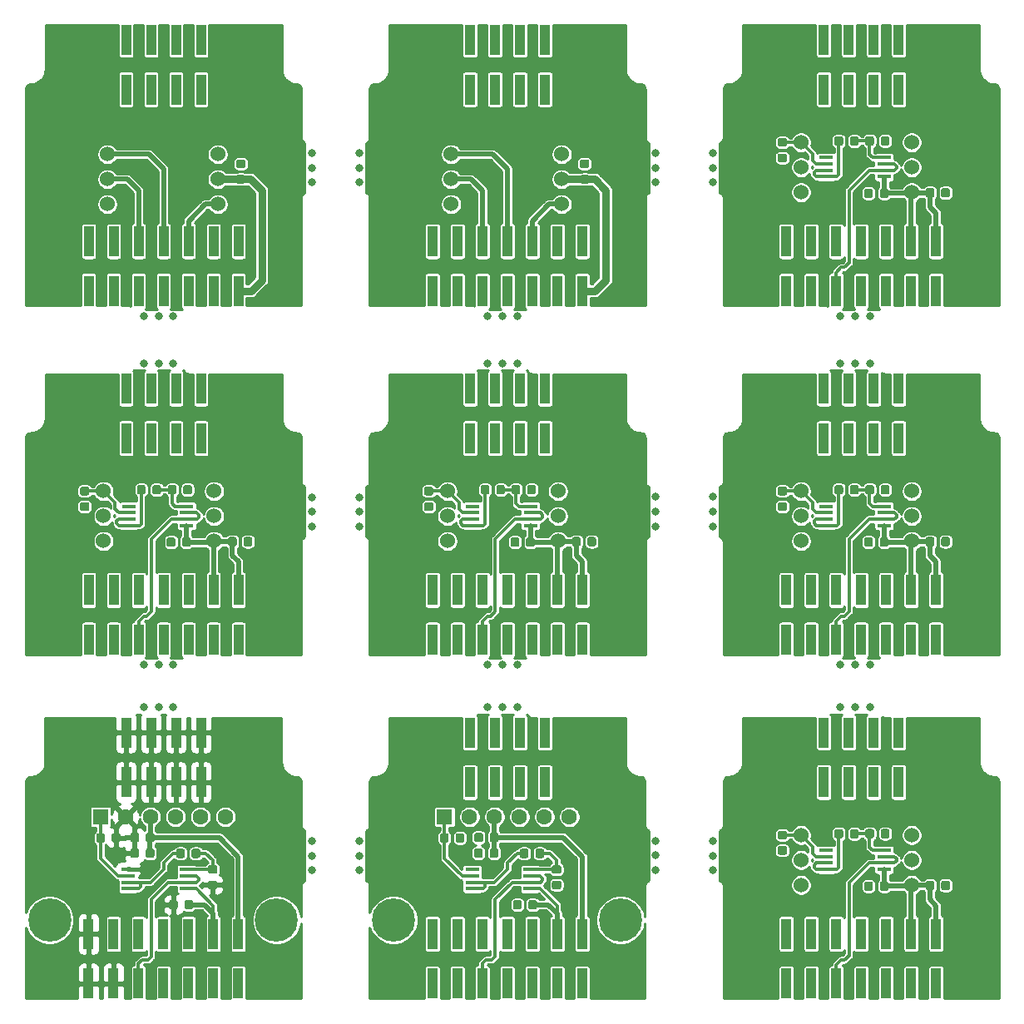
<source format=gbr>
G04 #@! TF.GenerationSoftware,KiCad,Pcbnew,5.1.5-52549c5~86~ubuntu16.04.1*
G04 #@! TF.CreationDate,2020-08-05T12:56:56-05:00*
G04 #@! TF.ProjectId,pressure_sensors,70726573-7375-4726-955f-73656e736f72,rev?*
G04 #@! TF.SameCoordinates,Original*
G04 #@! TF.FileFunction,Copper,L4,Bot*
G04 #@! TF.FilePolarity,Positive*
%FSLAX46Y46*%
G04 Gerber Fmt 4.6, Leading zero omitted, Abs format (unit mm)*
G04 Created by KiCad (PCBNEW 5.1.5-52549c5~86~ubuntu16.04.1) date 2020-08-05 12:56:56*
%MOMM*%
%LPD*%
G04 APERTURE LIST*
%ADD10C,0.800000*%
%ADD11C,0.100000*%
%ADD12R,1.000000X3.150000*%
%ADD13C,1.524000*%
%ADD14R,1.450000X0.450000*%
%ADD15C,1.600000*%
%ADD16R,1.600000X1.600000*%
%ADD17C,4.400000*%
%ADD18C,0.300000*%
%ADD19C,0.500000*%
%ADD20C,0.800000*%
%ADD21C,0.254000*%
G04 APERTURE END LIST*
D10*
X204600000Y-124990000D03*
X210400000Y-126490000D03*
X210400000Y-123500000D03*
X210400000Y-125000000D03*
X204600000Y-126490000D03*
X204600000Y-123500000D03*
X204600000Y-89990000D03*
X210400000Y-91490000D03*
X210400000Y-88500000D03*
X210400000Y-90000000D03*
X204600000Y-91490000D03*
X204600000Y-88500000D03*
X210400000Y-55010000D03*
X204600000Y-53510000D03*
X210400000Y-56500000D03*
X204600000Y-55000000D03*
X210400000Y-53510000D03*
X204600000Y-56500000D03*
X174400000Y-125030000D03*
X169600000Y-123530000D03*
X174400000Y-126520000D03*
X169600000Y-125020000D03*
X174400000Y-123530000D03*
X169600000Y-126520000D03*
X174400000Y-90010000D03*
X169600000Y-88510000D03*
X174400000Y-91500000D03*
X169600000Y-90000000D03*
X174400000Y-88510000D03*
X169600000Y-91500000D03*
X174400000Y-55010000D03*
X169600000Y-53510000D03*
X174400000Y-56500000D03*
X169600000Y-55000000D03*
X174400000Y-53510000D03*
X169600000Y-56500000D03*
X224890000Y-74900000D03*
X226390000Y-70100000D03*
X223400000Y-74900000D03*
X224900000Y-70100000D03*
X226390000Y-74900000D03*
X223400000Y-70100000D03*
X188990000Y-74900000D03*
X190490000Y-70100000D03*
X187500000Y-74900000D03*
X189000000Y-70100000D03*
X190490000Y-74900000D03*
X187500000Y-70100000D03*
X152500000Y-74900000D03*
X153990000Y-74900000D03*
X155490000Y-74900000D03*
X154000000Y-70100000D03*
X152500000Y-70100000D03*
X155490000Y-70100000D03*
X152500000Y-109900000D03*
X153990000Y-109900000D03*
X155490000Y-109900000D03*
X154000000Y-105600000D03*
X152500000Y-105600000D03*
X155490000Y-105600000D03*
X187500000Y-109900000D03*
X188990000Y-109900000D03*
X190490000Y-109900000D03*
X189000000Y-105600000D03*
X187500000Y-105600000D03*
X190490000Y-105600000D03*
X224890000Y-109900000D03*
X223400000Y-109900000D03*
X226390000Y-109900000D03*
X223400000Y-105600000D03*
X224900000Y-105600000D03*
X226390000Y-105600000D03*
G04 #@! TA.AperFunction,SMDPad,CuDef*
D11*
G36*
X197637691Y-55723553D02*
G01*
X197658926Y-55726703D01*
X197679750Y-55731919D01*
X197699962Y-55739151D01*
X197719368Y-55748330D01*
X197737781Y-55759366D01*
X197755024Y-55772154D01*
X197770930Y-55786570D01*
X197785346Y-55802476D01*
X197798134Y-55819719D01*
X197809170Y-55838132D01*
X197818349Y-55857538D01*
X197825581Y-55877750D01*
X197830797Y-55898574D01*
X197833947Y-55919809D01*
X197835000Y-55941250D01*
X197835000Y-56378750D01*
X197833947Y-56400191D01*
X197830797Y-56421426D01*
X197825581Y-56442250D01*
X197818349Y-56462462D01*
X197809170Y-56481868D01*
X197798134Y-56500281D01*
X197785346Y-56517524D01*
X197770930Y-56533430D01*
X197755024Y-56547846D01*
X197737781Y-56560634D01*
X197719368Y-56571670D01*
X197699962Y-56580849D01*
X197679750Y-56588081D01*
X197658926Y-56593297D01*
X197637691Y-56596447D01*
X197616250Y-56597500D01*
X197103750Y-56597500D01*
X197082309Y-56596447D01*
X197061074Y-56593297D01*
X197040250Y-56588081D01*
X197020038Y-56580849D01*
X197000632Y-56571670D01*
X196982219Y-56560634D01*
X196964976Y-56547846D01*
X196949070Y-56533430D01*
X196934654Y-56517524D01*
X196921866Y-56500281D01*
X196910830Y-56481868D01*
X196901651Y-56462462D01*
X196894419Y-56442250D01*
X196889203Y-56421426D01*
X196886053Y-56400191D01*
X196885000Y-56378750D01*
X196885000Y-55941250D01*
X196886053Y-55919809D01*
X196889203Y-55898574D01*
X196894419Y-55877750D01*
X196901651Y-55857538D01*
X196910830Y-55838132D01*
X196921866Y-55819719D01*
X196934654Y-55802476D01*
X196949070Y-55786570D01*
X196964976Y-55772154D01*
X196982219Y-55759366D01*
X197000632Y-55748330D01*
X197020038Y-55739151D01*
X197040250Y-55731919D01*
X197061074Y-55726703D01*
X197082309Y-55723553D01*
X197103750Y-55722500D01*
X197616250Y-55722500D01*
X197637691Y-55723553D01*
G37*
G04 #@! TD.AperFunction*
G04 #@! TA.AperFunction,SMDPad,CuDef*
G36*
X197637691Y-54148553D02*
G01*
X197658926Y-54151703D01*
X197679750Y-54156919D01*
X197699962Y-54164151D01*
X197719368Y-54173330D01*
X197737781Y-54184366D01*
X197755024Y-54197154D01*
X197770930Y-54211570D01*
X197785346Y-54227476D01*
X197798134Y-54244719D01*
X197809170Y-54263132D01*
X197818349Y-54282538D01*
X197825581Y-54302750D01*
X197830797Y-54323574D01*
X197833947Y-54344809D01*
X197835000Y-54366250D01*
X197835000Y-54803750D01*
X197833947Y-54825191D01*
X197830797Y-54846426D01*
X197825581Y-54867250D01*
X197818349Y-54887462D01*
X197809170Y-54906868D01*
X197798134Y-54925281D01*
X197785346Y-54942524D01*
X197770930Y-54958430D01*
X197755024Y-54972846D01*
X197737781Y-54985634D01*
X197719368Y-54996670D01*
X197699962Y-55005849D01*
X197679750Y-55013081D01*
X197658926Y-55018297D01*
X197637691Y-55021447D01*
X197616250Y-55022500D01*
X197103750Y-55022500D01*
X197082309Y-55021447D01*
X197061074Y-55018297D01*
X197040250Y-55013081D01*
X197020038Y-55005849D01*
X197000632Y-54996670D01*
X196982219Y-54985634D01*
X196964976Y-54972846D01*
X196949070Y-54958430D01*
X196934654Y-54942524D01*
X196921866Y-54925281D01*
X196910830Y-54906868D01*
X196901651Y-54887462D01*
X196894419Y-54867250D01*
X196889203Y-54846426D01*
X196886053Y-54825191D01*
X196885000Y-54803750D01*
X196885000Y-54366250D01*
X196886053Y-54344809D01*
X196889203Y-54323574D01*
X196894419Y-54302750D01*
X196901651Y-54282538D01*
X196910830Y-54263132D01*
X196921866Y-54244719D01*
X196934654Y-54227476D01*
X196949070Y-54211570D01*
X196964976Y-54197154D01*
X196982219Y-54184366D01*
X197000632Y-54173330D01*
X197020038Y-54164151D01*
X197040250Y-54156919D01*
X197061074Y-54151703D01*
X197082309Y-54148553D01*
X197103750Y-54147500D01*
X197616250Y-54147500D01*
X197637691Y-54148553D01*
G37*
G04 #@! TD.AperFunction*
D12*
X197120000Y-67525000D03*
X197120000Y-62475000D03*
X194580000Y-67525000D03*
X194580000Y-62475000D03*
X192040000Y-67525000D03*
X192040000Y-62475000D03*
X189500000Y-67525000D03*
X189500000Y-62475000D03*
X186960000Y-67525000D03*
X186960000Y-62475000D03*
X184420000Y-67525000D03*
X184420000Y-62475000D03*
X181880000Y-67525000D03*
X181880000Y-62475000D03*
D13*
X183775000Y-53620000D03*
X183775000Y-56160000D03*
X183775000Y-58700000D03*
X195025000Y-58700000D03*
X195025000Y-56160000D03*
X195025000Y-53620000D03*
D12*
X193320000Y-47025000D03*
X193320000Y-41975000D03*
X190780000Y-47025000D03*
X190780000Y-41975000D03*
X188240000Y-47025000D03*
X188240000Y-41975000D03*
X185700000Y-47025000D03*
X185700000Y-41975000D03*
X197120000Y-103025000D03*
X197120000Y-97975000D03*
X194580000Y-103025000D03*
X194580000Y-97975000D03*
X192040000Y-103025000D03*
X192040000Y-97975000D03*
X189500000Y-103025000D03*
X189500000Y-97975000D03*
X186960000Y-103025000D03*
X186960000Y-97975000D03*
X184420000Y-103025000D03*
X184420000Y-97975000D03*
X181880000Y-103025000D03*
X181880000Y-97975000D03*
D13*
X183395000Y-92990000D03*
X183395000Y-90450000D03*
X183395000Y-87910000D03*
X194645000Y-87910000D03*
X194645000Y-90450000D03*
X194645000Y-92990000D03*
G04 #@! TA.AperFunction,SMDPad,CuDef*
D11*
G36*
X181757691Y-89041053D02*
G01*
X181778926Y-89044203D01*
X181799750Y-89049419D01*
X181819962Y-89056651D01*
X181839368Y-89065830D01*
X181857781Y-89076866D01*
X181875024Y-89089654D01*
X181890930Y-89104070D01*
X181905346Y-89119976D01*
X181918134Y-89137219D01*
X181929170Y-89155632D01*
X181938349Y-89175038D01*
X181945581Y-89195250D01*
X181950797Y-89216074D01*
X181953947Y-89237309D01*
X181955000Y-89258750D01*
X181955000Y-89696250D01*
X181953947Y-89717691D01*
X181950797Y-89738926D01*
X181945581Y-89759750D01*
X181938349Y-89779962D01*
X181929170Y-89799368D01*
X181918134Y-89817781D01*
X181905346Y-89835024D01*
X181890930Y-89850930D01*
X181875024Y-89865346D01*
X181857781Y-89878134D01*
X181839368Y-89889170D01*
X181819962Y-89898349D01*
X181799750Y-89905581D01*
X181778926Y-89910797D01*
X181757691Y-89913947D01*
X181736250Y-89915000D01*
X181223750Y-89915000D01*
X181202309Y-89913947D01*
X181181074Y-89910797D01*
X181160250Y-89905581D01*
X181140038Y-89898349D01*
X181120632Y-89889170D01*
X181102219Y-89878134D01*
X181084976Y-89865346D01*
X181069070Y-89850930D01*
X181054654Y-89835024D01*
X181041866Y-89817781D01*
X181030830Y-89799368D01*
X181021651Y-89779962D01*
X181014419Y-89759750D01*
X181009203Y-89738926D01*
X181006053Y-89717691D01*
X181005000Y-89696250D01*
X181005000Y-89258750D01*
X181006053Y-89237309D01*
X181009203Y-89216074D01*
X181014419Y-89195250D01*
X181021651Y-89175038D01*
X181030830Y-89155632D01*
X181041866Y-89137219D01*
X181054654Y-89119976D01*
X181069070Y-89104070D01*
X181084976Y-89089654D01*
X181102219Y-89076866D01*
X181120632Y-89065830D01*
X181140038Y-89056651D01*
X181160250Y-89049419D01*
X181181074Y-89044203D01*
X181202309Y-89041053D01*
X181223750Y-89040000D01*
X181736250Y-89040000D01*
X181757691Y-89041053D01*
G37*
G04 #@! TD.AperFunction*
G04 #@! TA.AperFunction,SMDPad,CuDef*
G36*
X181757691Y-87466053D02*
G01*
X181778926Y-87469203D01*
X181799750Y-87474419D01*
X181819962Y-87481651D01*
X181839368Y-87490830D01*
X181857781Y-87501866D01*
X181875024Y-87514654D01*
X181890930Y-87529070D01*
X181905346Y-87544976D01*
X181918134Y-87562219D01*
X181929170Y-87580632D01*
X181938349Y-87600038D01*
X181945581Y-87620250D01*
X181950797Y-87641074D01*
X181953947Y-87662309D01*
X181955000Y-87683750D01*
X181955000Y-88121250D01*
X181953947Y-88142691D01*
X181950797Y-88163926D01*
X181945581Y-88184750D01*
X181938349Y-88204962D01*
X181929170Y-88224368D01*
X181918134Y-88242781D01*
X181905346Y-88260024D01*
X181890930Y-88275930D01*
X181875024Y-88290346D01*
X181857781Y-88303134D01*
X181839368Y-88314170D01*
X181819962Y-88323349D01*
X181799750Y-88330581D01*
X181778926Y-88335797D01*
X181757691Y-88338947D01*
X181736250Y-88340000D01*
X181223750Y-88340000D01*
X181202309Y-88338947D01*
X181181074Y-88335797D01*
X181160250Y-88330581D01*
X181140038Y-88323349D01*
X181120632Y-88314170D01*
X181102219Y-88303134D01*
X181084976Y-88290346D01*
X181069070Y-88275930D01*
X181054654Y-88260024D01*
X181041866Y-88242781D01*
X181030830Y-88224368D01*
X181021651Y-88204962D01*
X181014419Y-88184750D01*
X181009203Y-88163926D01*
X181006053Y-88142691D01*
X181005000Y-88121250D01*
X181005000Y-87683750D01*
X181006053Y-87662309D01*
X181009203Y-87641074D01*
X181014419Y-87620250D01*
X181021651Y-87600038D01*
X181030830Y-87580632D01*
X181041866Y-87562219D01*
X181054654Y-87544976D01*
X181069070Y-87529070D01*
X181084976Y-87514654D01*
X181102219Y-87501866D01*
X181120632Y-87490830D01*
X181140038Y-87481651D01*
X181160250Y-87474419D01*
X181181074Y-87469203D01*
X181202309Y-87466053D01*
X181223750Y-87465000D01*
X181736250Y-87465000D01*
X181757691Y-87466053D01*
G37*
G04 #@! TD.AperFunction*
G04 #@! TA.AperFunction,SMDPad,CuDef*
G36*
X192187691Y-87286053D02*
G01*
X192208926Y-87289203D01*
X192229750Y-87294419D01*
X192249962Y-87301651D01*
X192269368Y-87310830D01*
X192287781Y-87321866D01*
X192305024Y-87334654D01*
X192320930Y-87349070D01*
X192335346Y-87364976D01*
X192348134Y-87382219D01*
X192359170Y-87400632D01*
X192368349Y-87420038D01*
X192375581Y-87440250D01*
X192380797Y-87461074D01*
X192383947Y-87482309D01*
X192385000Y-87503750D01*
X192385000Y-88016250D01*
X192383947Y-88037691D01*
X192380797Y-88058926D01*
X192375581Y-88079750D01*
X192368349Y-88099962D01*
X192359170Y-88119368D01*
X192348134Y-88137781D01*
X192335346Y-88155024D01*
X192320930Y-88170930D01*
X192305024Y-88185346D01*
X192287781Y-88198134D01*
X192269368Y-88209170D01*
X192249962Y-88218349D01*
X192229750Y-88225581D01*
X192208926Y-88230797D01*
X192187691Y-88233947D01*
X192166250Y-88235000D01*
X191728750Y-88235000D01*
X191707309Y-88233947D01*
X191686074Y-88230797D01*
X191665250Y-88225581D01*
X191645038Y-88218349D01*
X191625632Y-88209170D01*
X191607219Y-88198134D01*
X191589976Y-88185346D01*
X191574070Y-88170930D01*
X191559654Y-88155024D01*
X191546866Y-88137781D01*
X191535830Y-88119368D01*
X191526651Y-88099962D01*
X191519419Y-88079750D01*
X191514203Y-88058926D01*
X191511053Y-88037691D01*
X191510000Y-88016250D01*
X191510000Y-87503750D01*
X191511053Y-87482309D01*
X191514203Y-87461074D01*
X191519419Y-87440250D01*
X191526651Y-87420038D01*
X191535830Y-87400632D01*
X191546866Y-87382219D01*
X191559654Y-87364976D01*
X191574070Y-87349070D01*
X191589976Y-87334654D01*
X191607219Y-87321866D01*
X191625632Y-87310830D01*
X191645038Y-87301651D01*
X191665250Y-87294419D01*
X191686074Y-87289203D01*
X191707309Y-87286053D01*
X191728750Y-87285000D01*
X192166250Y-87285000D01*
X192187691Y-87286053D01*
G37*
G04 #@! TD.AperFunction*
G04 #@! TA.AperFunction,SMDPad,CuDef*
G36*
X190612691Y-87286053D02*
G01*
X190633926Y-87289203D01*
X190654750Y-87294419D01*
X190674962Y-87301651D01*
X190694368Y-87310830D01*
X190712781Y-87321866D01*
X190730024Y-87334654D01*
X190745930Y-87349070D01*
X190760346Y-87364976D01*
X190773134Y-87382219D01*
X190784170Y-87400632D01*
X190793349Y-87420038D01*
X190800581Y-87440250D01*
X190805797Y-87461074D01*
X190808947Y-87482309D01*
X190810000Y-87503750D01*
X190810000Y-88016250D01*
X190808947Y-88037691D01*
X190805797Y-88058926D01*
X190800581Y-88079750D01*
X190793349Y-88099962D01*
X190784170Y-88119368D01*
X190773134Y-88137781D01*
X190760346Y-88155024D01*
X190745930Y-88170930D01*
X190730024Y-88185346D01*
X190712781Y-88198134D01*
X190694368Y-88209170D01*
X190674962Y-88218349D01*
X190654750Y-88225581D01*
X190633926Y-88230797D01*
X190612691Y-88233947D01*
X190591250Y-88235000D01*
X190153750Y-88235000D01*
X190132309Y-88233947D01*
X190111074Y-88230797D01*
X190090250Y-88225581D01*
X190070038Y-88218349D01*
X190050632Y-88209170D01*
X190032219Y-88198134D01*
X190014976Y-88185346D01*
X189999070Y-88170930D01*
X189984654Y-88155024D01*
X189971866Y-88137781D01*
X189960830Y-88119368D01*
X189951651Y-88099962D01*
X189944419Y-88079750D01*
X189939203Y-88058926D01*
X189936053Y-88037691D01*
X189935000Y-88016250D01*
X189935000Y-87503750D01*
X189936053Y-87482309D01*
X189939203Y-87461074D01*
X189944419Y-87440250D01*
X189951651Y-87420038D01*
X189960830Y-87400632D01*
X189971866Y-87382219D01*
X189984654Y-87364976D01*
X189999070Y-87349070D01*
X190014976Y-87334654D01*
X190032219Y-87321866D01*
X190050632Y-87310830D01*
X190070038Y-87301651D01*
X190090250Y-87294419D01*
X190111074Y-87289203D01*
X190132309Y-87286053D01*
X190153750Y-87285000D01*
X190591250Y-87285000D01*
X190612691Y-87286053D01*
G37*
G04 #@! TD.AperFunction*
G04 #@! TA.AperFunction,SMDPad,CuDef*
G36*
X196752691Y-92566053D02*
G01*
X196773926Y-92569203D01*
X196794750Y-92574419D01*
X196814962Y-92581651D01*
X196834368Y-92590830D01*
X196852781Y-92601866D01*
X196870024Y-92614654D01*
X196885930Y-92629070D01*
X196900346Y-92644976D01*
X196913134Y-92662219D01*
X196924170Y-92680632D01*
X196933349Y-92700038D01*
X196940581Y-92720250D01*
X196945797Y-92741074D01*
X196948947Y-92762309D01*
X196950000Y-92783750D01*
X196950000Y-93296250D01*
X196948947Y-93317691D01*
X196945797Y-93338926D01*
X196940581Y-93359750D01*
X196933349Y-93379962D01*
X196924170Y-93399368D01*
X196913134Y-93417781D01*
X196900346Y-93435024D01*
X196885930Y-93450930D01*
X196870024Y-93465346D01*
X196852781Y-93478134D01*
X196834368Y-93489170D01*
X196814962Y-93498349D01*
X196794750Y-93505581D01*
X196773926Y-93510797D01*
X196752691Y-93513947D01*
X196731250Y-93515000D01*
X196293750Y-93515000D01*
X196272309Y-93513947D01*
X196251074Y-93510797D01*
X196230250Y-93505581D01*
X196210038Y-93498349D01*
X196190632Y-93489170D01*
X196172219Y-93478134D01*
X196154976Y-93465346D01*
X196139070Y-93450930D01*
X196124654Y-93435024D01*
X196111866Y-93417781D01*
X196100830Y-93399368D01*
X196091651Y-93379962D01*
X196084419Y-93359750D01*
X196079203Y-93338926D01*
X196076053Y-93317691D01*
X196075000Y-93296250D01*
X196075000Y-92783750D01*
X196076053Y-92762309D01*
X196079203Y-92741074D01*
X196084419Y-92720250D01*
X196091651Y-92700038D01*
X196100830Y-92680632D01*
X196111866Y-92662219D01*
X196124654Y-92644976D01*
X196139070Y-92629070D01*
X196154976Y-92614654D01*
X196172219Y-92601866D01*
X196190632Y-92590830D01*
X196210038Y-92581651D01*
X196230250Y-92574419D01*
X196251074Y-92569203D01*
X196272309Y-92566053D01*
X196293750Y-92565000D01*
X196731250Y-92565000D01*
X196752691Y-92566053D01*
G37*
G04 #@! TD.AperFunction*
G04 #@! TA.AperFunction,SMDPad,CuDef*
G36*
X198327691Y-92566053D02*
G01*
X198348926Y-92569203D01*
X198369750Y-92574419D01*
X198389962Y-92581651D01*
X198409368Y-92590830D01*
X198427781Y-92601866D01*
X198445024Y-92614654D01*
X198460930Y-92629070D01*
X198475346Y-92644976D01*
X198488134Y-92662219D01*
X198499170Y-92680632D01*
X198508349Y-92700038D01*
X198515581Y-92720250D01*
X198520797Y-92741074D01*
X198523947Y-92762309D01*
X198525000Y-92783750D01*
X198525000Y-93296250D01*
X198523947Y-93317691D01*
X198520797Y-93338926D01*
X198515581Y-93359750D01*
X198508349Y-93379962D01*
X198499170Y-93399368D01*
X198488134Y-93417781D01*
X198475346Y-93435024D01*
X198460930Y-93450930D01*
X198445024Y-93465346D01*
X198427781Y-93478134D01*
X198409368Y-93489170D01*
X198389962Y-93498349D01*
X198369750Y-93505581D01*
X198348926Y-93510797D01*
X198327691Y-93513947D01*
X198306250Y-93515000D01*
X197868750Y-93515000D01*
X197847309Y-93513947D01*
X197826074Y-93510797D01*
X197805250Y-93505581D01*
X197785038Y-93498349D01*
X197765632Y-93489170D01*
X197747219Y-93478134D01*
X197729976Y-93465346D01*
X197714070Y-93450930D01*
X197699654Y-93435024D01*
X197686866Y-93417781D01*
X197675830Y-93399368D01*
X197666651Y-93379962D01*
X197659419Y-93359750D01*
X197654203Y-93338926D01*
X197651053Y-93317691D01*
X197650000Y-93296250D01*
X197650000Y-92783750D01*
X197651053Y-92762309D01*
X197654203Y-92741074D01*
X197659419Y-92720250D01*
X197666651Y-92700038D01*
X197675830Y-92680632D01*
X197686866Y-92662219D01*
X197699654Y-92644976D01*
X197714070Y-92629070D01*
X197729976Y-92614654D01*
X197747219Y-92601866D01*
X197765632Y-92590830D01*
X197785038Y-92581651D01*
X197805250Y-92574419D01*
X197826074Y-92569203D01*
X197847309Y-92566053D01*
X197868750Y-92565000D01*
X198306250Y-92565000D01*
X198327691Y-92566053D01*
G37*
G04 #@! TD.AperFunction*
G04 #@! TA.AperFunction,SMDPad,CuDef*
G36*
X192077691Y-92626053D02*
G01*
X192098926Y-92629203D01*
X192119750Y-92634419D01*
X192139962Y-92641651D01*
X192159368Y-92650830D01*
X192177781Y-92661866D01*
X192195024Y-92674654D01*
X192210930Y-92689070D01*
X192225346Y-92704976D01*
X192238134Y-92722219D01*
X192249170Y-92740632D01*
X192258349Y-92760038D01*
X192265581Y-92780250D01*
X192270797Y-92801074D01*
X192273947Y-92822309D01*
X192275000Y-92843750D01*
X192275000Y-93356250D01*
X192273947Y-93377691D01*
X192270797Y-93398926D01*
X192265581Y-93419750D01*
X192258349Y-93439962D01*
X192249170Y-93459368D01*
X192238134Y-93477781D01*
X192225346Y-93495024D01*
X192210930Y-93510930D01*
X192195024Y-93525346D01*
X192177781Y-93538134D01*
X192159368Y-93549170D01*
X192139962Y-93558349D01*
X192119750Y-93565581D01*
X192098926Y-93570797D01*
X192077691Y-93573947D01*
X192056250Y-93575000D01*
X191618750Y-93575000D01*
X191597309Y-93573947D01*
X191576074Y-93570797D01*
X191555250Y-93565581D01*
X191535038Y-93558349D01*
X191515632Y-93549170D01*
X191497219Y-93538134D01*
X191479976Y-93525346D01*
X191464070Y-93510930D01*
X191449654Y-93495024D01*
X191436866Y-93477781D01*
X191425830Y-93459368D01*
X191416651Y-93439962D01*
X191409419Y-93419750D01*
X191404203Y-93398926D01*
X191401053Y-93377691D01*
X191400000Y-93356250D01*
X191400000Y-92843750D01*
X191401053Y-92822309D01*
X191404203Y-92801074D01*
X191409419Y-92780250D01*
X191416651Y-92760038D01*
X191425830Y-92740632D01*
X191436866Y-92722219D01*
X191449654Y-92704976D01*
X191464070Y-92689070D01*
X191479976Y-92674654D01*
X191497219Y-92661866D01*
X191515632Y-92650830D01*
X191535038Y-92641651D01*
X191555250Y-92634419D01*
X191576074Y-92629203D01*
X191597309Y-92626053D01*
X191618750Y-92625000D01*
X192056250Y-92625000D01*
X192077691Y-92626053D01*
G37*
G04 #@! TD.AperFunction*
G04 #@! TA.AperFunction,SMDPad,CuDef*
G36*
X190502691Y-92626053D02*
G01*
X190523926Y-92629203D01*
X190544750Y-92634419D01*
X190564962Y-92641651D01*
X190584368Y-92650830D01*
X190602781Y-92661866D01*
X190620024Y-92674654D01*
X190635930Y-92689070D01*
X190650346Y-92704976D01*
X190663134Y-92722219D01*
X190674170Y-92740632D01*
X190683349Y-92760038D01*
X190690581Y-92780250D01*
X190695797Y-92801074D01*
X190698947Y-92822309D01*
X190700000Y-92843750D01*
X190700000Y-93356250D01*
X190698947Y-93377691D01*
X190695797Y-93398926D01*
X190690581Y-93419750D01*
X190683349Y-93439962D01*
X190674170Y-93459368D01*
X190663134Y-93477781D01*
X190650346Y-93495024D01*
X190635930Y-93510930D01*
X190620024Y-93525346D01*
X190602781Y-93538134D01*
X190584368Y-93549170D01*
X190564962Y-93558349D01*
X190544750Y-93565581D01*
X190523926Y-93570797D01*
X190502691Y-93573947D01*
X190481250Y-93575000D01*
X190043750Y-93575000D01*
X190022309Y-93573947D01*
X190001074Y-93570797D01*
X189980250Y-93565581D01*
X189960038Y-93558349D01*
X189940632Y-93549170D01*
X189922219Y-93538134D01*
X189904976Y-93525346D01*
X189889070Y-93510930D01*
X189874654Y-93495024D01*
X189861866Y-93477781D01*
X189850830Y-93459368D01*
X189841651Y-93439962D01*
X189834419Y-93419750D01*
X189829203Y-93398926D01*
X189826053Y-93377691D01*
X189825000Y-93356250D01*
X189825000Y-92843750D01*
X189826053Y-92822309D01*
X189829203Y-92801074D01*
X189834419Y-92780250D01*
X189841651Y-92760038D01*
X189850830Y-92740632D01*
X189861866Y-92722219D01*
X189874654Y-92704976D01*
X189889070Y-92689070D01*
X189904976Y-92674654D01*
X189922219Y-92661866D01*
X189940632Y-92650830D01*
X189960038Y-92641651D01*
X189980250Y-92634419D01*
X190001074Y-92629203D01*
X190022309Y-92626053D01*
X190043750Y-92625000D01*
X190481250Y-92625000D01*
X190502691Y-92626053D01*
G37*
G04 #@! TD.AperFunction*
G04 #@! TA.AperFunction,SMDPad,CuDef*
G36*
X189045191Y-87296053D02*
G01*
X189066426Y-87299203D01*
X189087250Y-87304419D01*
X189107462Y-87311651D01*
X189126868Y-87320830D01*
X189145281Y-87331866D01*
X189162524Y-87344654D01*
X189178430Y-87359070D01*
X189192846Y-87374976D01*
X189205634Y-87392219D01*
X189216670Y-87410632D01*
X189225849Y-87430038D01*
X189233081Y-87450250D01*
X189238297Y-87471074D01*
X189241447Y-87492309D01*
X189242500Y-87513750D01*
X189242500Y-88026250D01*
X189241447Y-88047691D01*
X189238297Y-88068926D01*
X189233081Y-88089750D01*
X189225849Y-88109962D01*
X189216670Y-88129368D01*
X189205634Y-88147781D01*
X189192846Y-88165024D01*
X189178430Y-88180930D01*
X189162524Y-88195346D01*
X189145281Y-88208134D01*
X189126868Y-88219170D01*
X189107462Y-88228349D01*
X189087250Y-88235581D01*
X189066426Y-88240797D01*
X189045191Y-88243947D01*
X189023750Y-88245000D01*
X188586250Y-88245000D01*
X188564809Y-88243947D01*
X188543574Y-88240797D01*
X188522750Y-88235581D01*
X188502538Y-88228349D01*
X188483132Y-88219170D01*
X188464719Y-88208134D01*
X188447476Y-88195346D01*
X188431570Y-88180930D01*
X188417154Y-88165024D01*
X188404366Y-88147781D01*
X188393330Y-88129368D01*
X188384151Y-88109962D01*
X188376919Y-88089750D01*
X188371703Y-88068926D01*
X188368553Y-88047691D01*
X188367500Y-88026250D01*
X188367500Y-87513750D01*
X188368553Y-87492309D01*
X188371703Y-87471074D01*
X188376919Y-87450250D01*
X188384151Y-87430038D01*
X188393330Y-87410632D01*
X188404366Y-87392219D01*
X188417154Y-87374976D01*
X188431570Y-87359070D01*
X188447476Y-87344654D01*
X188464719Y-87331866D01*
X188483132Y-87320830D01*
X188502538Y-87311651D01*
X188522750Y-87304419D01*
X188543574Y-87299203D01*
X188564809Y-87296053D01*
X188586250Y-87295000D01*
X189023750Y-87295000D01*
X189045191Y-87296053D01*
G37*
G04 #@! TD.AperFunction*
G04 #@! TA.AperFunction,SMDPad,CuDef*
G36*
X187470191Y-87296053D02*
G01*
X187491426Y-87299203D01*
X187512250Y-87304419D01*
X187532462Y-87311651D01*
X187551868Y-87320830D01*
X187570281Y-87331866D01*
X187587524Y-87344654D01*
X187603430Y-87359070D01*
X187617846Y-87374976D01*
X187630634Y-87392219D01*
X187641670Y-87410632D01*
X187650849Y-87430038D01*
X187658081Y-87450250D01*
X187663297Y-87471074D01*
X187666447Y-87492309D01*
X187667500Y-87513750D01*
X187667500Y-88026250D01*
X187666447Y-88047691D01*
X187663297Y-88068926D01*
X187658081Y-88089750D01*
X187650849Y-88109962D01*
X187641670Y-88129368D01*
X187630634Y-88147781D01*
X187617846Y-88165024D01*
X187603430Y-88180930D01*
X187587524Y-88195346D01*
X187570281Y-88208134D01*
X187551868Y-88219170D01*
X187532462Y-88228349D01*
X187512250Y-88235581D01*
X187491426Y-88240797D01*
X187470191Y-88243947D01*
X187448750Y-88245000D01*
X187011250Y-88245000D01*
X186989809Y-88243947D01*
X186968574Y-88240797D01*
X186947750Y-88235581D01*
X186927538Y-88228349D01*
X186908132Y-88219170D01*
X186889719Y-88208134D01*
X186872476Y-88195346D01*
X186856570Y-88180930D01*
X186842154Y-88165024D01*
X186829366Y-88147781D01*
X186818330Y-88129368D01*
X186809151Y-88109962D01*
X186801919Y-88089750D01*
X186796703Y-88068926D01*
X186793553Y-88047691D01*
X186792500Y-88026250D01*
X186792500Y-87513750D01*
X186793553Y-87492309D01*
X186796703Y-87471074D01*
X186801919Y-87450250D01*
X186809151Y-87430038D01*
X186818330Y-87410632D01*
X186829366Y-87392219D01*
X186842154Y-87374976D01*
X186856570Y-87359070D01*
X186872476Y-87344654D01*
X186889719Y-87331866D01*
X186908132Y-87320830D01*
X186927538Y-87311651D01*
X186947750Y-87304419D01*
X186968574Y-87299203D01*
X186989809Y-87296053D01*
X187011250Y-87295000D01*
X187448750Y-87295000D01*
X187470191Y-87296053D01*
G37*
G04 #@! TD.AperFunction*
D14*
X185950000Y-91405000D03*
X185950000Y-90755000D03*
X185950000Y-90105000D03*
X185950000Y-89455000D03*
X191850000Y-89455000D03*
X191850000Y-90105000D03*
X191850000Y-90755000D03*
X191850000Y-91405000D03*
D12*
X193320000Y-82525000D03*
X193320000Y-77475000D03*
X190780000Y-82525000D03*
X190780000Y-77475000D03*
X188240000Y-82525000D03*
X188240000Y-77475000D03*
X185700000Y-82525000D03*
X185700000Y-77475000D03*
X217880000Y-62475000D03*
X217880000Y-67525000D03*
X220420000Y-62475000D03*
X220420000Y-67525000D03*
X222960000Y-62475000D03*
X222960000Y-67525000D03*
X225500000Y-62475000D03*
X225500000Y-67525000D03*
X228040000Y-62475000D03*
X228040000Y-67525000D03*
X230580000Y-62475000D03*
X230580000Y-67525000D03*
X233120000Y-62475000D03*
X233120000Y-67525000D03*
D13*
X230645000Y-57490000D03*
X230645000Y-54950000D03*
X230645000Y-52410000D03*
X219395000Y-52410000D03*
X219395000Y-54950000D03*
X219395000Y-57490000D03*
G04 #@! TA.AperFunction,SMDPad,CuDef*
D11*
G36*
X217757691Y-51966053D02*
G01*
X217778926Y-51969203D01*
X217799750Y-51974419D01*
X217819962Y-51981651D01*
X217839368Y-51990830D01*
X217857781Y-52001866D01*
X217875024Y-52014654D01*
X217890930Y-52029070D01*
X217905346Y-52044976D01*
X217918134Y-52062219D01*
X217929170Y-52080632D01*
X217938349Y-52100038D01*
X217945581Y-52120250D01*
X217950797Y-52141074D01*
X217953947Y-52162309D01*
X217955000Y-52183750D01*
X217955000Y-52621250D01*
X217953947Y-52642691D01*
X217950797Y-52663926D01*
X217945581Y-52684750D01*
X217938349Y-52704962D01*
X217929170Y-52724368D01*
X217918134Y-52742781D01*
X217905346Y-52760024D01*
X217890930Y-52775930D01*
X217875024Y-52790346D01*
X217857781Y-52803134D01*
X217839368Y-52814170D01*
X217819962Y-52823349D01*
X217799750Y-52830581D01*
X217778926Y-52835797D01*
X217757691Y-52838947D01*
X217736250Y-52840000D01*
X217223750Y-52840000D01*
X217202309Y-52838947D01*
X217181074Y-52835797D01*
X217160250Y-52830581D01*
X217140038Y-52823349D01*
X217120632Y-52814170D01*
X217102219Y-52803134D01*
X217084976Y-52790346D01*
X217069070Y-52775930D01*
X217054654Y-52760024D01*
X217041866Y-52742781D01*
X217030830Y-52724368D01*
X217021651Y-52704962D01*
X217014419Y-52684750D01*
X217009203Y-52663926D01*
X217006053Y-52642691D01*
X217005000Y-52621250D01*
X217005000Y-52183750D01*
X217006053Y-52162309D01*
X217009203Y-52141074D01*
X217014419Y-52120250D01*
X217021651Y-52100038D01*
X217030830Y-52080632D01*
X217041866Y-52062219D01*
X217054654Y-52044976D01*
X217069070Y-52029070D01*
X217084976Y-52014654D01*
X217102219Y-52001866D01*
X217120632Y-51990830D01*
X217140038Y-51981651D01*
X217160250Y-51974419D01*
X217181074Y-51969203D01*
X217202309Y-51966053D01*
X217223750Y-51965000D01*
X217736250Y-51965000D01*
X217757691Y-51966053D01*
G37*
G04 #@! TD.AperFunction*
G04 #@! TA.AperFunction,SMDPad,CuDef*
G36*
X217757691Y-53541053D02*
G01*
X217778926Y-53544203D01*
X217799750Y-53549419D01*
X217819962Y-53556651D01*
X217839368Y-53565830D01*
X217857781Y-53576866D01*
X217875024Y-53589654D01*
X217890930Y-53604070D01*
X217905346Y-53619976D01*
X217918134Y-53637219D01*
X217929170Y-53655632D01*
X217938349Y-53675038D01*
X217945581Y-53695250D01*
X217950797Y-53716074D01*
X217953947Y-53737309D01*
X217955000Y-53758750D01*
X217955000Y-54196250D01*
X217953947Y-54217691D01*
X217950797Y-54238926D01*
X217945581Y-54259750D01*
X217938349Y-54279962D01*
X217929170Y-54299368D01*
X217918134Y-54317781D01*
X217905346Y-54335024D01*
X217890930Y-54350930D01*
X217875024Y-54365346D01*
X217857781Y-54378134D01*
X217839368Y-54389170D01*
X217819962Y-54398349D01*
X217799750Y-54405581D01*
X217778926Y-54410797D01*
X217757691Y-54413947D01*
X217736250Y-54415000D01*
X217223750Y-54415000D01*
X217202309Y-54413947D01*
X217181074Y-54410797D01*
X217160250Y-54405581D01*
X217140038Y-54398349D01*
X217120632Y-54389170D01*
X217102219Y-54378134D01*
X217084976Y-54365346D01*
X217069070Y-54350930D01*
X217054654Y-54335024D01*
X217041866Y-54317781D01*
X217030830Y-54299368D01*
X217021651Y-54279962D01*
X217014419Y-54259750D01*
X217009203Y-54238926D01*
X217006053Y-54217691D01*
X217005000Y-54196250D01*
X217005000Y-53758750D01*
X217006053Y-53737309D01*
X217009203Y-53716074D01*
X217014419Y-53695250D01*
X217021651Y-53675038D01*
X217030830Y-53655632D01*
X217041866Y-53637219D01*
X217054654Y-53619976D01*
X217069070Y-53604070D01*
X217084976Y-53589654D01*
X217102219Y-53576866D01*
X217120632Y-53565830D01*
X217140038Y-53556651D01*
X217160250Y-53549419D01*
X217181074Y-53544203D01*
X217202309Y-53541053D01*
X217223750Y-53540000D01*
X217736250Y-53540000D01*
X217757691Y-53541053D01*
G37*
G04 #@! TD.AperFunction*
D12*
X221700000Y-41975000D03*
X221700000Y-47025000D03*
X224240000Y-41975000D03*
X224240000Y-47025000D03*
X226780000Y-41975000D03*
X226780000Y-47025000D03*
X229320000Y-41975000D03*
X229320000Y-47025000D03*
D14*
X227850000Y-55905000D03*
X227850000Y-55255000D03*
X227850000Y-54605000D03*
X227850000Y-53955000D03*
X221950000Y-53955000D03*
X221950000Y-54605000D03*
X221950000Y-55255000D03*
X221950000Y-55905000D03*
G04 #@! TA.AperFunction,SMDPad,CuDef*
D11*
G36*
X234327691Y-57066053D02*
G01*
X234348926Y-57069203D01*
X234369750Y-57074419D01*
X234389962Y-57081651D01*
X234409368Y-57090830D01*
X234427781Y-57101866D01*
X234445024Y-57114654D01*
X234460930Y-57129070D01*
X234475346Y-57144976D01*
X234488134Y-57162219D01*
X234499170Y-57180632D01*
X234508349Y-57200038D01*
X234515581Y-57220250D01*
X234520797Y-57241074D01*
X234523947Y-57262309D01*
X234525000Y-57283750D01*
X234525000Y-57796250D01*
X234523947Y-57817691D01*
X234520797Y-57838926D01*
X234515581Y-57859750D01*
X234508349Y-57879962D01*
X234499170Y-57899368D01*
X234488134Y-57917781D01*
X234475346Y-57935024D01*
X234460930Y-57950930D01*
X234445024Y-57965346D01*
X234427781Y-57978134D01*
X234409368Y-57989170D01*
X234389962Y-57998349D01*
X234369750Y-58005581D01*
X234348926Y-58010797D01*
X234327691Y-58013947D01*
X234306250Y-58015000D01*
X233868750Y-58015000D01*
X233847309Y-58013947D01*
X233826074Y-58010797D01*
X233805250Y-58005581D01*
X233785038Y-57998349D01*
X233765632Y-57989170D01*
X233747219Y-57978134D01*
X233729976Y-57965346D01*
X233714070Y-57950930D01*
X233699654Y-57935024D01*
X233686866Y-57917781D01*
X233675830Y-57899368D01*
X233666651Y-57879962D01*
X233659419Y-57859750D01*
X233654203Y-57838926D01*
X233651053Y-57817691D01*
X233650000Y-57796250D01*
X233650000Y-57283750D01*
X233651053Y-57262309D01*
X233654203Y-57241074D01*
X233659419Y-57220250D01*
X233666651Y-57200038D01*
X233675830Y-57180632D01*
X233686866Y-57162219D01*
X233699654Y-57144976D01*
X233714070Y-57129070D01*
X233729976Y-57114654D01*
X233747219Y-57101866D01*
X233765632Y-57090830D01*
X233785038Y-57081651D01*
X233805250Y-57074419D01*
X233826074Y-57069203D01*
X233847309Y-57066053D01*
X233868750Y-57065000D01*
X234306250Y-57065000D01*
X234327691Y-57066053D01*
G37*
G04 #@! TD.AperFunction*
G04 #@! TA.AperFunction,SMDPad,CuDef*
G36*
X232752691Y-57066053D02*
G01*
X232773926Y-57069203D01*
X232794750Y-57074419D01*
X232814962Y-57081651D01*
X232834368Y-57090830D01*
X232852781Y-57101866D01*
X232870024Y-57114654D01*
X232885930Y-57129070D01*
X232900346Y-57144976D01*
X232913134Y-57162219D01*
X232924170Y-57180632D01*
X232933349Y-57200038D01*
X232940581Y-57220250D01*
X232945797Y-57241074D01*
X232948947Y-57262309D01*
X232950000Y-57283750D01*
X232950000Y-57796250D01*
X232948947Y-57817691D01*
X232945797Y-57838926D01*
X232940581Y-57859750D01*
X232933349Y-57879962D01*
X232924170Y-57899368D01*
X232913134Y-57917781D01*
X232900346Y-57935024D01*
X232885930Y-57950930D01*
X232870024Y-57965346D01*
X232852781Y-57978134D01*
X232834368Y-57989170D01*
X232814962Y-57998349D01*
X232794750Y-58005581D01*
X232773926Y-58010797D01*
X232752691Y-58013947D01*
X232731250Y-58015000D01*
X232293750Y-58015000D01*
X232272309Y-58013947D01*
X232251074Y-58010797D01*
X232230250Y-58005581D01*
X232210038Y-57998349D01*
X232190632Y-57989170D01*
X232172219Y-57978134D01*
X232154976Y-57965346D01*
X232139070Y-57950930D01*
X232124654Y-57935024D01*
X232111866Y-57917781D01*
X232100830Y-57899368D01*
X232091651Y-57879962D01*
X232084419Y-57859750D01*
X232079203Y-57838926D01*
X232076053Y-57817691D01*
X232075000Y-57796250D01*
X232075000Y-57283750D01*
X232076053Y-57262309D01*
X232079203Y-57241074D01*
X232084419Y-57220250D01*
X232091651Y-57200038D01*
X232100830Y-57180632D01*
X232111866Y-57162219D01*
X232124654Y-57144976D01*
X232139070Y-57129070D01*
X232154976Y-57114654D01*
X232172219Y-57101866D01*
X232190632Y-57090830D01*
X232210038Y-57081651D01*
X232230250Y-57074419D01*
X232251074Y-57069203D01*
X232272309Y-57066053D01*
X232293750Y-57065000D01*
X232731250Y-57065000D01*
X232752691Y-57066053D01*
G37*
G04 #@! TD.AperFunction*
G04 #@! TA.AperFunction,SMDPad,CuDef*
G36*
X223470191Y-51796053D02*
G01*
X223491426Y-51799203D01*
X223512250Y-51804419D01*
X223532462Y-51811651D01*
X223551868Y-51820830D01*
X223570281Y-51831866D01*
X223587524Y-51844654D01*
X223603430Y-51859070D01*
X223617846Y-51874976D01*
X223630634Y-51892219D01*
X223641670Y-51910632D01*
X223650849Y-51930038D01*
X223658081Y-51950250D01*
X223663297Y-51971074D01*
X223666447Y-51992309D01*
X223667500Y-52013750D01*
X223667500Y-52526250D01*
X223666447Y-52547691D01*
X223663297Y-52568926D01*
X223658081Y-52589750D01*
X223650849Y-52609962D01*
X223641670Y-52629368D01*
X223630634Y-52647781D01*
X223617846Y-52665024D01*
X223603430Y-52680930D01*
X223587524Y-52695346D01*
X223570281Y-52708134D01*
X223551868Y-52719170D01*
X223532462Y-52728349D01*
X223512250Y-52735581D01*
X223491426Y-52740797D01*
X223470191Y-52743947D01*
X223448750Y-52745000D01*
X223011250Y-52745000D01*
X222989809Y-52743947D01*
X222968574Y-52740797D01*
X222947750Y-52735581D01*
X222927538Y-52728349D01*
X222908132Y-52719170D01*
X222889719Y-52708134D01*
X222872476Y-52695346D01*
X222856570Y-52680930D01*
X222842154Y-52665024D01*
X222829366Y-52647781D01*
X222818330Y-52629368D01*
X222809151Y-52609962D01*
X222801919Y-52589750D01*
X222796703Y-52568926D01*
X222793553Y-52547691D01*
X222792500Y-52526250D01*
X222792500Y-52013750D01*
X222793553Y-51992309D01*
X222796703Y-51971074D01*
X222801919Y-51950250D01*
X222809151Y-51930038D01*
X222818330Y-51910632D01*
X222829366Y-51892219D01*
X222842154Y-51874976D01*
X222856570Y-51859070D01*
X222872476Y-51844654D01*
X222889719Y-51831866D01*
X222908132Y-51820830D01*
X222927538Y-51811651D01*
X222947750Y-51804419D01*
X222968574Y-51799203D01*
X222989809Y-51796053D01*
X223011250Y-51795000D01*
X223448750Y-51795000D01*
X223470191Y-51796053D01*
G37*
G04 #@! TD.AperFunction*
G04 #@! TA.AperFunction,SMDPad,CuDef*
G36*
X225045191Y-51796053D02*
G01*
X225066426Y-51799203D01*
X225087250Y-51804419D01*
X225107462Y-51811651D01*
X225126868Y-51820830D01*
X225145281Y-51831866D01*
X225162524Y-51844654D01*
X225178430Y-51859070D01*
X225192846Y-51874976D01*
X225205634Y-51892219D01*
X225216670Y-51910632D01*
X225225849Y-51930038D01*
X225233081Y-51950250D01*
X225238297Y-51971074D01*
X225241447Y-51992309D01*
X225242500Y-52013750D01*
X225242500Y-52526250D01*
X225241447Y-52547691D01*
X225238297Y-52568926D01*
X225233081Y-52589750D01*
X225225849Y-52609962D01*
X225216670Y-52629368D01*
X225205634Y-52647781D01*
X225192846Y-52665024D01*
X225178430Y-52680930D01*
X225162524Y-52695346D01*
X225145281Y-52708134D01*
X225126868Y-52719170D01*
X225107462Y-52728349D01*
X225087250Y-52735581D01*
X225066426Y-52740797D01*
X225045191Y-52743947D01*
X225023750Y-52745000D01*
X224586250Y-52745000D01*
X224564809Y-52743947D01*
X224543574Y-52740797D01*
X224522750Y-52735581D01*
X224502538Y-52728349D01*
X224483132Y-52719170D01*
X224464719Y-52708134D01*
X224447476Y-52695346D01*
X224431570Y-52680930D01*
X224417154Y-52665024D01*
X224404366Y-52647781D01*
X224393330Y-52629368D01*
X224384151Y-52609962D01*
X224376919Y-52589750D01*
X224371703Y-52568926D01*
X224368553Y-52547691D01*
X224367500Y-52526250D01*
X224367500Y-52013750D01*
X224368553Y-51992309D01*
X224371703Y-51971074D01*
X224376919Y-51950250D01*
X224384151Y-51930038D01*
X224393330Y-51910632D01*
X224404366Y-51892219D01*
X224417154Y-51874976D01*
X224431570Y-51859070D01*
X224447476Y-51844654D01*
X224464719Y-51831866D01*
X224483132Y-51820830D01*
X224502538Y-51811651D01*
X224522750Y-51804419D01*
X224543574Y-51799203D01*
X224564809Y-51796053D01*
X224586250Y-51795000D01*
X225023750Y-51795000D01*
X225045191Y-51796053D01*
G37*
G04 #@! TD.AperFunction*
G04 #@! TA.AperFunction,SMDPad,CuDef*
G36*
X226612691Y-51786053D02*
G01*
X226633926Y-51789203D01*
X226654750Y-51794419D01*
X226674962Y-51801651D01*
X226694368Y-51810830D01*
X226712781Y-51821866D01*
X226730024Y-51834654D01*
X226745930Y-51849070D01*
X226760346Y-51864976D01*
X226773134Y-51882219D01*
X226784170Y-51900632D01*
X226793349Y-51920038D01*
X226800581Y-51940250D01*
X226805797Y-51961074D01*
X226808947Y-51982309D01*
X226810000Y-52003750D01*
X226810000Y-52516250D01*
X226808947Y-52537691D01*
X226805797Y-52558926D01*
X226800581Y-52579750D01*
X226793349Y-52599962D01*
X226784170Y-52619368D01*
X226773134Y-52637781D01*
X226760346Y-52655024D01*
X226745930Y-52670930D01*
X226730024Y-52685346D01*
X226712781Y-52698134D01*
X226694368Y-52709170D01*
X226674962Y-52718349D01*
X226654750Y-52725581D01*
X226633926Y-52730797D01*
X226612691Y-52733947D01*
X226591250Y-52735000D01*
X226153750Y-52735000D01*
X226132309Y-52733947D01*
X226111074Y-52730797D01*
X226090250Y-52725581D01*
X226070038Y-52718349D01*
X226050632Y-52709170D01*
X226032219Y-52698134D01*
X226014976Y-52685346D01*
X225999070Y-52670930D01*
X225984654Y-52655024D01*
X225971866Y-52637781D01*
X225960830Y-52619368D01*
X225951651Y-52599962D01*
X225944419Y-52579750D01*
X225939203Y-52558926D01*
X225936053Y-52537691D01*
X225935000Y-52516250D01*
X225935000Y-52003750D01*
X225936053Y-51982309D01*
X225939203Y-51961074D01*
X225944419Y-51940250D01*
X225951651Y-51920038D01*
X225960830Y-51900632D01*
X225971866Y-51882219D01*
X225984654Y-51864976D01*
X225999070Y-51849070D01*
X226014976Y-51834654D01*
X226032219Y-51821866D01*
X226050632Y-51810830D01*
X226070038Y-51801651D01*
X226090250Y-51794419D01*
X226111074Y-51789203D01*
X226132309Y-51786053D01*
X226153750Y-51785000D01*
X226591250Y-51785000D01*
X226612691Y-51786053D01*
G37*
G04 #@! TD.AperFunction*
G04 #@! TA.AperFunction,SMDPad,CuDef*
G36*
X228187691Y-51786053D02*
G01*
X228208926Y-51789203D01*
X228229750Y-51794419D01*
X228249962Y-51801651D01*
X228269368Y-51810830D01*
X228287781Y-51821866D01*
X228305024Y-51834654D01*
X228320930Y-51849070D01*
X228335346Y-51864976D01*
X228348134Y-51882219D01*
X228359170Y-51900632D01*
X228368349Y-51920038D01*
X228375581Y-51940250D01*
X228380797Y-51961074D01*
X228383947Y-51982309D01*
X228385000Y-52003750D01*
X228385000Y-52516250D01*
X228383947Y-52537691D01*
X228380797Y-52558926D01*
X228375581Y-52579750D01*
X228368349Y-52599962D01*
X228359170Y-52619368D01*
X228348134Y-52637781D01*
X228335346Y-52655024D01*
X228320930Y-52670930D01*
X228305024Y-52685346D01*
X228287781Y-52698134D01*
X228269368Y-52709170D01*
X228249962Y-52718349D01*
X228229750Y-52725581D01*
X228208926Y-52730797D01*
X228187691Y-52733947D01*
X228166250Y-52735000D01*
X227728750Y-52735000D01*
X227707309Y-52733947D01*
X227686074Y-52730797D01*
X227665250Y-52725581D01*
X227645038Y-52718349D01*
X227625632Y-52709170D01*
X227607219Y-52698134D01*
X227589976Y-52685346D01*
X227574070Y-52670930D01*
X227559654Y-52655024D01*
X227546866Y-52637781D01*
X227535830Y-52619368D01*
X227526651Y-52599962D01*
X227519419Y-52579750D01*
X227514203Y-52558926D01*
X227511053Y-52537691D01*
X227510000Y-52516250D01*
X227510000Y-52003750D01*
X227511053Y-51982309D01*
X227514203Y-51961074D01*
X227519419Y-51940250D01*
X227526651Y-51920038D01*
X227535830Y-51900632D01*
X227546866Y-51882219D01*
X227559654Y-51864976D01*
X227574070Y-51849070D01*
X227589976Y-51834654D01*
X227607219Y-51821866D01*
X227625632Y-51810830D01*
X227645038Y-51801651D01*
X227665250Y-51794419D01*
X227686074Y-51789203D01*
X227707309Y-51786053D01*
X227728750Y-51785000D01*
X228166250Y-51785000D01*
X228187691Y-51786053D01*
G37*
G04 #@! TD.AperFunction*
G04 #@! TA.AperFunction,SMDPad,CuDef*
G36*
X226502691Y-57126053D02*
G01*
X226523926Y-57129203D01*
X226544750Y-57134419D01*
X226564962Y-57141651D01*
X226584368Y-57150830D01*
X226602781Y-57161866D01*
X226620024Y-57174654D01*
X226635930Y-57189070D01*
X226650346Y-57204976D01*
X226663134Y-57222219D01*
X226674170Y-57240632D01*
X226683349Y-57260038D01*
X226690581Y-57280250D01*
X226695797Y-57301074D01*
X226698947Y-57322309D01*
X226700000Y-57343750D01*
X226700000Y-57856250D01*
X226698947Y-57877691D01*
X226695797Y-57898926D01*
X226690581Y-57919750D01*
X226683349Y-57939962D01*
X226674170Y-57959368D01*
X226663134Y-57977781D01*
X226650346Y-57995024D01*
X226635930Y-58010930D01*
X226620024Y-58025346D01*
X226602781Y-58038134D01*
X226584368Y-58049170D01*
X226564962Y-58058349D01*
X226544750Y-58065581D01*
X226523926Y-58070797D01*
X226502691Y-58073947D01*
X226481250Y-58075000D01*
X226043750Y-58075000D01*
X226022309Y-58073947D01*
X226001074Y-58070797D01*
X225980250Y-58065581D01*
X225960038Y-58058349D01*
X225940632Y-58049170D01*
X225922219Y-58038134D01*
X225904976Y-58025346D01*
X225889070Y-58010930D01*
X225874654Y-57995024D01*
X225861866Y-57977781D01*
X225850830Y-57959368D01*
X225841651Y-57939962D01*
X225834419Y-57919750D01*
X225829203Y-57898926D01*
X225826053Y-57877691D01*
X225825000Y-57856250D01*
X225825000Y-57343750D01*
X225826053Y-57322309D01*
X225829203Y-57301074D01*
X225834419Y-57280250D01*
X225841651Y-57260038D01*
X225850830Y-57240632D01*
X225861866Y-57222219D01*
X225874654Y-57204976D01*
X225889070Y-57189070D01*
X225904976Y-57174654D01*
X225922219Y-57161866D01*
X225940632Y-57150830D01*
X225960038Y-57141651D01*
X225980250Y-57134419D01*
X226001074Y-57129203D01*
X226022309Y-57126053D01*
X226043750Y-57125000D01*
X226481250Y-57125000D01*
X226502691Y-57126053D01*
G37*
G04 #@! TD.AperFunction*
G04 #@! TA.AperFunction,SMDPad,CuDef*
G36*
X228077691Y-57126053D02*
G01*
X228098926Y-57129203D01*
X228119750Y-57134419D01*
X228139962Y-57141651D01*
X228159368Y-57150830D01*
X228177781Y-57161866D01*
X228195024Y-57174654D01*
X228210930Y-57189070D01*
X228225346Y-57204976D01*
X228238134Y-57222219D01*
X228249170Y-57240632D01*
X228258349Y-57260038D01*
X228265581Y-57280250D01*
X228270797Y-57301074D01*
X228273947Y-57322309D01*
X228275000Y-57343750D01*
X228275000Y-57856250D01*
X228273947Y-57877691D01*
X228270797Y-57898926D01*
X228265581Y-57919750D01*
X228258349Y-57939962D01*
X228249170Y-57959368D01*
X228238134Y-57977781D01*
X228225346Y-57995024D01*
X228210930Y-58010930D01*
X228195024Y-58025346D01*
X228177781Y-58038134D01*
X228159368Y-58049170D01*
X228139962Y-58058349D01*
X228119750Y-58065581D01*
X228098926Y-58070797D01*
X228077691Y-58073947D01*
X228056250Y-58075000D01*
X227618750Y-58075000D01*
X227597309Y-58073947D01*
X227576074Y-58070797D01*
X227555250Y-58065581D01*
X227535038Y-58058349D01*
X227515632Y-58049170D01*
X227497219Y-58038134D01*
X227479976Y-58025346D01*
X227464070Y-58010930D01*
X227449654Y-57995024D01*
X227436866Y-57977781D01*
X227425830Y-57959368D01*
X227416651Y-57939962D01*
X227409419Y-57919750D01*
X227404203Y-57898926D01*
X227401053Y-57877691D01*
X227400000Y-57856250D01*
X227400000Y-57343750D01*
X227401053Y-57322309D01*
X227404203Y-57301074D01*
X227409419Y-57280250D01*
X227416651Y-57260038D01*
X227425830Y-57240632D01*
X227436866Y-57222219D01*
X227449654Y-57204976D01*
X227464070Y-57189070D01*
X227479976Y-57174654D01*
X227497219Y-57161866D01*
X227515632Y-57150830D01*
X227535038Y-57141651D01*
X227555250Y-57134419D01*
X227576074Y-57129203D01*
X227597309Y-57126053D01*
X227618750Y-57125000D01*
X228056250Y-57125000D01*
X228077691Y-57126053D01*
G37*
G04 #@! TD.AperFunction*
G04 #@! TA.AperFunction,SMDPad,CuDef*
G36*
X228077691Y-92626053D02*
G01*
X228098926Y-92629203D01*
X228119750Y-92634419D01*
X228139962Y-92641651D01*
X228159368Y-92650830D01*
X228177781Y-92661866D01*
X228195024Y-92674654D01*
X228210930Y-92689070D01*
X228225346Y-92704976D01*
X228238134Y-92722219D01*
X228249170Y-92740632D01*
X228258349Y-92760038D01*
X228265581Y-92780250D01*
X228270797Y-92801074D01*
X228273947Y-92822309D01*
X228275000Y-92843750D01*
X228275000Y-93356250D01*
X228273947Y-93377691D01*
X228270797Y-93398926D01*
X228265581Y-93419750D01*
X228258349Y-93439962D01*
X228249170Y-93459368D01*
X228238134Y-93477781D01*
X228225346Y-93495024D01*
X228210930Y-93510930D01*
X228195024Y-93525346D01*
X228177781Y-93538134D01*
X228159368Y-93549170D01*
X228139962Y-93558349D01*
X228119750Y-93565581D01*
X228098926Y-93570797D01*
X228077691Y-93573947D01*
X228056250Y-93575000D01*
X227618750Y-93575000D01*
X227597309Y-93573947D01*
X227576074Y-93570797D01*
X227555250Y-93565581D01*
X227535038Y-93558349D01*
X227515632Y-93549170D01*
X227497219Y-93538134D01*
X227479976Y-93525346D01*
X227464070Y-93510930D01*
X227449654Y-93495024D01*
X227436866Y-93477781D01*
X227425830Y-93459368D01*
X227416651Y-93439962D01*
X227409419Y-93419750D01*
X227404203Y-93398926D01*
X227401053Y-93377691D01*
X227400000Y-93356250D01*
X227400000Y-92843750D01*
X227401053Y-92822309D01*
X227404203Y-92801074D01*
X227409419Y-92780250D01*
X227416651Y-92760038D01*
X227425830Y-92740632D01*
X227436866Y-92722219D01*
X227449654Y-92704976D01*
X227464070Y-92689070D01*
X227479976Y-92674654D01*
X227497219Y-92661866D01*
X227515632Y-92650830D01*
X227535038Y-92641651D01*
X227555250Y-92634419D01*
X227576074Y-92629203D01*
X227597309Y-92626053D01*
X227618750Y-92625000D01*
X228056250Y-92625000D01*
X228077691Y-92626053D01*
G37*
G04 #@! TD.AperFunction*
G04 #@! TA.AperFunction,SMDPad,CuDef*
G36*
X226502691Y-92626053D02*
G01*
X226523926Y-92629203D01*
X226544750Y-92634419D01*
X226564962Y-92641651D01*
X226584368Y-92650830D01*
X226602781Y-92661866D01*
X226620024Y-92674654D01*
X226635930Y-92689070D01*
X226650346Y-92704976D01*
X226663134Y-92722219D01*
X226674170Y-92740632D01*
X226683349Y-92760038D01*
X226690581Y-92780250D01*
X226695797Y-92801074D01*
X226698947Y-92822309D01*
X226700000Y-92843750D01*
X226700000Y-93356250D01*
X226698947Y-93377691D01*
X226695797Y-93398926D01*
X226690581Y-93419750D01*
X226683349Y-93439962D01*
X226674170Y-93459368D01*
X226663134Y-93477781D01*
X226650346Y-93495024D01*
X226635930Y-93510930D01*
X226620024Y-93525346D01*
X226602781Y-93538134D01*
X226584368Y-93549170D01*
X226564962Y-93558349D01*
X226544750Y-93565581D01*
X226523926Y-93570797D01*
X226502691Y-93573947D01*
X226481250Y-93575000D01*
X226043750Y-93575000D01*
X226022309Y-93573947D01*
X226001074Y-93570797D01*
X225980250Y-93565581D01*
X225960038Y-93558349D01*
X225940632Y-93549170D01*
X225922219Y-93538134D01*
X225904976Y-93525346D01*
X225889070Y-93510930D01*
X225874654Y-93495024D01*
X225861866Y-93477781D01*
X225850830Y-93459368D01*
X225841651Y-93439962D01*
X225834419Y-93419750D01*
X225829203Y-93398926D01*
X225826053Y-93377691D01*
X225825000Y-93356250D01*
X225825000Y-92843750D01*
X225826053Y-92822309D01*
X225829203Y-92801074D01*
X225834419Y-92780250D01*
X225841651Y-92760038D01*
X225850830Y-92740632D01*
X225861866Y-92722219D01*
X225874654Y-92704976D01*
X225889070Y-92689070D01*
X225904976Y-92674654D01*
X225922219Y-92661866D01*
X225940632Y-92650830D01*
X225960038Y-92641651D01*
X225980250Y-92634419D01*
X226001074Y-92629203D01*
X226022309Y-92626053D01*
X226043750Y-92625000D01*
X226481250Y-92625000D01*
X226502691Y-92626053D01*
G37*
G04 #@! TD.AperFunction*
D12*
X233120000Y-103025000D03*
X233120000Y-97975000D03*
X230580000Y-103025000D03*
X230580000Y-97975000D03*
X228040000Y-103025000D03*
X228040000Y-97975000D03*
X225500000Y-103025000D03*
X225500000Y-97975000D03*
X222960000Y-103025000D03*
X222960000Y-97975000D03*
X220420000Y-103025000D03*
X220420000Y-97975000D03*
X217880000Y-103025000D03*
X217880000Y-97975000D03*
D13*
X219395000Y-92990000D03*
X219395000Y-90450000D03*
X219395000Y-87910000D03*
X230645000Y-87910000D03*
X230645000Y-90450000D03*
X230645000Y-92990000D03*
G04 #@! TA.AperFunction,SMDPad,CuDef*
D11*
G36*
X217757691Y-89041053D02*
G01*
X217778926Y-89044203D01*
X217799750Y-89049419D01*
X217819962Y-89056651D01*
X217839368Y-89065830D01*
X217857781Y-89076866D01*
X217875024Y-89089654D01*
X217890930Y-89104070D01*
X217905346Y-89119976D01*
X217918134Y-89137219D01*
X217929170Y-89155632D01*
X217938349Y-89175038D01*
X217945581Y-89195250D01*
X217950797Y-89216074D01*
X217953947Y-89237309D01*
X217955000Y-89258750D01*
X217955000Y-89696250D01*
X217953947Y-89717691D01*
X217950797Y-89738926D01*
X217945581Y-89759750D01*
X217938349Y-89779962D01*
X217929170Y-89799368D01*
X217918134Y-89817781D01*
X217905346Y-89835024D01*
X217890930Y-89850930D01*
X217875024Y-89865346D01*
X217857781Y-89878134D01*
X217839368Y-89889170D01*
X217819962Y-89898349D01*
X217799750Y-89905581D01*
X217778926Y-89910797D01*
X217757691Y-89913947D01*
X217736250Y-89915000D01*
X217223750Y-89915000D01*
X217202309Y-89913947D01*
X217181074Y-89910797D01*
X217160250Y-89905581D01*
X217140038Y-89898349D01*
X217120632Y-89889170D01*
X217102219Y-89878134D01*
X217084976Y-89865346D01*
X217069070Y-89850930D01*
X217054654Y-89835024D01*
X217041866Y-89817781D01*
X217030830Y-89799368D01*
X217021651Y-89779962D01*
X217014419Y-89759750D01*
X217009203Y-89738926D01*
X217006053Y-89717691D01*
X217005000Y-89696250D01*
X217005000Y-89258750D01*
X217006053Y-89237309D01*
X217009203Y-89216074D01*
X217014419Y-89195250D01*
X217021651Y-89175038D01*
X217030830Y-89155632D01*
X217041866Y-89137219D01*
X217054654Y-89119976D01*
X217069070Y-89104070D01*
X217084976Y-89089654D01*
X217102219Y-89076866D01*
X217120632Y-89065830D01*
X217140038Y-89056651D01*
X217160250Y-89049419D01*
X217181074Y-89044203D01*
X217202309Y-89041053D01*
X217223750Y-89040000D01*
X217736250Y-89040000D01*
X217757691Y-89041053D01*
G37*
G04 #@! TD.AperFunction*
G04 #@! TA.AperFunction,SMDPad,CuDef*
G36*
X217757691Y-87466053D02*
G01*
X217778926Y-87469203D01*
X217799750Y-87474419D01*
X217819962Y-87481651D01*
X217839368Y-87490830D01*
X217857781Y-87501866D01*
X217875024Y-87514654D01*
X217890930Y-87529070D01*
X217905346Y-87544976D01*
X217918134Y-87562219D01*
X217929170Y-87580632D01*
X217938349Y-87600038D01*
X217945581Y-87620250D01*
X217950797Y-87641074D01*
X217953947Y-87662309D01*
X217955000Y-87683750D01*
X217955000Y-88121250D01*
X217953947Y-88142691D01*
X217950797Y-88163926D01*
X217945581Y-88184750D01*
X217938349Y-88204962D01*
X217929170Y-88224368D01*
X217918134Y-88242781D01*
X217905346Y-88260024D01*
X217890930Y-88275930D01*
X217875024Y-88290346D01*
X217857781Y-88303134D01*
X217839368Y-88314170D01*
X217819962Y-88323349D01*
X217799750Y-88330581D01*
X217778926Y-88335797D01*
X217757691Y-88338947D01*
X217736250Y-88340000D01*
X217223750Y-88340000D01*
X217202309Y-88338947D01*
X217181074Y-88335797D01*
X217160250Y-88330581D01*
X217140038Y-88323349D01*
X217120632Y-88314170D01*
X217102219Y-88303134D01*
X217084976Y-88290346D01*
X217069070Y-88275930D01*
X217054654Y-88260024D01*
X217041866Y-88242781D01*
X217030830Y-88224368D01*
X217021651Y-88204962D01*
X217014419Y-88184750D01*
X217009203Y-88163926D01*
X217006053Y-88142691D01*
X217005000Y-88121250D01*
X217005000Y-87683750D01*
X217006053Y-87662309D01*
X217009203Y-87641074D01*
X217014419Y-87620250D01*
X217021651Y-87600038D01*
X217030830Y-87580632D01*
X217041866Y-87562219D01*
X217054654Y-87544976D01*
X217069070Y-87529070D01*
X217084976Y-87514654D01*
X217102219Y-87501866D01*
X217120632Y-87490830D01*
X217140038Y-87481651D01*
X217160250Y-87474419D01*
X217181074Y-87469203D01*
X217202309Y-87466053D01*
X217223750Y-87465000D01*
X217736250Y-87465000D01*
X217757691Y-87466053D01*
G37*
G04 #@! TD.AperFunction*
D12*
X229320000Y-82525000D03*
X229320000Y-77475000D03*
X226780000Y-82525000D03*
X226780000Y-77475000D03*
X224240000Y-82525000D03*
X224240000Y-77475000D03*
X221700000Y-82525000D03*
X221700000Y-77475000D03*
D14*
X221950000Y-91405000D03*
X221950000Y-90755000D03*
X221950000Y-90105000D03*
X221950000Y-89455000D03*
X227850000Y-89455000D03*
X227850000Y-90105000D03*
X227850000Y-90755000D03*
X227850000Y-91405000D03*
G04 #@! TA.AperFunction,SMDPad,CuDef*
D11*
G36*
X232752691Y-92566053D02*
G01*
X232773926Y-92569203D01*
X232794750Y-92574419D01*
X232814962Y-92581651D01*
X232834368Y-92590830D01*
X232852781Y-92601866D01*
X232870024Y-92614654D01*
X232885930Y-92629070D01*
X232900346Y-92644976D01*
X232913134Y-92662219D01*
X232924170Y-92680632D01*
X232933349Y-92700038D01*
X232940581Y-92720250D01*
X232945797Y-92741074D01*
X232948947Y-92762309D01*
X232950000Y-92783750D01*
X232950000Y-93296250D01*
X232948947Y-93317691D01*
X232945797Y-93338926D01*
X232940581Y-93359750D01*
X232933349Y-93379962D01*
X232924170Y-93399368D01*
X232913134Y-93417781D01*
X232900346Y-93435024D01*
X232885930Y-93450930D01*
X232870024Y-93465346D01*
X232852781Y-93478134D01*
X232834368Y-93489170D01*
X232814962Y-93498349D01*
X232794750Y-93505581D01*
X232773926Y-93510797D01*
X232752691Y-93513947D01*
X232731250Y-93515000D01*
X232293750Y-93515000D01*
X232272309Y-93513947D01*
X232251074Y-93510797D01*
X232230250Y-93505581D01*
X232210038Y-93498349D01*
X232190632Y-93489170D01*
X232172219Y-93478134D01*
X232154976Y-93465346D01*
X232139070Y-93450930D01*
X232124654Y-93435024D01*
X232111866Y-93417781D01*
X232100830Y-93399368D01*
X232091651Y-93379962D01*
X232084419Y-93359750D01*
X232079203Y-93338926D01*
X232076053Y-93317691D01*
X232075000Y-93296250D01*
X232075000Y-92783750D01*
X232076053Y-92762309D01*
X232079203Y-92741074D01*
X232084419Y-92720250D01*
X232091651Y-92700038D01*
X232100830Y-92680632D01*
X232111866Y-92662219D01*
X232124654Y-92644976D01*
X232139070Y-92629070D01*
X232154976Y-92614654D01*
X232172219Y-92601866D01*
X232190632Y-92590830D01*
X232210038Y-92581651D01*
X232230250Y-92574419D01*
X232251074Y-92569203D01*
X232272309Y-92566053D01*
X232293750Y-92565000D01*
X232731250Y-92565000D01*
X232752691Y-92566053D01*
G37*
G04 #@! TD.AperFunction*
G04 #@! TA.AperFunction,SMDPad,CuDef*
G36*
X234327691Y-92566053D02*
G01*
X234348926Y-92569203D01*
X234369750Y-92574419D01*
X234389962Y-92581651D01*
X234409368Y-92590830D01*
X234427781Y-92601866D01*
X234445024Y-92614654D01*
X234460930Y-92629070D01*
X234475346Y-92644976D01*
X234488134Y-92662219D01*
X234499170Y-92680632D01*
X234508349Y-92700038D01*
X234515581Y-92720250D01*
X234520797Y-92741074D01*
X234523947Y-92762309D01*
X234525000Y-92783750D01*
X234525000Y-93296250D01*
X234523947Y-93317691D01*
X234520797Y-93338926D01*
X234515581Y-93359750D01*
X234508349Y-93379962D01*
X234499170Y-93399368D01*
X234488134Y-93417781D01*
X234475346Y-93435024D01*
X234460930Y-93450930D01*
X234445024Y-93465346D01*
X234427781Y-93478134D01*
X234409368Y-93489170D01*
X234389962Y-93498349D01*
X234369750Y-93505581D01*
X234348926Y-93510797D01*
X234327691Y-93513947D01*
X234306250Y-93515000D01*
X233868750Y-93515000D01*
X233847309Y-93513947D01*
X233826074Y-93510797D01*
X233805250Y-93505581D01*
X233785038Y-93498349D01*
X233765632Y-93489170D01*
X233747219Y-93478134D01*
X233729976Y-93465346D01*
X233714070Y-93450930D01*
X233699654Y-93435024D01*
X233686866Y-93417781D01*
X233675830Y-93399368D01*
X233666651Y-93379962D01*
X233659419Y-93359750D01*
X233654203Y-93338926D01*
X233651053Y-93317691D01*
X233650000Y-93296250D01*
X233650000Y-92783750D01*
X233651053Y-92762309D01*
X233654203Y-92741074D01*
X233659419Y-92720250D01*
X233666651Y-92700038D01*
X233675830Y-92680632D01*
X233686866Y-92662219D01*
X233699654Y-92644976D01*
X233714070Y-92629070D01*
X233729976Y-92614654D01*
X233747219Y-92601866D01*
X233765632Y-92590830D01*
X233785038Y-92581651D01*
X233805250Y-92574419D01*
X233826074Y-92569203D01*
X233847309Y-92566053D01*
X233868750Y-92565000D01*
X234306250Y-92565000D01*
X234327691Y-92566053D01*
G37*
G04 #@! TD.AperFunction*
G04 #@! TA.AperFunction,SMDPad,CuDef*
G36*
X225045191Y-87296053D02*
G01*
X225066426Y-87299203D01*
X225087250Y-87304419D01*
X225107462Y-87311651D01*
X225126868Y-87320830D01*
X225145281Y-87331866D01*
X225162524Y-87344654D01*
X225178430Y-87359070D01*
X225192846Y-87374976D01*
X225205634Y-87392219D01*
X225216670Y-87410632D01*
X225225849Y-87430038D01*
X225233081Y-87450250D01*
X225238297Y-87471074D01*
X225241447Y-87492309D01*
X225242500Y-87513750D01*
X225242500Y-88026250D01*
X225241447Y-88047691D01*
X225238297Y-88068926D01*
X225233081Y-88089750D01*
X225225849Y-88109962D01*
X225216670Y-88129368D01*
X225205634Y-88147781D01*
X225192846Y-88165024D01*
X225178430Y-88180930D01*
X225162524Y-88195346D01*
X225145281Y-88208134D01*
X225126868Y-88219170D01*
X225107462Y-88228349D01*
X225087250Y-88235581D01*
X225066426Y-88240797D01*
X225045191Y-88243947D01*
X225023750Y-88245000D01*
X224586250Y-88245000D01*
X224564809Y-88243947D01*
X224543574Y-88240797D01*
X224522750Y-88235581D01*
X224502538Y-88228349D01*
X224483132Y-88219170D01*
X224464719Y-88208134D01*
X224447476Y-88195346D01*
X224431570Y-88180930D01*
X224417154Y-88165024D01*
X224404366Y-88147781D01*
X224393330Y-88129368D01*
X224384151Y-88109962D01*
X224376919Y-88089750D01*
X224371703Y-88068926D01*
X224368553Y-88047691D01*
X224367500Y-88026250D01*
X224367500Y-87513750D01*
X224368553Y-87492309D01*
X224371703Y-87471074D01*
X224376919Y-87450250D01*
X224384151Y-87430038D01*
X224393330Y-87410632D01*
X224404366Y-87392219D01*
X224417154Y-87374976D01*
X224431570Y-87359070D01*
X224447476Y-87344654D01*
X224464719Y-87331866D01*
X224483132Y-87320830D01*
X224502538Y-87311651D01*
X224522750Y-87304419D01*
X224543574Y-87299203D01*
X224564809Y-87296053D01*
X224586250Y-87295000D01*
X225023750Y-87295000D01*
X225045191Y-87296053D01*
G37*
G04 #@! TD.AperFunction*
G04 #@! TA.AperFunction,SMDPad,CuDef*
G36*
X223470191Y-87296053D02*
G01*
X223491426Y-87299203D01*
X223512250Y-87304419D01*
X223532462Y-87311651D01*
X223551868Y-87320830D01*
X223570281Y-87331866D01*
X223587524Y-87344654D01*
X223603430Y-87359070D01*
X223617846Y-87374976D01*
X223630634Y-87392219D01*
X223641670Y-87410632D01*
X223650849Y-87430038D01*
X223658081Y-87450250D01*
X223663297Y-87471074D01*
X223666447Y-87492309D01*
X223667500Y-87513750D01*
X223667500Y-88026250D01*
X223666447Y-88047691D01*
X223663297Y-88068926D01*
X223658081Y-88089750D01*
X223650849Y-88109962D01*
X223641670Y-88129368D01*
X223630634Y-88147781D01*
X223617846Y-88165024D01*
X223603430Y-88180930D01*
X223587524Y-88195346D01*
X223570281Y-88208134D01*
X223551868Y-88219170D01*
X223532462Y-88228349D01*
X223512250Y-88235581D01*
X223491426Y-88240797D01*
X223470191Y-88243947D01*
X223448750Y-88245000D01*
X223011250Y-88245000D01*
X222989809Y-88243947D01*
X222968574Y-88240797D01*
X222947750Y-88235581D01*
X222927538Y-88228349D01*
X222908132Y-88219170D01*
X222889719Y-88208134D01*
X222872476Y-88195346D01*
X222856570Y-88180930D01*
X222842154Y-88165024D01*
X222829366Y-88147781D01*
X222818330Y-88129368D01*
X222809151Y-88109962D01*
X222801919Y-88089750D01*
X222796703Y-88068926D01*
X222793553Y-88047691D01*
X222792500Y-88026250D01*
X222792500Y-87513750D01*
X222793553Y-87492309D01*
X222796703Y-87471074D01*
X222801919Y-87450250D01*
X222809151Y-87430038D01*
X222818330Y-87410632D01*
X222829366Y-87392219D01*
X222842154Y-87374976D01*
X222856570Y-87359070D01*
X222872476Y-87344654D01*
X222889719Y-87331866D01*
X222908132Y-87320830D01*
X222927538Y-87311651D01*
X222947750Y-87304419D01*
X222968574Y-87299203D01*
X222989809Y-87296053D01*
X223011250Y-87295000D01*
X223448750Y-87295000D01*
X223470191Y-87296053D01*
G37*
G04 #@! TD.AperFunction*
G04 #@! TA.AperFunction,SMDPad,CuDef*
G36*
X228187691Y-87286053D02*
G01*
X228208926Y-87289203D01*
X228229750Y-87294419D01*
X228249962Y-87301651D01*
X228269368Y-87310830D01*
X228287781Y-87321866D01*
X228305024Y-87334654D01*
X228320930Y-87349070D01*
X228335346Y-87364976D01*
X228348134Y-87382219D01*
X228359170Y-87400632D01*
X228368349Y-87420038D01*
X228375581Y-87440250D01*
X228380797Y-87461074D01*
X228383947Y-87482309D01*
X228385000Y-87503750D01*
X228385000Y-88016250D01*
X228383947Y-88037691D01*
X228380797Y-88058926D01*
X228375581Y-88079750D01*
X228368349Y-88099962D01*
X228359170Y-88119368D01*
X228348134Y-88137781D01*
X228335346Y-88155024D01*
X228320930Y-88170930D01*
X228305024Y-88185346D01*
X228287781Y-88198134D01*
X228269368Y-88209170D01*
X228249962Y-88218349D01*
X228229750Y-88225581D01*
X228208926Y-88230797D01*
X228187691Y-88233947D01*
X228166250Y-88235000D01*
X227728750Y-88235000D01*
X227707309Y-88233947D01*
X227686074Y-88230797D01*
X227665250Y-88225581D01*
X227645038Y-88218349D01*
X227625632Y-88209170D01*
X227607219Y-88198134D01*
X227589976Y-88185346D01*
X227574070Y-88170930D01*
X227559654Y-88155024D01*
X227546866Y-88137781D01*
X227535830Y-88119368D01*
X227526651Y-88099962D01*
X227519419Y-88079750D01*
X227514203Y-88058926D01*
X227511053Y-88037691D01*
X227510000Y-88016250D01*
X227510000Y-87503750D01*
X227511053Y-87482309D01*
X227514203Y-87461074D01*
X227519419Y-87440250D01*
X227526651Y-87420038D01*
X227535830Y-87400632D01*
X227546866Y-87382219D01*
X227559654Y-87364976D01*
X227574070Y-87349070D01*
X227589976Y-87334654D01*
X227607219Y-87321866D01*
X227625632Y-87310830D01*
X227645038Y-87301651D01*
X227665250Y-87294419D01*
X227686074Y-87289203D01*
X227707309Y-87286053D01*
X227728750Y-87285000D01*
X228166250Y-87285000D01*
X228187691Y-87286053D01*
G37*
G04 #@! TD.AperFunction*
G04 #@! TA.AperFunction,SMDPad,CuDef*
G36*
X226612691Y-87286053D02*
G01*
X226633926Y-87289203D01*
X226654750Y-87294419D01*
X226674962Y-87301651D01*
X226694368Y-87310830D01*
X226712781Y-87321866D01*
X226730024Y-87334654D01*
X226745930Y-87349070D01*
X226760346Y-87364976D01*
X226773134Y-87382219D01*
X226784170Y-87400632D01*
X226793349Y-87420038D01*
X226800581Y-87440250D01*
X226805797Y-87461074D01*
X226808947Y-87482309D01*
X226810000Y-87503750D01*
X226810000Y-88016250D01*
X226808947Y-88037691D01*
X226805797Y-88058926D01*
X226800581Y-88079750D01*
X226793349Y-88099962D01*
X226784170Y-88119368D01*
X226773134Y-88137781D01*
X226760346Y-88155024D01*
X226745930Y-88170930D01*
X226730024Y-88185346D01*
X226712781Y-88198134D01*
X226694368Y-88209170D01*
X226674962Y-88218349D01*
X226654750Y-88225581D01*
X226633926Y-88230797D01*
X226612691Y-88233947D01*
X226591250Y-88235000D01*
X226153750Y-88235000D01*
X226132309Y-88233947D01*
X226111074Y-88230797D01*
X226090250Y-88225581D01*
X226070038Y-88218349D01*
X226050632Y-88209170D01*
X226032219Y-88198134D01*
X226014976Y-88185346D01*
X225999070Y-88170930D01*
X225984654Y-88155024D01*
X225971866Y-88137781D01*
X225960830Y-88119368D01*
X225951651Y-88099962D01*
X225944419Y-88079750D01*
X225939203Y-88058926D01*
X225936053Y-88037691D01*
X225935000Y-88016250D01*
X225935000Y-87503750D01*
X225936053Y-87482309D01*
X225939203Y-87461074D01*
X225944419Y-87440250D01*
X225951651Y-87420038D01*
X225960830Y-87400632D01*
X225971866Y-87382219D01*
X225984654Y-87364976D01*
X225999070Y-87349070D01*
X226014976Y-87334654D01*
X226032219Y-87321866D01*
X226050632Y-87310830D01*
X226070038Y-87301651D01*
X226090250Y-87294419D01*
X226111074Y-87289203D01*
X226132309Y-87286053D01*
X226153750Y-87285000D01*
X226591250Y-87285000D01*
X226612691Y-87286053D01*
G37*
G04 #@! TD.AperFunction*
G04 #@! TA.AperFunction,SMDPad,CuDef*
G36*
X183330191Y-122716053D02*
G01*
X183351426Y-122719203D01*
X183372250Y-122724419D01*
X183392462Y-122731651D01*
X183411868Y-122740830D01*
X183430281Y-122751866D01*
X183447524Y-122764654D01*
X183463430Y-122779070D01*
X183477846Y-122794976D01*
X183490634Y-122812219D01*
X183501670Y-122830632D01*
X183510849Y-122850038D01*
X183518081Y-122870250D01*
X183523297Y-122891074D01*
X183526447Y-122912309D01*
X183527500Y-122933750D01*
X183527500Y-123446250D01*
X183526447Y-123467691D01*
X183523297Y-123488926D01*
X183518081Y-123509750D01*
X183510849Y-123529962D01*
X183501670Y-123549368D01*
X183490634Y-123567781D01*
X183477846Y-123585024D01*
X183463430Y-123600930D01*
X183447524Y-123615346D01*
X183430281Y-123628134D01*
X183411868Y-123639170D01*
X183392462Y-123648349D01*
X183372250Y-123655581D01*
X183351426Y-123660797D01*
X183330191Y-123663947D01*
X183308750Y-123665000D01*
X182871250Y-123665000D01*
X182849809Y-123663947D01*
X182828574Y-123660797D01*
X182807750Y-123655581D01*
X182787538Y-123648349D01*
X182768132Y-123639170D01*
X182749719Y-123628134D01*
X182732476Y-123615346D01*
X182716570Y-123600930D01*
X182702154Y-123585024D01*
X182689366Y-123567781D01*
X182678330Y-123549368D01*
X182669151Y-123529962D01*
X182661919Y-123509750D01*
X182656703Y-123488926D01*
X182653553Y-123467691D01*
X182652500Y-123446250D01*
X182652500Y-122933750D01*
X182653553Y-122912309D01*
X182656703Y-122891074D01*
X182661919Y-122870250D01*
X182669151Y-122850038D01*
X182678330Y-122830632D01*
X182689366Y-122812219D01*
X182702154Y-122794976D01*
X182716570Y-122779070D01*
X182732476Y-122764654D01*
X182749719Y-122751866D01*
X182768132Y-122740830D01*
X182787538Y-122731651D01*
X182807750Y-122724419D01*
X182828574Y-122719203D01*
X182849809Y-122716053D01*
X182871250Y-122715000D01*
X183308750Y-122715000D01*
X183330191Y-122716053D01*
G37*
G04 #@! TD.AperFunction*
G04 #@! TA.AperFunction,SMDPad,CuDef*
G36*
X184905191Y-122716053D02*
G01*
X184926426Y-122719203D01*
X184947250Y-122724419D01*
X184967462Y-122731651D01*
X184986868Y-122740830D01*
X185005281Y-122751866D01*
X185022524Y-122764654D01*
X185038430Y-122779070D01*
X185052846Y-122794976D01*
X185065634Y-122812219D01*
X185076670Y-122830632D01*
X185085849Y-122850038D01*
X185093081Y-122870250D01*
X185098297Y-122891074D01*
X185101447Y-122912309D01*
X185102500Y-122933750D01*
X185102500Y-123446250D01*
X185101447Y-123467691D01*
X185098297Y-123488926D01*
X185093081Y-123509750D01*
X185085849Y-123529962D01*
X185076670Y-123549368D01*
X185065634Y-123567781D01*
X185052846Y-123585024D01*
X185038430Y-123600930D01*
X185022524Y-123615346D01*
X185005281Y-123628134D01*
X184986868Y-123639170D01*
X184967462Y-123648349D01*
X184947250Y-123655581D01*
X184926426Y-123660797D01*
X184905191Y-123663947D01*
X184883750Y-123665000D01*
X184446250Y-123665000D01*
X184424809Y-123663947D01*
X184403574Y-123660797D01*
X184382750Y-123655581D01*
X184362538Y-123648349D01*
X184343132Y-123639170D01*
X184324719Y-123628134D01*
X184307476Y-123615346D01*
X184291570Y-123600930D01*
X184277154Y-123585024D01*
X184264366Y-123567781D01*
X184253330Y-123549368D01*
X184244151Y-123529962D01*
X184236919Y-123509750D01*
X184231703Y-123488926D01*
X184228553Y-123467691D01*
X184227500Y-123446250D01*
X184227500Y-122933750D01*
X184228553Y-122912309D01*
X184231703Y-122891074D01*
X184236919Y-122870250D01*
X184244151Y-122850038D01*
X184253330Y-122830632D01*
X184264366Y-122812219D01*
X184277154Y-122794976D01*
X184291570Y-122779070D01*
X184307476Y-122764654D01*
X184324719Y-122751866D01*
X184343132Y-122740830D01*
X184362538Y-122731651D01*
X184382750Y-122724419D01*
X184403574Y-122719203D01*
X184424809Y-122716053D01*
X184446250Y-122715000D01*
X184883750Y-122715000D01*
X184905191Y-122716053D01*
G37*
G04 #@! TD.AperFunction*
D12*
X185690000Y-112485000D03*
X185690000Y-117535000D03*
X188230000Y-112485000D03*
X188230000Y-117535000D03*
X190770000Y-112485000D03*
X190770000Y-117535000D03*
X193310000Y-112485000D03*
X193310000Y-117535000D03*
G04 #@! TA.AperFunction,SMDPad,CuDef*
D11*
G36*
X194777691Y-125976053D02*
G01*
X194798926Y-125979203D01*
X194819750Y-125984419D01*
X194839962Y-125991651D01*
X194859368Y-126000830D01*
X194877781Y-126011866D01*
X194895024Y-126024654D01*
X194910930Y-126039070D01*
X194925346Y-126054976D01*
X194938134Y-126072219D01*
X194949170Y-126090632D01*
X194958349Y-126110038D01*
X194965581Y-126130250D01*
X194970797Y-126151074D01*
X194973947Y-126172309D01*
X194975000Y-126193750D01*
X194975000Y-126631250D01*
X194973947Y-126652691D01*
X194970797Y-126673926D01*
X194965581Y-126694750D01*
X194958349Y-126714962D01*
X194949170Y-126734368D01*
X194938134Y-126752781D01*
X194925346Y-126770024D01*
X194910930Y-126785930D01*
X194895024Y-126800346D01*
X194877781Y-126813134D01*
X194859368Y-126824170D01*
X194839962Y-126833349D01*
X194819750Y-126840581D01*
X194798926Y-126845797D01*
X194777691Y-126848947D01*
X194756250Y-126850000D01*
X194243750Y-126850000D01*
X194222309Y-126848947D01*
X194201074Y-126845797D01*
X194180250Y-126840581D01*
X194160038Y-126833349D01*
X194140632Y-126824170D01*
X194122219Y-126813134D01*
X194104976Y-126800346D01*
X194089070Y-126785930D01*
X194074654Y-126770024D01*
X194061866Y-126752781D01*
X194050830Y-126734368D01*
X194041651Y-126714962D01*
X194034419Y-126694750D01*
X194029203Y-126673926D01*
X194026053Y-126652691D01*
X194025000Y-126631250D01*
X194025000Y-126193750D01*
X194026053Y-126172309D01*
X194029203Y-126151074D01*
X194034419Y-126130250D01*
X194041651Y-126110038D01*
X194050830Y-126090632D01*
X194061866Y-126072219D01*
X194074654Y-126054976D01*
X194089070Y-126039070D01*
X194104976Y-126024654D01*
X194122219Y-126011866D01*
X194140632Y-126000830D01*
X194160038Y-125991651D01*
X194180250Y-125984419D01*
X194201074Y-125979203D01*
X194222309Y-125976053D01*
X194243750Y-125975000D01*
X194756250Y-125975000D01*
X194777691Y-125976053D01*
G37*
G04 #@! TD.AperFunction*
G04 #@! TA.AperFunction,SMDPad,CuDef*
G36*
X194777691Y-127551053D02*
G01*
X194798926Y-127554203D01*
X194819750Y-127559419D01*
X194839962Y-127566651D01*
X194859368Y-127575830D01*
X194877781Y-127586866D01*
X194895024Y-127599654D01*
X194910930Y-127614070D01*
X194925346Y-127629976D01*
X194938134Y-127647219D01*
X194949170Y-127665632D01*
X194958349Y-127685038D01*
X194965581Y-127705250D01*
X194970797Y-127726074D01*
X194973947Y-127747309D01*
X194975000Y-127768750D01*
X194975000Y-128206250D01*
X194973947Y-128227691D01*
X194970797Y-128248926D01*
X194965581Y-128269750D01*
X194958349Y-128289962D01*
X194949170Y-128309368D01*
X194938134Y-128327781D01*
X194925346Y-128345024D01*
X194910930Y-128360930D01*
X194895024Y-128375346D01*
X194877781Y-128388134D01*
X194859368Y-128399170D01*
X194839962Y-128408349D01*
X194819750Y-128415581D01*
X194798926Y-128420797D01*
X194777691Y-128423947D01*
X194756250Y-128425000D01*
X194243750Y-128425000D01*
X194222309Y-128423947D01*
X194201074Y-128420797D01*
X194180250Y-128415581D01*
X194160038Y-128408349D01*
X194140632Y-128399170D01*
X194122219Y-128388134D01*
X194104976Y-128375346D01*
X194089070Y-128360930D01*
X194074654Y-128345024D01*
X194061866Y-128327781D01*
X194050830Y-128309368D01*
X194041651Y-128289962D01*
X194034419Y-128269750D01*
X194029203Y-128248926D01*
X194026053Y-128227691D01*
X194025000Y-128206250D01*
X194025000Y-127768750D01*
X194026053Y-127747309D01*
X194029203Y-127726074D01*
X194034419Y-127705250D01*
X194041651Y-127685038D01*
X194050830Y-127665632D01*
X194061866Y-127647219D01*
X194074654Y-127629976D01*
X194089070Y-127614070D01*
X194104976Y-127599654D01*
X194122219Y-127586866D01*
X194140632Y-127575830D01*
X194160038Y-127566651D01*
X194180250Y-127559419D01*
X194201074Y-127554203D01*
X194222309Y-127551053D01*
X194243750Y-127550000D01*
X194756250Y-127550000D01*
X194777691Y-127551053D01*
G37*
G04 #@! TD.AperFunction*
D14*
X191820000Y-128365000D03*
X191820000Y-127715000D03*
X191820000Y-127065000D03*
X191820000Y-126415000D03*
X185920000Y-126415000D03*
X185920000Y-127065000D03*
X185920000Y-127715000D03*
X185920000Y-128365000D03*
G04 #@! TA.AperFunction,SMDPad,CuDef*
D11*
G36*
X191452691Y-124306053D02*
G01*
X191473926Y-124309203D01*
X191494750Y-124314419D01*
X191514962Y-124321651D01*
X191534368Y-124330830D01*
X191552781Y-124341866D01*
X191570024Y-124354654D01*
X191585930Y-124369070D01*
X191600346Y-124384976D01*
X191613134Y-124402219D01*
X191624170Y-124420632D01*
X191633349Y-124440038D01*
X191640581Y-124460250D01*
X191645797Y-124481074D01*
X191648947Y-124502309D01*
X191650000Y-124523750D01*
X191650000Y-125036250D01*
X191648947Y-125057691D01*
X191645797Y-125078926D01*
X191640581Y-125099750D01*
X191633349Y-125119962D01*
X191624170Y-125139368D01*
X191613134Y-125157781D01*
X191600346Y-125175024D01*
X191585930Y-125190930D01*
X191570024Y-125205346D01*
X191552781Y-125218134D01*
X191534368Y-125229170D01*
X191514962Y-125238349D01*
X191494750Y-125245581D01*
X191473926Y-125250797D01*
X191452691Y-125253947D01*
X191431250Y-125255000D01*
X190993750Y-125255000D01*
X190972309Y-125253947D01*
X190951074Y-125250797D01*
X190930250Y-125245581D01*
X190910038Y-125238349D01*
X190890632Y-125229170D01*
X190872219Y-125218134D01*
X190854976Y-125205346D01*
X190839070Y-125190930D01*
X190824654Y-125175024D01*
X190811866Y-125157781D01*
X190800830Y-125139368D01*
X190791651Y-125119962D01*
X190784419Y-125099750D01*
X190779203Y-125078926D01*
X190776053Y-125057691D01*
X190775000Y-125036250D01*
X190775000Y-124523750D01*
X190776053Y-124502309D01*
X190779203Y-124481074D01*
X190784419Y-124460250D01*
X190791651Y-124440038D01*
X190800830Y-124420632D01*
X190811866Y-124402219D01*
X190824654Y-124384976D01*
X190839070Y-124369070D01*
X190854976Y-124354654D01*
X190872219Y-124341866D01*
X190890632Y-124330830D01*
X190910038Y-124321651D01*
X190930250Y-124314419D01*
X190951074Y-124309203D01*
X190972309Y-124306053D01*
X190993750Y-124305000D01*
X191431250Y-124305000D01*
X191452691Y-124306053D01*
G37*
G04 #@! TD.AperFunction*
G04 #@! TA.AperFunction,SMDPad,CuDef*
G36*
X193027691Y-124306053D02*
G01*
X193048926Y-124309203D01*
X193069750Y-124314419D01*
X193089962Y-124321651D01*
X193109368Y-124330830D01*
X193127781Y-124341866D01*
X193145024Y-124354654D01*
X193160930Y-124369070D01*
X193175346Y-124384976D01*
X193188134Y-124402219D01*
X193199170Y-124420632D01*
X193208349Y-124440038D01*
X193215581Y-124460250D01*
X193220797Y-124481074D01*
X193223947Y-124502309D01*
X193225000Y-124523750D01*
X193225000Y-125036250D01*
X193223947Y-125057691D01*
X193220797Y-125078926D01*
X193215581Y-125099750D01*
X193208349Y-125119962D01*
X193199170Y-125139368D01*
X193188134Y-125157781D01*
X193175346Y-125175024D01*
X193160930Y-125190930D01*
X193145024Y-125205346D01*
X193127781Y-125218134D01*
X193109368Y-125229170D01*
X193089962Y-125238349D01*
X193069750Y-125245581D01*
X193048926Y-125250797D01*
X193027691Y-125253947D01*
X193006250Y-125255000D01*
X192568750Y-125255000D01*
X192547309Y-125253947D01*
X192526074Y-125250797D01*
X192505250Y-125245581D01*
X192485038Y-125238349D01*
X192465632Y-125229170D01*
X192447219Y-125218134D01*
X192429976Y-125205346D01*
X192414070Y-125190930D01*
X192399654Y-125175024D01*
X192386866Y-125157781D01*
X192375830Y-125139368D01*
X192366651Y-125119962D01*
X192359419Y-125099750D01*
X192354203Y-125078926D01*
X192351053Y-125057691D01*
X192350000Y-125036250D01*
X192350000Y-124523750D01*
X192351053Y-124502309D01*
X192354203Y-124481074D01*
X192359419Y-124460250D01*
X192366651Y-124440038D01*
X192375830Y-124420632D01*
X192386866Y-124402219D01*
X192399654Y-124384976D01*
X192414070Y-124369070D01*
X192429976Y-124354654D01*
X192447219Y-124341866D01*
X192465632Y-124330830D01*
X192485038Y-124321651D01*
X192505250Y-124314419D01*
X192526074Y-124309203D01*
X192547309Y-124306053D01*
X192568750Y-124305000D01*
X193006250Y-124305000D01*
X193027691Y-124306053D01*
G37*
G04 #@! TD.AperFunction*
G04 #@! TA.AperFunction,SMDPad,CuDef*
G36*
X186812691Y-122686053D02*
G01*
X186833926Y-122689203D01*
X186854750Y-122694419D01*
X186874962Y-122701651D01*
X186894368Y-122710830D01*
X186912781Y-122721866D01*
X186930024Y-122734654D01*
X186945930Y-122749070D01*
X186960346Y-122764976D01*
X186973134Y-122782219D01*
X186984170Y-122800632D01*
X186993349Y-122820038D01*
X187000581Y-122840250D01*
X187005797Y-122861074D01*
X187008947Y-122882309D01*
X187010000Y-122903750D01*
X187010000Y-123416250D01*
X187008947Y-123437691D01*
X187005797Y-123458926D01*
X187000581Y-123479750D01*
X186993349Y-123499962D01*
X186984170Y-123519368D01*
X186973134Y-123537781D01*
X186960346Y-123555024D01*
X186945930Y-123570930D01*
X186930024Y-123585346D01*
X186912781Y-123598134D01*
X186894368Y-123609170D01*
X186874962Y-123618349D01*
X186854750Y-123625581D01*
X186833926Y-123630797D01*
X186812691Y-123633947D01*
X186791250Y-123635000D01*
X186353750Y-123635000D01*
X186332309Y-123633947D01*
X186311074Y-123630797D01*
X186290250Y-123625581D01*
X186270038Y-123618349D01*
X186250632Y-123609170D01*
X186232219Y-123598134D01*
X186214976Y-123585346D01*
X186199070Y-123570930D01*
X186184654Y-123555024D01*
X186171866Y-123537781D01*
X186160830Y-123519368D01*
X186151651Y-123499962D01*
X186144419Y-123479750D01*
X186139203Y-123458926D01*
X186136053Y-123437691D01*
X186135000Y-123416250D01*
X186135000Y-122903750D01*
X186136053Y-122882309D01*
X186139203Y-122861074D01*
X186144419Y-122840250D01*
X186151651Y-122820038D01*
X186160830Y-122800632D01*
X186171866Y-122782219D01*
X186184654Y-122764976D01*
X186199070Y-122749070D01*
X186214976Y-122734654D01*
X186232219Y-122721866D01*
X186250632Y-122710830D01*
X186270038Y-122701651D01*
X186290250Y-122694419D01*
X186311074Y-122689203D01*
X186332309Y-122686053D01*
X186353750Y-122685000D01*
X186791250Y-122685000D01*
X186812691Y-122686053D01*
G37*
G04 #@! TD.AperFunction*
G04 #@! TA.AperFunction,SMDPad,CuDef*
G36*
X188387691Y-122686053D02*
G01*
X188408926Y-122689203D01*
X188429750Y-122694419D01*
X188449962Y-122701651D01*
X188469368Y-122710830D01*
X188487781Y-122721866D01*
X188505024Y-122734654D01*
X188520930Y-122749070D01*
X188535346Y-122764976D01*
X188548134Y-122782219D01*
X188559170Y-122800632D01*
X188568349Y-122820038D01*
X188575581Y-122840250D01*
X188580797Y-122861074D01*
X188583947Y-122882309D01*
X188585000Y-122903750D01*
X188585000Y-123416250D01*
X188583947Y-123437691D01*
X188580797Y-123458926D01*
X188575581Y-123479750D01*
X188568349Y-123499962D01*
X188559170Y-123519368D01*
X188548134Y-123537781D01*
X188535346Y-123555024D01*
X188520930Y-123570930D01*
X188505024Y-123585346D01*
X188487781Y-123598134D01*
X188469368Y-123609170D01*
X188449962Y-123618349D01*
X188429750Y-123625581D01*
X188408926Y-123630797D01*
X188387691Y-123633947D01*
X188366250Y-123635000D01*
X187928750Y-123635000D01*
X187907309Y-123633947D01*
X187886074Y-123630797D01*
X187865250Y-123625581D01*
X187845038Y-123618349D01*
X187825632Y-123609170D01*
X187807219Y-123598134D01*
X187789976Y-123585346D01*
X187774070Y-123570930D01*
X187759654Y-123555024D01*
X187746866Y-123537781D01*
X187735830Y-123519368D01*
X187726651Y-123499962D01*
X187719419Y-123479750D01*
X187714203Y-123458926D01*
X187711053Y-123437691D01*
X187710000Y-123416250D01*
X187710000Y-122903750D01*
X187711053Y-122882309D01*
X187714203Y-122861074D01*
X187719419Y-122840250D01*
X187726651Y-122820038D01*
X187735830Y-122800632D01*
X187746866Y-122782219D01*
X187759654Y-122764976D01*
X187774070Y-122749070D01*
X187789976Y-122734654D01*
X187807219Y-122721866D01*
X187825632Y-122710830D01*
X187845038Y-122701651D01*
X187865250Y-122694419D01*
X187886074Y-122689203D01*
X187907309Y-122686053D01*
X187928750Y-122685000D01*
X188366250Y-122685000D01*
X188387691Y-122686053D01*
G37*
G04 #@! TD.AperFunction*
D15*
X195800000Y-121060000D03*
X193260000Y-121060000D03*
X190720000Y-121060000D03*
X188180000Y-121060000D03*
X185640000Y-121060000D03*
D16*
X183100000Y-121060000D03*
D17*
X177894444Y-131560000D03*
X201005550Y-131560000D03*
D12*
X181870000Y-132985000D03*
X181870000Y-138035000D03*
X184410000Y-132985000D03*
X184410000Y-138035000D03*
X186950000Y-132985000D03*
X186950000Y-138035000D03*
X189490000Y-132985000D03*
X189490000Y-138035000D03*
X192030000Y-132985000D03*
X192030000Y-138035000D03*
X194570000Y-132985000D03*
X194570000Y-138035000D03*
X197110000Y-132985000D03*
X197110000Y-138035000D03*
G04 #@! TA.AperFunction,SMDPad,CuDef*
D11*
G36*
X190742691Y-129526053D02*
G01*
X190763926Y-129529203D01*
X190784750Y-129534419D01*
X190804962Y-129541651D01*
X190824368Y-129550830D01*
X190842781Y-129561866D01*
X190860024Y-129574654D01*
X190875930Y-129589070D01*
X190890346Y-129604976D01*
X190903134Y-129622219D01*
X190914170Y-129640632D01*
X190923349Y-129660038D01*
X190930581Y-129680250D01*
X190935797Y-129701074D01*
X190938947Y-129722309D01*
X190940000Y-129743750D01*
X190940000Y-130256250D01*
X190938947Y-130277691D01*
X190935797Y-130298926D01*
X190930581Y-130319750D01*
X190923349Y-130339962D01*
X190914170Y-130359368D01*
X190903134Y-130377781D01*
X190890346Y-130395024D01*
X190875930Y-130410930D01*
X190860024Y-130425346D01*
X190842781Y-130438134D01*
X190824368Y-130449170D01*
X190804962Y-130458349D01*
X190784750Y-130465581D01*
X190763926Y-130470797D01*
X190742691Y-130473947D01*
X190721250Y-130475000D01*
X190283750Y-130475000D01*
X190262309Y-130473947D01*
X190241074Y-130470797D01*
X190220250Y-130465581D01*
X190200038Y-130458349D01*
X190180632Y-130449170D01*
X190162219Y-130438134D01*
X190144976Y-130425346D01*
X190129070Y-130410930D01*
X190114654Y-130395024D01*
X190101866Y-130377781D01*
X190090830Y-130359368D01*
X190081651Y-130339962D01*
X190074419Y-130319750D01*
X190069203Y-130298926D01*
X190066053Y-130277691D01*
X190065000Y-130256250D01*
X190065000Y-129743750D01*
X190066053Y-129722309D01*
X190069203Y-129701074D01*
X190074419Y-129680250D01*
X190081651Y-129660038D01*
X190090830Y-129640632D01*
X190101866Y-129622219D01*
X190114654Y-129604976D01*
X190129070Y-129589070D01*
X190144976Y-129574654D01*
X190162219Y-129561866D01*
X190180632Y-129550830D01*
X190200038Y-129541651D01*
X190220250Y-129534419D01*
X190241074Y-129529203D01*
X190262309Y-129526053D01*
X190283750Y-129525000D01*
X190721250Y-129525000D01*
X190742691Y-129526053D01*
G37*
G04 #@! TD.AperFunction*
G04 #@! TA.AperFunction,SMDPad,CuDef*
G36*
X192317691Y-129526053D02*
G01*
X192338926Y-129529203D01*
X192359750Y-129534419D01*
X192379962Y-129541651D01*
X192399368Y-129550830D01*
X192417781Y-129561866D01*
X192435024Y-129574654D01*
X192450930Y-129589070D01*
X192465346Y-129604976D01*
X192478134Y-129622219D01*
X192489170Y-129640632D01*
X192498349Y-129660038D01*
X192505581Y-129680250D01*
X192510797Y-129701074D01*
X192513947Y-129722309D01*
X192515000Y-129743750D01*
X192515000Y-130256250D01*
X192513947Y-130277691D01*
X192510797Y-130298926D01*
X192505581Y-130319750D01*
X192498349Y-130339962D01*
X192489170Y-130359368D01*
X192478134Y-130377781D01*
X192465346Y-130395024D01*
X192450930Y-130410930D01*
X192435024Y-130425346D01*
X192417781Y-130438134D01*
X192399368Y-130449170D01*
X192379962Y-130458349D01*
X192359750Y-130465581D01*
X192338926Y-130470797D01*
X192317691Y-130473947D01*
X192296250Y-130475000D01*
X191858750Y-130475000D01*
X191837309Y-130473947D01*
X191816074Y-130470797D01*
X191795250Y-130465581D01*
X191775038Y-130458349D01*
X191755632Y-130449170D01*
X191737219Y-130438134D01*
X191719976Y-130425346D01*
X191704070Y-130410930D01*
X191689654Y-130395024D01*
X191676866Y-130377781D01*
X191665830Y-130359368D01*
X191656651Y-130339962D01*
X191649419Y-130319750D01*
X191644203Y-130298926D01*
X191641053Y-130277691D01*
X191640000Y-130256250D01*
X191640000Y-129743750D01*
X191641053Y-129722309D01*
X191644203Y-129701074D01*
X191649419Y-129680250D01*
X191656651Y-129660038D01*
X191665830Y-129640632D01*
X191676866Y-129622219D01*
X191689654Y-129604976D01*
X191704070Y-129589070D01*
X191719976Y-129574654D01*
X191737219Y-129561866D01*
X191755632Y-129550830D01*
X191775038Y-129541651D01*
X191795250Y-129534419D01*
X191816074Y-129529203D01*
X191837309Y-129526053D01*
X191858750Y-129525000D01*
X192296250Y-129525000D01*
X192317691Y-129526053D01*
G37*
G04 #@! TD.AperFunction*
G04 #@! TA.AperFunction,SMDPad,CuDef*
G36*
X186792691Y-124276053D02*
G01*
X186813926Y-124279203D01*
X186834750Y-124284419D01*
X186854962Y-124291651D01*
X186874368Y-124300830D01*
X186892781Y-124311866D01*
X186910024Y-124324654D01*
X186925930Y-124339070D01*
X186940346Y-124354976D01*
X186953134Y-124372219D01*
X186964170Y-124390632D01*
X186973349Y-124410038D01*
X186980581Y-124430250D01*
X186985797Y-124451074D01*
X186988947Y-124472309D01*
X186990000Y-124493750D01*
X186990000Y-125006250D01*
X186988947Y-125027691D01*
X186985797Y-125048926D01*
X186980581Y-125069750D01*
X186973349Y-125089962D01*
X186964170Y-125109368D01*
X186953134Y-125127781D01*
X186940346Y-125145024D01*
X186925930Y-125160930D01*
X186910024Y-125175346D01*
X186892781Y-125188134D01*
X186874368Y-125199170D01*
X186854962Y-125208349D01*
X186834750Y-125215581D01*
X186813926Y-125220797D01*
X186792691Y-125223947D01*
X186771250Y-125225000D01*
X186333750Y-125225000D01*
X186312309Y-125223947D01*
X186291074Y-125220797D01*
X186270250Y-125215581D01*
X186250038Y-125208349D01*
X186230632Y-125199170D01*
X186212219Y-125188134D01*
X186194976Y-125175346D01*
X186179070Y-125160930D01*
X186164654Y-125145024D01*
X186151866Y-125127781D01*
X186140830Y-125109368D01*
X186131651Y-125089962D01*
X186124419Y-125069750D01*
X186119203Y-125048926D01*
X186116053Y-125027691D01*
X186115000Y-125006250D01*
X186115000Y-124493750D01*
X186116053Y-124472309D01*
X186119203Y-124451074D01*
X186124419Y-124430250D01*
X186131651Y-124410038D01*
X186140830Y-124390632D01*
X186151866Y-124372219D01*
X186164654Y-124354976D01*
X186179070Y-124339070D01*
X186194976Y-124324654D01*
X186212219Y-124311866D01*
X186230632Y-124300830D01*
X186250038Y-124291651D01*
X186270250Y-124284419D01*
X186291074Y-124279203D01*
X186312309Y-124276053D01*
X186333750Y-124275000D01*
X186771250Y-124275000D01*
X186792691Y-124276053D01*
G37*
G04 #@! TD.AperFunction*
G04 #@! TA.AperFunction,SMDPad,CuDef*
G36*
X188367691Y-124276053D02*
G01*
X188388926Y-124279203D01*
X188409750Y-124284419D01*
X188429962Y-124291651D01*
X188449368Y-124300830D01*
X188467781Y-124311866D01*
X188485024Y-124324654D01*
X188500930Y-124339070D01*
X188515346Y-124354976D01*
X188528134Y-124372219D01*
X188539170Y-124390632D01*
X188548349Y-124410038D01*
X188555581Y-124430250D01*
X188560797Y-124451074D01*
X188563947Y-124472309D01*
X188565000Y-124493750D01*
X188565000Y-125006250D01*
X188563947Y-125027691D01*
X188560797Y-125048926D01*
X188555581Y-125069750D01*
X188548349Y-125089962D01*
X188539170Y-125109368D01*
X188528134Y-125127781D01*
X188515346Y-125145024D01*
X188500930Y-125160930D01*
X188485024Y-125175346D01*
X188467781Y-125188134D01*
X188449368Y-125199170D01*
X188429962Y-125208349D01*
X188409750Y-125215581D01*
X188388926Y-125220797D01*
X188367691Y-125223947D01*
X188346250Y-125225000D01*
X187908750Y-125225000D01*
X187887309Y-125223947D01*
X187866074Y-125220797D01*
X187845250Y-125215581D01*
X187825038Y-125208349D01*
X187805632Y-125199170D01*
X187787219Y-125188134D01*
X187769976Y-125175346D01*
X187754070Y-125160930D01*
X187739654Y-125145024D01*
X187726866Y-125127781D01*
X187715830Y-125109368D01*
X187706651Y-125089962D01*
X187699419Y-125069750D01*
X187694203Y-125048926D01*
X187691053Y-125027691D01*
X187690000Y-125006250D01*
X187690000Y-124493750D01*
X187691053Y-124472309D01*
X187694203Y-124451074D01*
X187699419Y-124430250D01*
X187706651Y-124410038D01*
X187715830Y-124390632D01*
X187726866Y-124372219D01*
X187739654Y-124354976D01*
X187754070Y-124339070D01*
X187769976Y-124324654D01*
X187787219Y-124311866D01*
X187805632Y-124300830D01*
X187825038Y-124291651D01*
X187845250Y-124284419D01*
X187866074Y-124279203D01*
X187887309Y-124276053D01*
X187908750Y-124275000D01*
X188346250Y-124275000D01*
X188367691Y-124276053D01*
G37*
G04 #@! TD.AperFunction*
G04 #@! TA.AperFunction,SMDPad,CuDef*
G36*
X162637691Y-54148553D02*
G01*
X162658926Y-54151703D01*
X162679750Y-54156919D01*
X162699962Y-54164151D01*
X162719368Y-54173330D01*
X162737781Y-54184366D01*
X162755024Y-54197154D01*
X162770930Y-54211570D01*
X162785346Y-54227476D01*
X162798134Y-54244719D01*
X162809170Y-54263132D01*
X162818349Y-54282538D01*
X162825581Y-54302750D01*
X162830797Y-54323574D01*
X162833947Y-54344809D01*
X162835000Y-54366250D01*
X162835000Y-54803750D01*
X162833947Y-54825191D01*
X162830797Y-54846426D01*
X162825581Y-54867250D01*
X162818349Y-54887462D01*
X162809170Y-54906868D01*
X162798134Y-54925281D01*
X162785346Y-54942524D01*
X162770930Y-54958430D01*
X162755024Y-54972846D01*
X162737781Y-54985634D01*
X162719368Y-54996670D01*
X162699962Y-55005849D01*
X162679750Y-55013081D01*
X162658926Y-55018297D01*
X162637691Y-55021447D01*
X162616250Y-55022500D01*
X162103750Y-55022500D01*
X162082309Y-55021447D01*
X162061074Y-55018297D01*
X162040250Y-55013081D01*
X162020038Y-55005849D01*
X162000632Y-54996670D01*
X161982219Y-54985634D01*
X161964976Y-54972846D01*
X161949070Y-54958430D01*
X161934654Y-54942524D01*
X161921866Y-54925281D01*
X161910830Y-54906868D01*
X161901651Y-54887462D01*
X161894419Y-54867250D01*
X161889203Y-54846426D01*
X161886053Y-54825191D01*
X161885000Y-54803750D01*
X161885000Y-54366250D01*
X161886053Y-54344809D01*
X161889203Y-54323574D01*
X161894419Y-54302750D01*
X161901651Y-54282538D01*
X161910830Y-54263132D01*
X161921866Y-54244719D01*
X161934654Y-54227476D01*
X161949070Y-54211570D01*
X161964976Y-54197154D01*
X161982219Y-54184366D01*
X162000632Y-54173330D01*
X162020038Y-54164151D01*
X162040250Y-54156919D01*
X162061074Y-54151703D01*
X162082309Y-54148553D01*
X162103750Y-54147500D01*
X162616250Y-54147500D01*
X162637691Y-54148553D01*
G37*
G04 #@! TD.AperFunction*
G04 #@! TA.AperFunction,SMDPad,CuDef*
G36*
X162637691Y-55723553D02*
G01*
X162658926Y-55726703D01*
X162679750Y-55731919D01*
X162699962Y-55739151D01*
X162719368Y-55748330D01*
X162737781Y-55759366D01*
X162755024Y-55772154D01*
X162770930Y-55786570D01*
X162785346Y-55802476D01*
X162798134Y-55819719D01*
X162809170Y-55838132D01*
X162818349Y-55857538D01*
X162825581Y-55877750D01*
X162830797Y-55898574D01*
X162833947Y-55919809D01*
X162835000Y-55941250D01*
X162835000Y-56378750D01*
X162833947Y-56400191D01*
X162830797Y-56421426D01*
X162825581Y-56442250D01*
X162818349Y-56462462D01*
X162809170Y-56481868D01*
X162798134Y-56500281D01*
X162785346Y-56517524D01*
X162770930Y-56533430D01*
X162755024Y-56547846D01*
X162737781Y-56560634D01*
X162719368Y-56571670D01*
X162699962Y-56580849D01*
X162679750Y-56588081D01*
X162658926Y-56593297D01*
X162637691Y-56596447D01*
X162616250Y-56597500D01*
X162103750Y-56597500D01*
X162082309Y-56596447D01*
X162061074Y-56593297D01*
X162040250Y-56588081D01*
X162020038Y-56580849D01*
X162000632Y-56571670D01*
X161982219Y-56560634D01*
X161964976Y-56547846D01*
X161949070Y-56533430D01*
X161934654Y-56517524D01*
X161921866Y-56500281D01*
X161910830Y-56481868D01*
X161901651Y-56462462D01*
X161894419Y-56442250D01*
X161889203Y-56421426D01*
X161886053Y-56400191D01*
X161885000Y-56378750D01*
X161885000Y-55941250D01*
X161886053Y-55919809D01*
X161889203Y-55898574D01*
X161894419Y-55877750D01*
X161901651Y-55857538D01*
X161910830Y-55838132D01*
X161921866Y-55819719D01*
X161934654Y-55802476D01*
X161949070Y-55786570D01*
X161964976Y-55772154D01*
X161982219Y-55759366D01*
X162000632Y-55748330D01*
X162020038Y-55739151D01*
X162040250Y-55731919D01*
X162061074Y-55726703D01*
X162082309Y-55723553D01*
X162103750Y-55722500D01*
X162616250Y-55722500D01*
X162637691Y-55723553D01*
G37*
G04 #@! TD.AperFunction*
D12*
X146880000Y-62475000D03*
X146880000Y-67525000D03*
X149420000Y-62475000D03*
X149420000Y-67525000D03*
X151960000Y-62475000D03*
X151960000Y-67525000D03*
X154500000Y-62475000D03*
X154500000Y-67525000D03*
X157040000Y-62475000D03*
X157040000Y-67525000D03*
X159580000Y-62475000D03*
X159580000Y-67525000D03*
X162120000Y-62475000D03*
X162120000Y-67525000D03*
D13*
X160025000Y-53620000D03*
X160025000Y-56160000D03*
X160025000Y-58700000D03*
X148775000Y-58700000D03*
X148775000Y-56160000D03*
X148775000Y-53620000D03*
D12*
X150700000Y-41975000D03*
X150700000Y-47025000D03*
X153240000Y-41975000D03*
X153240000Y-47025000D03*
X155780000Y-41975000D03*
X155780000Y-47025000D03*
X158320000Y-41975000D03*
X158320000Y-47025000D03*
X150700000Y-77475000D03*
X150700000Y-82525000D03*
X153240000Y-77475000D03*
X153240000Y-82525000D03*
X155780000Y-77475000D03*
X155780000Y-82525000D03*
X158320000Y-77475000D03*
X158320000Y-82525000D03*
G04 #@! TA.AperFunction,SMDPad,CuDef*
D11*
G36*
X155502691Y-92626053D02*
G01*
X155523926Y-92629203D01*
X155544750Y-92634419D01*
X155564962Y-92641651D01*
X155584368Y-92650830D01*
X155602781Y-92661866D01*
X155620024Y-92674654D01*
X155635930Y-92689070D01*
X155650346Y-92704976D01*
X155663134Y-92722219D01*
X155674170Y-92740632D01*
X155683349Y-92760038D01*
X155690581Y-92780250D01*
X155695797Y-92801074D01*
X155698947Y-92822309D01*
X155700000Y-92843750D01*
X155700000Y-93356250D01*
X155698947Y-93377691D01*
X155695797Y-93398926D01*
X155690581Y-93419750D01*
X155683349Y-93439962D01*
X155674170Y-93459368D01*
X155663134Y-93477781D01*
X155650346Y-93495024D01*
X155635930Y-93510930D01*
X155620024Y-93525346D01*
X155602781Y-93538134D01*
X155584368Y-93549170D01*
X155564962Y-93558349D01*
X155544750Y-93565581D01*
X155523926Y-93570797D01*
X155502691Y-93573947D01*
X155481250Y-93575000D01*
X155043750Y-93575000D01*
X155022309Y-93573947D01*
X155001074Y-93570797D01*
X154980250Y-93565581D01*
X154960038Y-93558349D01*
X154940632Y-93549170D01*
X154922219Y-93538134D01*
X154904976Y-93525346D01*
X154889070Y-93510930D01*
X154874654Y-93495024D01*
X154861866Y-93477781D01*
X154850830Y-93459368D01*
X154841651Y-93439962D01*
X154834419Y-93419750D01*
X154829203Y-93398926D01*
X154826053Y-93377691D01*
X154825000Y-93356250D01*
X154825000Y-92843750D01*
X154826053Y-92822309D01*
X154829203Y-92801074D01*
X154834419Y-92780250D01*
X154841651Y-92760038D01*
X154850830Y-92740632D01*
X154861866Y-92722219D01*
X154874654Y-92704976D01*
X154889070Y-92689070D01*
X154904976Y-92674654D01*
X154922219Y-92661866D01*
X154940632Y-92650830D01*
X154960038Y-92641651D01*
X154980250Y-92634419D01*
X155001074Y-92629203D01*
X155022309Y-92626053D01*
X155043750Y-92625000D01*
X155481250Y-92625000D01*
X155502691Y-92626053D01*
G37*
G04 #@! TD.AperFunction*
G04 #@! TA.AperFunction,SMDPad,CuDef*
G36*
X157077691Y-92626053D02*
G01*
X157098926Y-92629203D01*
X157119750Y-92634419D01*
X157139962Y-92641651D01*
X157159368Y-92650830D01*
X157177781Y-92661866D01*
X157195024Y-92674654D01*
X157210930Y-92689070D01*
X157225346Y-92704976D01*
X157238134Y-92722219D01*
X157249170Y-92740632D01*
X157258349Y-92760038D01*
X157265581Y-92780250D01*
X157270797Y-92801074D01*
X157273947Y-92822309D01*
X157275000Y-92843750D01*
X157275000Y-93356250D01*
X157273947Y-93377691D01*
X157270797Y-93398926D01*
X157265581Y-93419750D01*
X157258349Y-93439962D01*
X157249170Y-93459368D01*
X157238134Y-93477781D01*
X157225346Y-93495024D01*
X157210930Y-93510930D01*
X157195024Y-93525346D01*
X157177781Y-93538134D01*
X157159368Y-93549170D01*
X157139962Y-93558349D01*
X157119750Y-93565581D01*
X157098926Y-93570797D01*
X157077691Y-93573947D01*
X157056250Y-93575000D01*
X156618750Y-93575000D01*
X156597309Y-93573947D01*
X156576074Y-93570797D01*
X156555250Y-93565581D01*
X156535038Y-93558349D01*
X156515632Y-93549170D01*
X156497219Y-93538134D01*
X156479976Y-93525346D01*
X156464070Y-93510930D01*
X156449654Y-93495024D01*
X156436866Y-93477781D01*
X156425830Y-93459368D01*
X156416651Y-93439962D01*
X156409419Y-93419750D01*
X156404203Y-93398926D01*
X156401053Y-93377691D01*
X156400000Y-93356250D01*
X156400000Y-92843750D01*
X156401053Y-92822309D01*
X156404203Y-92801074D01*
X156409419Y-92780250D01*
X156416651Y-92760038D01*
X156425830Y-92740632D01*
X156436866Y-92722219D01*
X156449654Y-92704976D01*
X156464070Y-92689070D01*
X156479976Y-92674654D01*
X156497219Y-92661866D01*
X156515632Y-92650830D01*
X156535038Y-92641651D01*
X156555250Y-92634419D01*
X156576074Y-92629203D01*
X156597309Y-92626053D01*
X156618750Y-92625000D01*
X157056250Y-92625000D01*
X157077691Y-92626053D01*
G37*
G04 #@! TD.AperFunction*
D14*
X156850000Y-91405000D03*
X156850000Y-90755000D03*
X156850000Y-90105000D03*
X156850000Y-89455000D03*
X150950000Y-89455000D03*
X150950000Y-90105000D03*
X150950000Y-90755000D03*
X150950000Y-91405000D03*
D13*
X159645000Y-92990000D03*
X159645000Y-90450000D03*
X159645000Y-87910000D03*
X148395000Y-87910000D03*
X148395000Y-90450000D03*
X148395000Y-92990000D03*
G04 #@! TA.AperFunction,SMDPad,CuDef*
D11*
G36*
X146757691Y-87466053D02*
G01*
X146778926Y-87469203D01*
X146799750Y-87474419D01*
X146819962Y-87481651D01*
X146839368Y-87490830D01*
X146857781Y-87501866D01*
X146875024Y-87514654D01*
X146890930Y-87529070D01*
X146905346Y-87544976D01*
X146918134Y-87562219D01*
X146929170Y-87580632D01*
X146938349Y-87600038D01*
X146945581Y-87620250D01*
X146950797Y-87641074D01*
X146953947Y-87662309D01*
X146955000Y-87683750D01*
X146955000Y-88121250D01*
X146953947Y-88142691D01*
X146950797Y-88163926D01*
X146945581Y-88184750D01*
X146938349Y-88204962D01*
X146929170Y-88224368D01*
X146918134Y-88242781D01*
X146905346Y-88260024D01*
X146890930Y-88275930D01*
X146875024Y-88290346D01*
X146857781Y-88303134D01*
X146839368Y-88314170D01*
X146819962Y-88323349D01*
X146799750Y-88330581D01*
X146778926Y-88335797D01*
X146757691Y-88338947D01*
X146736250Y-88340000D01*
X146223750Y-88340000D01*
X146202309Y-88338947D01*
X146181074Y-88335797D01*
X146160250Y-88330581D01*
X146140038Y-88323349D01*
X146120632Y-88314170D01*
X146102219Y-88303134D01*
X146084976Y-88290346D01*
X146069070Y-88275930D01*
X146054654Y-88260024D01*
X146041866Y-88242781D01*
X146030830Y-88224368D01*
X146021651Y-88204962D01*
X146014419Y-88184750D01*
X146009203Y-88163926D01*
X146006053Y-88142691D01*
X146005000Y-88121250D01*
X146005000Y-87683750D01*
X146006053Y-87662309D01*
X146009203Y-87641074D01*
X146014419Y-87620250D01*
X146021651Y-87600038D01*
X146030830Y-87580632D01*
X146041866Y-87562219D01*
X146054654Y-87544976D01*
X146069070Y-87529070D01*
X146084976Y-87514654D01*
X146102219Y-87501866D01*
X146120632Y-87490830D01*
X146140038Y-87481651D01*
X146160250Y-87474419D01*
X146181074Y-87469203D01*
X146202309Y-87466053D01*
X146223750Y-87465000D01*
X146736250Y-87465000D01*
X146757691Y-87466053D01*
G37*
G04 #@! TD.AperFunction*
G04 #@! TA.AperFunction,SMDPad,CuDef*
G36*
X146757691Y-89041053D02*
G01*
X146778926Y-89044203D01*
X146799750Y-89049419D01*
X146819962Y-89056651D01*
X146839368Y-89065830D01*
X146857781Y-89076866D01*
X146875024Y-89089654D01*
X146890930Y-89104070D01*
X146905346Y-89119976D01*
X146918134Y-89137219D01*
X146929170Y-89155632D01*
X146938349Y-89175038D01*
X146945581Y-89195250D01*
X146950797Y-89216074D01*
X146953947Y-89237309D01*
X146955000Y-89258750D01*
X146955000Y-89696250D01*
X146953947Y-89717691D01*
X146950797Y-89738926D01*
X146945581Y-89759750D01*
X146938349Y-89779962D01*
X146929170Y-89799368D01*
X146918134Y-89817781D01*
X146905346Y-89835024D01*
X146890930Y-89850930D01*
X146875024Y-89865346D01*
X146857781Y-89878134D01*
X146839368Y-89889170D01*
X146819962Y-89898349D01*
X146799750Y-89905581D01*
X146778926Y-89910797D01*
X146757691Y-89913947D01*
X146736250Y-89915000D01*
X146223750Y-89915000D01*
X146202309Y-89913947D01*
X146181074Y-89910797D01*
X146160250Y-89905581D01*
X146140038Y-89898349D01*
X146120632Y-89889170D01*
X146102219Y-89878134D01*
X146084976Y-89865346D01*
X146069070Y-89850930D01*
X146054654Y-89835024D01*
X146041866Y-89817781D01*
X146030830Y-89799368D01*
X146021651Y-89779962D01*
X146014419Y-89759750D01*
X146009203Y-89738926D01*
X146006053Y-89717691D01*
X146005000Y-89696250D01*
X146005000Y-89258750D01*
X146006053Y-89237309D01*
X146009203Y-89216074D01*
X146014419Y-89195250D01*
X146021651Y-89175038D01*
X146030830Y-89155632D01*
X146041866Y-89137219D01*
X146054654Y-89119976D01*
X146069070Y-89104070D01*
X146084976Y-89089654D01*
X146102219Y-89076866D01*
X146120632Y-89065830D01*
X146140038Y-89056651D01*
X146160250Y-89049419D01*
X146181074Y-89044203D01*
X146202309Y-89041053D01*
X146223750Y-89040000D01*
X146736250Y-89040000D01*
X146757691Y-89041053D01*
G37*
G04 #@! TD.AperFunction*
G04 #@! TA.AperFunction,SMDPad,CuDef*
G36*
X152470191Y-87296053D02*
G01*
X152491426Y-87299203D01*
X152512250Y-87304419D01*
X152532462Y-87311651D01*
X152551868Y-87320830D01*
X152570281Y-87331866D01*
X152587524Y-87344654D01*
X152603430Y-87359070D01*
X152617846Y-87374976D01*
X152630634Y-87392219D01*
X152641670Y-87410632D01*
X152650849Y-87430038D01*
X152658081Y-87450250D01*
X152663297Y-87471074D01*
X152666447Y-87492309D01*
X152667500Y-87513750D01*
X152667500Y-88026250D01*
X152666447Y-88047691D01*
X152663297Y-88068926D01*
X152658081Y-88089750D01*
X152650849Y-88109962D01*
X152641670Y-88129368D01*
X152630634Y-88147781D01*
X152617846Y-88165024D01*
X152603430Y-88180930D01*
X152587524Y-88195346D01*
X152570281Y-88208134D01*
X152551868Y-88219170D01*
X152532462Y-88228349D01*
X152512250Y-88235581D01*
X152491426Y-88240797D01*
X152470191Y-88243947D01*
X152448750Y-88245000D01*
X152011250Y-88245000D01*
X151989809Y-88243947D01*
X151968574Y-88240797D01*
X151947750Y-88235581D01*
X151927538Y-88228349D01*
X151908132Y-88219170D01*
X151889719Y-88208134D01*
X151872476Y-88195346D01*
X151856570Y-88180930D01*
X151842154Y-88165024D01*
X151829366Y-88147781D01*
X151818330Y-88129368D01*
X151809151Y-88109962D01*
X151801919Y-88089750D01*
X151796703Y-88068926D01*
X151793553Y-88047691D01*
X151792500Y-88026250D01*
X151792500Y-87513750D01*
X151793553Y-87492309D01*
X151796703Y-87471074D01*
X151801919Y-87450250D01*
X151809151Y-87430038D01*
X151818330Y-87410632D01*
X151829366Y-87392219D01*
X151842154Y-87374976D01*
X151856570Y-87359070D01*
X151872476Y-87344654D01*
X151889719Y-87331866D01*
X151908132Y-87320830D01*
X151927538Y-87311651D01*
X151947750Y-87304419D01*
X151968574Y-87299203D01*
X151989809Y-87296053D01*
X152011250Y-87295000D01*
X152448750Y-87295000D01*
X152470191Y-87296053D01*
G37*
G04 #@! TD.AperFunction*
G04 #@! TA.AperFunction,SMDPad,CuDef*
G36*
X154045191Y-87296053D02*
G01*
X154066426Y-87299203D01*
X154087250Y-87304419D01*
X154107462Y-87311651D01*
X154126868Y-87320830D01*
X154145281Y-87331866D01*
X154162524Y-87344654D01*
X154178430Y-87359070D01*
X154192846Y-87374976D01*
X154205634Y-87392219D01*
X154216670Y-87410632D01*
X154225849Y-87430038D01*
X154233081Y-87450250D01*
X154238297Y-87471074D01*
X154241447Y-87492309D01*
X154242500Y-87513750D01*
X154242500Y-88026250D01*
X154241447Y-88047691D01*
X154238297Y-88068926D01*
X154233081Y-88089750D01*
X154225849Y-88109962D01*
X154216670Y-88129368D01*
X154205634Y-88147781D01*
X154192846Y-88165024D01*
X154178430Y-88180930D01*
X154162524Y-88195346D01*
X154145281Y-88208134D01*
X154126868Y-88219170D01*
X154107462Y-88228349D01*
X154087250Y-88235581D01*
X154066426Y-88240797D01*
X154045191Y-88243947D01*
X154023750Y-88245000D01*
X153586250Y-88245000D01*
X153564809Y-88243947D01*
X153543574Y-88240797D01*
X153522750Y-88235581D01*
X153502538Y-88228349D01*
X153483132Y-88219170D01*
X153464719Y-88208134D01*
X153447476Y-88195346D01*
X153431570Y-88180930D01*
X153417154Y-88165024D01*
X153404366Y-88147781D01*
X153393330Y-88129368D01*
X153384151Y-88109962D01*
X153376919Y-88089750D01*
X153371703Y-88068926D01*
X153368553Y-88047691D01*
X153367500Y-88026250D01*
X153367500Y-87513750D01*
X153368553Y-87492309D01*
X153371703Y-87471074D01*
X153376919Y-87450250D01*
X153384151Y-87430038D01*
X153393330Y-87410632D01*
X153404366Y-87392219D01*
X153417154Y-87374976D01*
X153431570Y-87359070D01*
X153447476Y-87344654D01*
X153464719Y-87331866D01*
X153483132Y-87320830D01*
X153502538Y-87311651D01*
X153522750Y-87304419D01*
X153543574Y-87299203D01*
X153564809Y-87296053D01*
X153586250Y-87295000D01*
X154023750Y-87295000D01*
X154045191Y-87296053D01*
G37*
G04 #@! TD.AperFunction*
G04 #@! TA.AperFunction,SMDPad,CuDef*
G36*
X155612691Y-87286053D02*
G01*
X155633926Y-87289203D01*
X155654750Y-87294419D01*
X155674962Y-87301651D01*
X155694368Y-87310830D01*
X155712781Y-87321866D01*
X155730024Y-87334654D01*
X155745930Y-87349070D01*
X155760346Y-87364976D01*
X155773134Y-87382219D01*
X155784170Y-87400632D01*
X155793349Y-87420038D01*
X155800581Y-87440250D01*
X155805797Y-87461074D01*
X155808947Y-87482309D01*
X155810000Y-87503750D01*
X155810000Y-88016250D01*
X155808947Y-88037691D01*
X155805797Y-88058926D01*
X155800581Y-88079750D01*
X155793349Y-88099962D01*
X155784170Y-88119368D01*
X155773134Y-88137781D01*
X155760346Y-88155024D01*
X155745930Y-88170930D01*
X155730024Y-88185346D01*
X155712781Y-88198134D01*
X155694368Y-88209170D01*
X155674962Y-88218349D01*
X155654750Y-88225581D01*
X155633926Y-88230797D01*
X155612691Y-88233947D01*
X155591250Y-88235000D01*
X155153750Y-88235000D01*
X155132309Y-88233947D01*
X155111074Y-88230797D01*
X155090250Y-88225581D01*
X155070038Y-88218349D01*
X155050632Y-88209170D01*
X155032219Y-88198134D01*
X155014976Y-88185346D01*
X154999070Y-88170930D01*
X154984654Y-88155024D01*
X154971866Y-88137781D01*
X154960830Y-88119368D01*
X154951651Y-88099962D01*
X154944419Y-88079750D01*
X154939203Y-88058926D01*
X154936053Y-88037691D01*
X154935000Y-88016250D01*
X154935000Y-87503750D01*
X154936053Y-87482309D01*
X154939203Y-87461074D01*
X154944419Y-87440250D01*
X154951651Y-87420038D01*
X154960830Y-87400632D01*
X154971866Y-87382219D01*
X154984654Y-87364976D01*
X154999070Y-87349070D01*
X155014976Y-87334654D01*
X155032219Y-87321866D01*
X155050632Y-87310830D01*
X155070038Y-87301651D01*
X155090250Y-87294419D01*
X155111074Y-87289203D01*
X155132309Y-87286053D01*
X155153750Y-87285000D01*
X155591250Y-87285000D01*
X155612691Y-87286053D01*
G37*
G04 #@! TD.AperFunction*
G04 #@! TA.AperFunction,SMDPad,CuDef*
G36*
X157187691Y-87286053D02*
G01*
X157208926Y-87289203D01*
X157229750Y-87294419D01*
X157249962Y-87301651D01*
X157269368Y-87310830D01*
X157287781Y-87321866D01*
X157305024Y-87334654D01*
X157320930Y-87349070D01*
X157335346Y-87364976D01*
X157348134Y-87382219D01*
X157359170Y-87400632D01*
X157368349Y-87420038D01*
X157375581Y-87440250D01*
X157380797Y-87461074D01*
X157383947Y-87482309D01*
X157385000Y-87503750D01*
X157385000Y-88016250D01*
X157383947Y-88037691D01*
X157380797Y-88058926D01*
X157375581Y-88079750D01*
X157368349Y-88099962D01*
X157359170Y-88119368D01*
X157348134Y-88137781D01*
X157335346Y-88155024D01*
X157320930Y-88170930D01*
X157305024Y-88185346D01*
X157287781Y-88198134D01*
X157269368Y-88209170D01*
X157249962Y-88218349D01*
X157229750Y-88225581D01*
X157208926Y-88230797D01*
X157187691Y-88233947D01*
X157166250Y-88235000D01*
X156728750Y-88235000D01*
X156707309Y-88233947D01*
X156686074Y-88230797D01*
X156665250Y-88225581D01*
X156645038Y-88218349D01*
X156625632Y-88209170D01*
X156607219Y-88198134D01*
X156589976Y-88185346D01*
X156574070Y-88170930D01*
X156559654Y-88155024D01*
X156546866Y-88137781D01*
X156535830Y-88119368D01*
X156526651Y-88099962D01*
X156519419Y-88079750D01*
X156514203Y-88058926D01*
X156511053Y-88037691D01*
X156510000Y-88016250D01*
X156510000Y-87503750D01*
X156511053Y-87482309D01*
X156514203Y-87461074D01*
X156519419Y-87440250D01*
X156526651Y-87420038D01*
X156535830Y-87400632D01*
X156546866Y-87382219D01*
X156559654Y-87364976D01*
X156574070Y-87349070D01*
X156589976Y-87334654D01*
X156607219Y-87321866D01*
X156625632Y-87310830D01*
X156645038Y-87301651D01*
X156665250Y-87294419D01*
X156686074Y-87289203D01*
X156707309Y-87286053D01*
X156728750Y-87285000D01*
X157166250Y-87285000D01*
X157187691Y-87286053D01*
G37*
G04 #@! TD.AperFunction*
G04 #@! TA.AperFunction,SMDPad,CuDef*
G36*
X163327691Y-92566053D02*
G01*
X163348926Y-92569203D01*
X163369750Y-92574419D01*
X163389962Y-92581651D01*
X163409368Y-92590830D01*
X163427781Y-92601866D01*
X163445024Y-92614654D01*
X163460930Y-92629070D01*
X163475346Y-92644976D01*
X163488134Y-92662219D01*
X163499170Y-92680632D01*
X163508349Y-92700038D01*
X163515581Y-92720250D01*
X163520797Y-92741074D01*
X163523947Y-92762309D01*
X163525000Y-92783750D01*
X163525000Y-93296250D01*
X163523947Y-93317691D01*
X163520797Y-93338926D01*
X163515581Y-93359750D01*
X163508349Y-93379962D01*
X163499170Y-93399368D01*
X163488134Y-93417781D01*
X163475346Y-93435024D01*
X163460930Y-93450930D01*
X163445024Y-93465346D01*
X163427781Y-93478134D01*
X163409368Y-93489170D01*
X163389962Y-93498349D01*
X163369750Y-93505581D01*
X163348926Y-93510797D01*
X163327691Y-93513947D01*
X163306250Y-93515000D01*
X162868750Y-93515000D01*
X162847309Y-93513947D01*
X162826074Y-93510797D01*
X162805250Y-93505581D01*
X162785038Y-93498349D01*
X162765632Y-93489170D01*
X162747219Y-93478134D01*
X162729976Y-93465346D01*
X162714070Y-93450930D01*
X162699654Y-93435024D01*
X162686866Y-93417781D01*
X162675830Y-93399368D01*
X162666651Y-93379962D01*
X162659419Y-93359750D01*
X162654203Y-93338926D01*
X162651053Y-93317691D01*
X162650000Y-93296250D01*
X162650000Y-92783750D01*
X162651053Y-92762309D01*
X162654203Y-92741074D01*
X162659419Y-92720250D01*
X162666651Y-92700038D01*
X162675830Y-92680632D01*
X162686866Y-92662219D01*
X162699654Y-92644976D01*
X162714070Y-92629070D01*
X162729976Y-92614654D01*
X162747219Y-92601866D01*
X162765632Y-92590830D01*
X162785038Y-92581651D01*
X162805250Y-92574419D01*
X162826074Y-92569203D01*
X162847309Y-92566053D01*
X162868750Y-92565000D01*
X163306250Y-92565000D01*
X163327691Y-92566053D01*
G37*
G04 #@! TD.AperFunction*
G04 #@! TA.AperFunction,SMDPad,CuDef*
G36*
X161752691Y-92566053D02*
G01*
X161773926Y-92569203D01*
X161794750Y-92574419D01*
X161814962Y-92581651D01*
X161834368Y-92590830D01*
X161852781Y-92601866D01*
X161870024Y-92614654D01*
X161885930Y-92629070D01*
X161900346Y-92644976D01*
X161913134Y-92662219D01*
X161924170Y-92680632D01*
X161933349Y-92700038D01*
X161940581Y-92720250D01*
X161945797Y-92741074D01*
X161948947Y-92762309D01*
X161950000Y-92783750D01*
X161950000Y-93296250D01*
X161948947Y-93317691D01*
X161945797Y-93338926D01*
X161940581Y-93359750D01*
X161933349Y-93379962D01*
X161924170Y-93399368D01*
X161913134Y-93417781D01*
X161900346Y-93435024D01*
X161885930Y-93450930D01*
X161870024Y-93465346D01*
X161852781Y-93478134D01*
X161834368Y-93489170D01*
X161814962Y-93498349D01*
X161794750Y-93505581D01*
X161773926Y-93510797D01*
X161752691Y-93513947D01*
X161731250Y-93515000D01*
X161293750Y-93515000D01*
X161272309Y-93513947D01*
X161251074Y-93510797D01*
X161230250Y-93505581D01*
X161210038Y-93498349D01*
X161190632Y-93489170D01*
X161172219Y-93478134D01*
X161154976Y-93465346D01*
X161139070Y-93450930D01*
X161124654Y-93435024D01*
X161111866Y-93417781D01*
X161100830Y-93399368D01*
X161091651Y-93379962D01*
X161084419Y-93359750D01*
X161079203Y-93338926D01*
X161076053Y-93317691D01*
X161075000Y-93296250D01*
X161075000Y-92783750D01*
X161076053Y-92762309D01*
X161079203Y-92741074D01*
X161084419Y-92720250D01*
X161091651Y-92700038D01*
X161100830Y-92680632D01*
X161111866Y-92662219D01*
X161124654Y-92644976D01*
X161139070Y-92629070D01*
X161154976Y-92614654D01*
X161172219Y-92601866D01*
X161190632Y-92590830D01*
X161210038Y-92581651D01*
X161230250Y-92574419D01*
X161251074Y-92569203D01*
X161272309Y-92566053D01*
X161293750Y-92565000D01*
X161731250Y-92565000D01*
X161752691Y-92566053D01*
G37*
G04 #@! TD.AperFunction*
D12*
X146880000Y-97975000D03*
X146880000Y-103025000D03*
X149420000Y-97975000D03*
X149420000Y-103025000D03*
X151960000Y-97975000D03*
X151960000Y-103025000D03*
X154500000Y-97975000D03*
X154500000Y-103025000D03*
X157040000Y-97975000D03*
X157040000Y-103025000D03*
X159580000Y-97975000D03*
X159580000Y-103025000D03*
X162120000Y-97975000D03*
X162120000Y-103025000D03*
G04 #@! TA.AperFunction,SMDPad,CuDef*
D11*
G36*
X226612691Y-122286053D02*
G01*
X226633926Y-122289203D01*
X226654750Y-122294419D01*
X226674962Y-122301651D01*
X226694368Y-122310830D01*
X226712781Y-122321866D01*
X226730024Y-122334654D01*
X226745930Y-122349070D01*
X226760346Y-122364976D01*
X226773134Y-122382219D01*
X226784170Y-122400632D01*
X226793349Y-122420038D01*
X226800581Y-122440250D01*
X226805797Y-122461074D01*
X226808947Y-122482309D01*
X226810000Y-122503750D01*
X226810000Y-123016250D01*
X226808947Y-123037691D01*
X226805797Y-123058926D01*
X226800581Y-123079750D01*
X226793349Y-123099962D01*
X226784170Y-123119368D01*
X226773134Y-123137781D01*
X226760346Y-123155024D01*
X226745930Y-123170930D01*
X226730024Y-123185346D01*
X226712781Y-123198134D01*
X226694368Y-123209170D01*
X226674962Y-123218349D01*
X226654750Y-123225581D01*
X226633926Y-123230797D01*
X226612691Y-123233947D01*
X226591250Y-123235000D01*
X226153750Y-123235000D01*
X226132309Y-123233947D01*
X226111074Y-123230797D01*
X226090250Y-123225581D01*
X226070038Y-123218349D01*
X226050632Y-123209170D01*
X226032219Y-123198134D01*
X226014976Y-123185346D01*
X225999070Y-123170930D01*
X225984654Y-123155024D01*
X225971866Y-123137781D01*
X225960830Y-123119368D01*
X225951651Y-123099962D01*
X225944419Y-123079750D01*
X225939203Y-123058926D01*
X225936053Y-123037691D01*
X225935000Y-123016250D01*
X225935000Y-122503750D01*
X225936053Y-122482309D01*
X225939203Y-122461074D01*
X225944419Y-122440250D01*
X225951651Y-122420038D01*
X225960830Y-122400632D01*
X225971866Y-122382219D01*
X225984654Y-122364976D01*
X225999070Y-122349070D01*
X226014976Y-122334654D01*
X226032219Y-122321866D01*
X226050632Y-122310830D01*
X226070038Y-122301651D01*
X226090250Y-122294419D01*
X226111074Y-122289203D01*
X226132309Y-122286053D01*
X226153750Y-122285000D01*
X226591250Y-122285000D01*
X226612691Y-122286053D01*
G37*
G04 #@! TD.AperFunction*
G04 #@! TA.AperFunction,SMDPad,CuDef*
G36*
X228187691Y-122286053D02*
G01*
X228208926Y-122289203D01*
X228229750Y-122294419D01*
X228249962Y-122301651D01*
X228269368Y-122310830D01*
X228287781Y-122321866D01*
X228305024Y-122334654D01*
X228320930Y-122349070D01*
X228335346Y-122364976D01*
X228348134Y-122382219D01*
X228359170Y-122400632D01*
X228368349Y-122420038D01*
X228375581Y-122440250D01*
X228380797Y-122461074D01*
X228383947Y-122482309D01*
X228385000Y-122503750D01*
X228385000Y-123016250D01*
X228383947Y-123037691D01*
X228380797Y-123058926D01*
X228375581Y-123079750D01*
X228368349Y-123099962D01*
X228359170Y-123119368D01*
X228348134Y-123137781D01*
X228335346Y-123155024D01*
X228320930Y-123170930D01*
X228305024Y-123185346D01*
X228287781Y-123198134D01*
X228269368Y-123209170D01*
X228249962Y-123218349D01*
X228229750Y-123225581D01*
X228208926Y-123230797D01*
X228187691Y-123233947D01*
X228166250Y-123235000D01*
X227728750Y-123235000D01*
X227707309Y-123233947D01*
X227686074Y-123230797D01*
X227665250Y-123225581D01*
X227645038Y-123218349D01*
X227625632Y-123209170D01*
X227607219Y-123198134D01*
X227589976Y-123185346D01*
X227574070Y-123170930D01*
X227559654Y-123155024D01*
X227546866Y-123137781D01*
X227535830Y-123119368D01*
X227526651Y-123099962D01*
X227519419Y-123079750D01*
X227514203Y-123058926D01*
X227511053Y-123037691D01*
X227510000Y-123016250D01*
X227510000Y-122503750D01*
X227511053Y-122482309D01*
X227514203Y-122461074D01*
X227519419Y-122440250D01*
X227526651Y-122420038D01*
X227535830Y-122400632D01*
X227546866Y-122382219D01*
X227559654Y-122364976D01*
X227574070Y-122349070D01*
X227589976Y-122334654D01*
X227607219Y-122321866D01*
X227625632Y-122310830D01*
X227645038Y-122301651D01*
X227665250Y-122294419D01*
X227686074Y-122289203D01*
X227707309Y-122286053D01*
X227728750Y-122285000D01*
X228166250Y-122285000D01*
X228187691Y-122286053D01*
G37*
G04 #@! TD.AperFunction*
G04 #@! TA.AperFunction,SMDPad,CuDef*
G36*
X234327691Y-127566053D02*
G01*
X234348926Y-127569203D01*
X234369750Y-127574419D01*
X234389962Y-127581651D01*
X234409368Y-127590830D01*
X234427781Y-127601866D01*
X234445024Y-127614654D01*
X234460930Y-127629070D01*
X234475346Y-127644976D01*
X234488134Y-127662219D01*
X234499170Y-127680632D01*
X234508349Y-127700038D01*
X234515581Y-127720250D01*
X234520797Y-127741074D01*
X234523947Y-127762309D01*
X234525000Y-127783750D01*
X234525000Y-128296250D01*
X234523947Y-128317691D01*
X234520797Y-128338926D01*
X234515581Y-128359750D01*
X234508349Y-128379962D01*
X234499170Y-128399368D01*
X234488134Y-128417781D01*
X234475346Y-128435024D01*
X234460930Y-128450930D01*
X234445024Y-128465346D01*
X234427781Y-128478134D01*
X234409368Y-128489170D01*
X234389962Y-128498349D01*
X234369750Y-128505581D01*
X234348926Y-128510797D01*
X234327691Y-128513947D01*
X234306250Y-128515000D01*
X233868750Y-128515000D01*
X233847309Y-128513947D01*
X233826074Y-128510797D01*
X233805250Y-128505581D01*
X233785038Y-128498349D01*
X233765632Y-128489170D01*
X233747219Y-128478134D01*
X233729976Y-128465346D01*
X233714070Y-128450930D01*
X233699654Y-128435024D01*
X233686866Y-128417781D01*
X233675830Y-128399368D01*
X233666651Y-128379962D01*
X233659419Y-128359750D01*
X233654203Y-128338926D01*
X233651053Y-128317691D01*
X233650000Y-128296250D01*
X233650000Y-127783750D01*
X233651053Y-127762309D01*
X233654203Y-127741074D01*
X233659419Y-127720250D01*
X233666651Y-127700038D01*
X233675830Y-127680632D01*
X233686866Y-127662219D01*
X233699654Y-127644976D01*
X233714070Y-127629070D01*
X233729976Y-127614654D01*
X233747219Y-127601866D01*
X233765632Y-127590830D01*
X233785038Y-127581651D01*
X233805250Y-127574419D01*
X233826074Y-127569203D01*
X233847309Y-127566053D01*
X233868750Y-127565000D01*
X234306250Y-127565000D01*
X234327691Y-127566053D01*
G37*
G04 #@! TD.AperFunction*
G04 #@! TA.AperFunction,SMDPad,CuDef*
G36*
X232752691Y-127566053D02*
G01*
X232773926Y-127569203D01*
X232794750Y-127574419D01*
X232814962Y-127581651D01*
X232834368Y-127590830D01*
X232852781Y-127601866D01*
X232870024Y-127614654D01*
X232885930Y-127629070D01*
X232900346Y-127644976D01*
X232913134Y-127662219D01*
X232924170Y-127680632D01*
X232933349Y-127700038D01*
X232940581Y-127720250D01*
X232945797Y-127741074D01*
X232948947Y-127762309D01*
X232950000Y-127783750D01*
X232950000Y-128296250D01*
X232948947Y-128317691D01*
X232945797Y-128338926D01*
X232940581Y-128359750D01*
X232933349Y-128379962D01*
X232924170Y-128399368D01*
X232913134Y-128417781D01*
X232900346Y-128435024D01*
X232885930Y-128450930D01*
X232870024Y-128465346D01*
X232852781Y-128478134D01*
X232834368Y-128489170D01*
X232814962Y-128498349D01*
X232794750Y-128505581D01*
X232773926Y-128510797D01*
X232752691Y-128513947D01*
X232731250Y-128515000D01*
X232293750Y-128515000D01*
X232272309Y-128513947D01*
X232251074Y-128510797D01*
X232230250Y-128505581D01*
X232210038Y-128498349D01*
X232190632Y-128489170D01*
X232172219Y-128478134D01*
X232154976Y-128465346D01*
X232139070Y-128450930D01*
X232124654Y-128435024D01*
X232111866Y-128417781D01*
X232100830Y-128399368D01*
X232091651Y-128379962D01*
X232084419Y-128359750D01*
X232079203Y-128338926D01*
X232076053Y-128317691D01*
X232075000Y-128296250D01*
X232075000Y-127783750D01*
X232076053Y-127762309D01*
X232079203Y-127741074D01*
X232084419Y-127720250D01*
X232091651Y-127700038D01*
X232100830Y-127680632D01*
X232111866Y-127662219D01*
X232124654Y-127644976D01*
X232139070Y-127629070D01*
X232154976Y-127614654D01*
X232172219Y-127601866D01*
X232190632Y-127590830D01*
X232210038Y-127581651D01*
X232230250Y-127574419D01*
X232251074Y-127569203D01*
X232272309Y-127566053D01*
X232293750Y-127565000D01*
X232731250Y-127565000D01*
X232752691Y-127566053D01*
G37*
G04 #@! TD.AperFunction*
D12*
X221700000Y-112475000D03*
X221700000Y-117525000D03*
X224240000Y-112475000D03*
X224240000Y-117525000D03*
X226780000Y-112475000D03*
X226780000Y-117525000D03*
X229320000Y-112475000D03*
X229320000Y-117525000D03*
D13*
X230645000Y-127990000D03*
X230645000Y-125450000D03*
X230645000Y-122910000D03*
X219395000Y-122910000D03*
X219395000Y-125450000D03*
X219395000Y-127990000D03*
G04 #@! TA.AperFunction,SMDPad,CuDef*
D11*
G36*
X226502691Y-127626053D02*
G01*
X226523926Y-127629203D01*
X226544750Y-127634419D01*
X226564962Y-127641651D01*
X226584368Y-127650830D01*
X226602781Y-127661866D01*
X226620024Y-127674654D01*
X226635930Y-127689070D01*
X226650346Y-127704976D01*
X226663134Y-127722219D01*
X226674170Y-127740632D01*
X226683349Y-127760038D01*
X226690581Y-127780250D01*
X226695797Y-127801074D01*
X226698947Y-127822309D01*
X226700000Y-127843750D01*
X226700000Y-128356250D01*
X226698947Y-128377691D01*
X226695797Y-128398926D01*
X226690581Y-128419750D01*
X226683349Y-128439962D01*
X226674170Y-128459368D01*
X226663134Y-128477781D01*
X226650346Y-128495024D01*
X226635930Y-128510930D01*
X226620024Y-128525346D01*
X226602781Y-128538134D01*
X226584368Y-128549170D01*
X226564962Y-128558349D01*
X226544750Y-128565581D01*
X226523926Y-128570797D01*
X226502691Y-128573947D01*
X226481250Y-128575000D01*
X226043750Y-128575000D01*
X226022309Y-128573947D01*
X226001074Y-128570797D01*
X225980250Y-128565581D01*
X225960038Y-128558349D01*
X225940632Y-128549170D01*
X225922219Y-128538134D01*
X225904976Y-128525346D01*
X225889070Y-128510930D01*
X225874654Y-128495024D01*
X225861866Y-128477781D01*
X225850830Y-128459368D01*
X225841651Y-128439962D01*
X225834419Y-128419750D01*
X225829203Y-128398926D01*
X225826053Y-128377691D01*
X225825000Y-128356250D01*
X225825000Y-127843750D01*
X225826053Y-127822309D01*
X225829203Y-127801074D01*
X225834419Y-127780250D01*
X225841651Y-127760038D01*
X225850830Y-127740632D01*
X225861866Y-127722219D01*
X225874654Y-127704976D01*
X225889070Y-127689070D01*
X225904976Y-127674654D01*
X225922219Y-127661866D01*
X225940632Y-127650830D01*
X225960038Y-127641651D01*
X225980250Y-127634419D01*
X226001074Y-127629203D01*
X226022309Y-127626053D01*
X226043750Y-127625000D01*
X226481250Y-127625000D01*
X226502691Y-127626053D01*
G37*
G04 #@! TD.AperFunction*
G04 #@! TA.AperFunction,SMDPad,CuDef*
G36*
X228077691Y-127626053D02*
G01*
X228098926Y-127629203D01*
X228119750Y-127634419D01*
X228139962Y-127641651D01*
X228159368Y-127650830D01*
X228177781Y-127661866D01*
X228195024Y-127674654D01*
X228210930Y-127689070D01*
X228225346Y-127704976D01*
X228238134Y-127722219D01*
X228249170Y-127740632D01*
X228258349Y-127760038D01*
X228265581Y-127780250D01*
X228270797Y-127801074D01*
X228273947Y-127822309D01*
X228275000Y-127843750D01*
X228275000Y-128356250D01*
X228273947Y-128377691D01*
X228270797Y-128398926D01*
X228265581Y-128419750D01*
X228258349Y-128439962D01*
X228249170Y-128459368D01*
X228238134Y-128477781D01*
X228225346Y-128495024D01*
X228210930Y-128510930D01*
X228195024Y-128525346D01*
X228177781Y-128538134D01*
X228159368Y-128549170D01*
X228139962Y-128558349D01*
X228119750Y-128565581D01*
X228098926Y-128570797D01*
X228077691Y-128573947D01*
X228056250Y-128575000D01*
X227618750Y-128575000D01*
X227597309Y-128573947D01*
X227576074Y-128570797D01*
X227555250Y-128565581D01*
X227535038Y-128558349D01*
X227515632Y-128549170D01*
X227497219Y-128538134D01*
X227479976Y-128525346D01*
X227464070Y-128510930D01*
X227449654Y-128495024D01*
X227436866Y-128477781D01*
X227425830Y-128459368D01*
X227416651Y-128439962D01*
X227409419Y-128419750D01*
X227404203Y-128398926D01*
X227401053Y-128377691D01*
X227400000Y-128356250D01*
X227400000Y-127843750D01*
X227401053Y-127822309D01*
X227404203Y-127801074D01*
X227409419Y-127780250D01*
X227416651Y-127760038D01*
X227425830Y-127740632D01*
X227436866Y-127722219D01*
X227449654Y-127704976D01*
X227464070Y-127689070D01*
X227479976Y-127674654D01*
X227497219Y-127661866D01*
X227515632Y-127650830D01*
X227535038Y-127641651D01*
X227555250Y-127634419D01*
X227576074Y-127629203D01*
X227597309Y-127626053D01*
X227618750Y-127625000D01*
X228056250Y-127625000D01*
X228077691Y-127626053D01*
G37*
G04 #@! TD.AperFunction*
G04 #@! TA.AperFunction,SMDPad,CuDef*
G36*
X217757691Y-122466053D02*
G01*
X217778926Y-122469203D01*
X217799750Y-122474419D01*
X217819962Y-122481651D01*
X217839368Y-122490830D01*
X217857781Y-122501866D01*
X217875024Y-122514654D01*
X217890930Y-122529070D01*
X217905346Y-122544976D01*
X217918134Y-122562219D01*
X217929170Y-122580632D01*
X217938349Y-122600038D01*
X217945581Y-122620250D01*
X217950797Y-122641074D01*
X217953947Y-122662309D01*
X217955000Y-122683750D01*
X217955000Y-123121250D01*
X217953947Y-123142691D01*
X217950797Y-123163926D01*
X217945581Y-123184750D01*
X217938349Y-123204962D01*
X217929170Y-123224368D01*
X217918134Y-123242781D01*
X217905346Y-123260024D01*
X217890930Y-123275930D01*
X217875024Y-123290346D01*
X217857781Y-123303134D01*
X217839368Y-123314170D01*
X217819962Y-123323349D01*
X217799750Y-123330581D01*
X217778926Y-123335797D01*
X217757691Y-123338947D01*
X217736250Y-123340000D01*
X217223750Y-123340000D01*
X217202309Y-123338947D01*
X217181074Y-123335797D01*
X217160250Y-123330581D01*
X217140038Y-123323349D01*
X217120632Y-123314170D01*
X217102219Y-123303134D01*
X217084976Y-123290346D01*
X217069070Y-123275930D01*
X217054654Y-123260024D01*
X217041866Y-123242781D01*
X217030830Y-123224368D01*
X217021651Y-123204962D01*
X217014419Y-123184750D01*
X217009203Y-123163926D01*
X217006053Y-123142691D01*
X217005000Y-123121250D01*
X217005000Y-122683750D01*
X217006053Y-122662309D01*
X217009203Y-122641074D01*
X217014419Y-122620250D01*
X217021651Y-122600038D01*
X217030830Y-122580632D01*
X217041866Y-122562219D01*
X217054654Y-122544976D01*
X217069070Y-122529070D01*
X217084976Y-122514654D01*
X217102219Y-122501866D01*
X217120632Y-122490830D01*
X217140038Y-122481651D01*
X217160250Y-122474419D01*
X217181074Y-122469203D01*
X217202309Y-122466053D01*
X217223750Y-122465000D01*
X217736250Y-122465000D01*
X217757691Y-122466053D01*
G37*
G04 #@! TD.AperFunction*
G04 #@! TA.AperFunction,SMDPad,CuDef*
G36*
X217757691Y-124041053D02*
G01*
X217778926Y-124044203D01*
X217799750Y-124049419D01*
X217819962Y-124056651D01*
X217839368Y-124065830D01*
X217857781Y-124076866D01*
X217875024Y-124089654D01*
X217890930Y-124104070D01*
X217905346Y-124119976D01*
X217918134Y-124137219D01*
X217929170Y-124155632D01*
X217938349Y-124175038D01*
X217945581Y-124195250D01*
X217950797Y-124216074D01*
X217953947Y-124237309D01*
X217955000Y-124258750D01*
X217955000Y-124696250D01*
X217953947Y-124717691D01*
X217950797Y-124738926D01*
X217945581Y-124759750D01*
X217938349Y-124779962D01*
X217929170Y-124799368D01*
X217918134Y-124817781D01*
X217905346Y-124835024D01*
X217890930Y-124850930D01*
X217875024Y-124865346D01*
X217857781Y-124878134D01*
X217839368Y-124889170D01*
X217819962Y-124898349D01*
X217799750Y-124905581D01*
X217778926Y-124910797D01*
X217757691Y-124913947D01*
X217736250Y-124915000D01*
X217223750Y-124915000D01*
X217202309Y-124913947D01*
X217181074Y-124910797D01*
X217160250Y-124905581D01*
X217140038Y-124898349D01*
X217120632Y-124889170D01*
X217102219Y-124878134D01*
X217084976Y-124865346D01*
X217069070Y-124850930D01*
X217054654Y-124835024D01*
X217041866Y-124817781D01*
X217030830Y-124799368D01*
X217021651Y-124779962D01*
X217014419Y-124759750D01*
X217009203Y-124738926D01*
X217006053Y-124717691D01*
X217005000Y-124696250D01*
X217005000Y-124258750D01*
X217006053Y-124237309D01*
X217009203Y-124216074D01*
X217014419Y-124195250D01*
X217021651Y-124175038D01*
X217030830Y-124155632D01*
X217041866Y-124137219D01*
X217054654Y-124119976D01*
X217069070Y-124104070D01*
X217084976Y-124089654D01*
X217102219Y-124076866D01*
X217120632Y-124065830D01*
X217140038Y-124056651D01*
X217160250Y-124049419D01*
X217181074Y-124044203D01*
X217202309Y-124041053D01*
X217223750Y-124040000D01*
X217736250Y-124040000D01*
X217757691Y-124041053D01*
G37*
G04 #@! TD.AperFunction*
D14*
X227850000Y-126405000D03*
X227850000Y-125755000D03*
X227850000Y-125105000D03*
X227850000Y-124455000D03*
X221950000Y-124455000D03*
X221950000Y-125105000D03*
X221950000Y-125755000D03*
X221950000Y-126405000D03*
D12*
X217880000Y-132975000D03*
X217880000Y-138025000D03*
X220420000Y-132975000D03*
X220420000Y-138025000D03*
X222960000Y-132975000D03*
X222960000Y-138025000D03*
X225500000Y-132975000D03*
X225500000Y-138025000D03*
X228040000Y-132975000D03*
X228040000Y-138025000D03*
X230580000Y-132975000D03*
X230580000Y-138025000D03*
X233120000Y-132975000D03*
X233120000Y-138025000D03*
G04 #@! TA.AperFunction,SMDPad,CuDef*
D11*
G36*
X223470191Y-122296053D02*
G01*
X223491426Y-122299203D01*
X223512250Y-122304419D01*
X223532462Y-122311651D01*
X223551868Y-122320830D01*
X223570281Y-122331866D01*
X223587524Y-122344654D01*
X223603430Y-122359070D01*
X223617846Y-122374976D01*
X223630634Y-122392219D01*
X223641670Y-122410632D01*
X223650849Y-122430038D01*
X223658081Y-122450250D01*
X223663297Y-122471074D01*
X223666447Y-122492309D01*
X223667500Y-122513750D01*
X223667500Y-123026250D01*
X223666447Y-123047691D01*
X223663297Y-123068926D01*
X223658081Y-123089750D01*
X223650849Y-123109962D01*
X223641670Y-123129368D01*
X223630634Y-123147781D01*
X223617846Y-123165024D01*
X223603430Y-123180930D01*
X223587524Y-123195346D01*
X223570281Y-123208134D01*
X223551868Y-123219170D01*
X223532462Y-123228349D01*
X223512250Y-123235581D01*
X223491426Y-123240797D01*
X223470191Y-123243947D01*
X223448750Y-123245000D01*
X223011250Y-123245000D01*
X222989809Y-123243947D01*
X222968574Y-123240797D01*
X222947750Y-123235581D01*
X222927538Y-123228349D01*
X222908132Y-123219170D01*
X222889719Y-123208134D01*
X222872476Y-123195346D01*
X222856570Y-123180930D01*
X222842154Y-123165024D01*
X222829366Y-123147781D01*
X222818330Y-123129368D01*
X222809151Y-123109962D01*
X222801919Y-123089750D01*
X222796703Y-123068926D01*
X222793553Y-123047691D01*
X222792500Y-123026250D01*
X222792500Y-122513750D01*
X222793553Y-122492309D01*
X222796703Y-122471074D01*
X222801919Y-122450250D01*
X222809151Y-122430038D01*
X222818330Y-122410632D01*
X222829366Y-122392219D01*
X222842154Y-122374976D01*
X222856570Y-122359070D01*
X222872476Y-122344654D01*
X222889719Y-122331866D01*
X222908132Y-122320830D01*
X222927538Y-122311651D01*
X222947750Y-122304419D01*
X222968574Y-122299203D01*
X222989809Y-122296053D01*
X223011250Y-122295000D01*
X223448750Y-122295000D01*
X223470191Y-122296053D01*
G37*
G04 #@! TD.AperFunction*
G04 #@! TA.AperFunction,SMDPad,CuDef*
G36*
X225045191Y-122296053D02*
G01*
X225066426Y-122299203D01*
X225087250Y-122304419D01*
X225107462Y-122311651D01*
X225126868Y-122320830D01*
X225145281Y-122331866D01*
X225162524Y-122344654D01*
X225178430Y-122359070D01*
X225192846Y-122374976D01*
X225205634Y-122392219D01*
X225216670Y-122410632D01*
X225225849Y-122430038D01*
X225233081Y-122450250D01*
X225238297Y-122471074D01*
X225241447Y-122492309D01*
X225242500Y-122513750D01*
X225242500Y-123026250D01*
X225241447Y-123047691D01*
X225238297Y-123068926D01*
X225233081Y-123089750D01*
X225225849Y-123109962D01*
X225216670Y-123129368D01*
X225205634Y-123147781D01*
X225192846Y-123165024D01*
X225178430Y-123180930D01*
X225162524Y-123195346D01*
X225145281Y-123208134D01*
X225126868Y-123219170D01*
X225107462Y-123228349D01*
X225087250Y-123235581D01*
X225066426Y-123240797D01*
X225045191Y-123243947D01*
X225023750Y-123245000D01*
X224586250Y-123245000D01*
X224564809Y-123243947D01*
X224543574Y-123240797D01*
X224522750Y-123235581D01*
X224502538Y-123228349D01*
X224483132Y-123219170D01*
X224464719Y-123208134D01*
X224447476Y-123195346D01*
X224431570Y-123180930D01*
X224417154Y-123165024D01*
X224404366Y-123147781D01*
X224393330Y-123129368D01*
X224384151Y-123109962D01*
X224376919Y-123089750D01*
X224371703Y-123068926D01*
X224368553Y-123047691D01*
X224367500Y-123026250D01*
X224367500Y-122513750D01*
X224368553Y-122492309D01*
X224371703Y-122471074D01*
X224376919Y-122450250D01*
X224384151Y-122430038D01*
X224393330Y-122410632D01*
X224404366Y-122392219D01*
X224417154Y-122374976D01*
X224431570Y-122359070D01*
X224447476Y-122344654D01*
X224464719Y-122331866D01*
X224483132Y-122320830D01*
X224502538Y-122311651D01*
X224522750Y-122304419D01*
X224543574Y-122299203D01*
X224564809Y-122296053D01*
X224586250Y-122295000D01*
X225023750Y-122295000D01*
X225045191Y-122296053D01*
G37*
G04 #@! TD.AperFunction*
G04 #@! TA.AperFunction,SMDPad,CuDef*
G36*
X159777691Y-127551053D02*
G01*
X159798926Y-127554203D01*
X159819750Y-127559419D01*
X159839962Y-127566651D01*
X159859368Y-127575830D01*
X159877781Y-127586866D01*
X159895024Y-127599654D01*
X159910930Y-127614070D01*
X159925346Y-127629976D01*
X159938134Y-127647219D01*
X159949170Y-127665632D01*
X159958349Y-127685038D01*
X159965581Y-127705250D01*
X159970797Y-127726074D01*
X159973947Y-127747309D01*
X159975000Y-127768750D01*
X159975000Y-128206250D01*
X159973947Y-128227691D01*
X159970797Y-128248926D01*
X159965581Y-128269750D01*
X159958349Y-128289962D01*
X159949170Y-128309368D01*
X159938134Y-128327781D01*
X159925346Y-128345024D01*
X159910930Y-128360930D01*
X159895024Y-128375346D01*
X159877781Y-128388134D01*
X159859368Y-128399170D01*
X159839962Y-128408349D01*
X159819750Y-128415581D01*
X159798926Y-128420797D01*
X159777691Y-128423947D01*
X159756250Y-128425000D01*
X159243750Y-128425000D01*
X159222309Y-128423947D01*
X159201074Y-128420797D01*
X159180250Y-128415581D01*
X159160038Y-128408349D01*
X159140632Y-128399170D01*
X159122219Y-128388134D01*
X159104976Y-128375346D01*
X159089070Y-128360930D01*
X159074654Y-128345024D01*
X159061866Y-128327781D01*
X159050830Y-128309368D01*
X159041651Y-128289962D01*
X159034419Y-128269750D01*
X159029203Y-128248926D01*
X159026053Y-128227691D01*
X159025000Y-128206250D01*
X159025000Y-127768750D01*
X159026053Y-127747309D01*
X159029203Y-127726074D01*
X159034419Y-127705250D01*
X159041651Y-127685038D01*
X159050830Y-127665632D01*
X159061866Y-127647219D01*
X159074654Y-127629976D01*
X159089070Y-127614070D01*
X159104976Y-127599654D01*
X159122219Y-127586866D01*
X159140632Y-127575830D01*
X159160038Y-127566651D01*
X159180250Y-127559419D01*
X159201074Y-127554203D01*
X159222309Y-127551053D01*
X159243750Y-127550000D01*
X159756250Y-127550000D01*
X159777691Y-127551053D01*
G37*
G04 #@! TD.AperFunction*
G04 #@! TA.AperFunction,SMDPad,CuDef*
G36*
X159777691Y-125976053D02*
G01*
X159798926Y-125979203D01*
X159819750Y-125984419D01*
X159839962Y-125991651D01*
X159859368Y-126000830D01*
X159877781Y-126011866D01*
X159895024Y-126024654D01*
X159910930Y-126039070D01*
X159925346Y-126054976D01*
X159938134Y-126072219D01*
X159949170Y-126090632D01*
X159958349Y-126110038D01*
X159965581Y-126130250D01*
X159970797Y-126151074D01*
X159973947Y-126172309D01*
X159975000Y-126193750D01*
X159975000Y-126631250D01*
X159973947Y-126652691D01*
X159970797Y-126673926D01*
X159965581Y-126694750D01*
X159958349Y-126714962D01*
X159949170Y-126734368D01*
X159938134Y-126752781D01*
X159925346Y-126770024D01*
X159910930Y-126785930D01*
X159895024Y-126800346D01*
X159877781Y-126813134D01*
X159859368Y-126824170D01*
X159839962Y-126833349D01*
X159819750Y-126840581D01*
X159798926Y-126845797D01*
X159777691Y-126848947D01*
X159756250Y-126850000D01*
X159243750Y-126850000D01*
X159222309Y-126848947D01*
X159201074Y-126845797D01*
X159180250Y-126840581D01*
X159160038Y-126833349D01*
X159140632Y-126824170D01*
X159122219Y-126813134D01*
X159104976Y-126800346D01*
X159089070Y-126785930D01*
X159074654Y-126770024D01*
X159061866Y-126752781D01*
X159050830Y-126734368D01*
X159041651Y-126714962D01*
X159034419Y-126694750D01*
X159029203Y-126673926D01*
X159026053Y-126652691D01*
X159025000Y-126631250D01*
X159025000Y-126193750D01*
X159026053Y-126172309D01*
X159029203Y-126151074D01*
X159034419Y-126130250D01*
X159041651Y-126110038D01*
X159050830Y-126090632D01*
X159061866Y-126072219D01*
X159074654Y-126054976D01*
X159089070Y-126039070D01*
X159104976Y-126024654D01*
X159122219Y-126011866D01*
X159140632Y-126000830D01*
X159160038Y-125991651D01*
X159180250Y-125984419D01*
X159201074Y-125979203D01*
X159222309Y-125976053D01*
X159243750Y-125975000D01*
X159756250Y-125975000D01*
X159777691Y-125976053D01*
G37*
G04 #@! TD.AperFunction*
G04 #@! TA.AperFunction,SMDPad,CuDef*
G36*
X153367691Y-124276053D02*
G01*
X153388926Y-124279203D01*
X153409750Y-124284419D01*
X153429962Y-124291651D01*
X153449368Y-124300830D01*
X153467781Y-124311866D01*
X153485024Y-124324654D01*
X153500930Y-124339070D01*
X153515346Y-124354976D01*
X153528134Y-124372219D01*
X153539170Y-124390632D01*
X153548349Y-124410038D01*
X153555581Y-124430250D01*
X153560797Y-124451074D01*
X153563947Y-124472309D01*
X153565000Y-124493750D01*
X153565000Y-125006250D01*
X153563947Y-125027691D01*
X153560797Y-125048926D01*
X153555581Y-125069750D01*
X153548349Y-125089962D01*
X153539170Y-125109368D01*
X153528134Y-125127781D01*
X153515346Y-125145024D01*
X153500930Y-125160930D01*
X153485024Y-125175346D01*
X153467781Y-125188134D01*
X153449368Y-125199170D01*
X153429962Y-125208349D01*
X153409750Y-125215581D01*
X153388926Y-125220797D01*
X153367691Y-125223947D01*
X153346250Y-125225000D01*
X152908750Y-125225000D01*
X152887309Y-125223947D01*
X152866074Y-125220797D01*
X152845250Y-125215581D01*
X152825038Y-125208349D01*
X152805632Y-125199170D01*
X152787219Y-125188134D01*
X152769976Y-125175346D01*
X152754070Y-125160930D01*
X152739654Y-125145024D01*
X152726866Y-125127781D01*
X152715830Y-125109368D01*
X152706651Y-125089962D01*
X152699419Y-125069750D01*
X152694203Y-125048926D01*
X152691053Y-125027691D01*
X152690000Y-125006250D01*
X152690000Y-124493750D01*
X152691053Y-124472309D01*
X152694203Y-124451074D01*
X152699419Y-124430250D01*
X152706651Y-124410038D01*
X152715830Y-124390632D01*
X152726866Y-124372219D01*
X152739654Y-124354976D01*
X152754070Y-124339070D01*
X152769976Y-124324654D01*
X152787219Y-124311866D01*
X152805632Y-124300830D01*
X152825038Y-124291651D01*
X152845250Y-124284419D01*
X152866074Y-124279203D01*
X152887309Y-124276053D01*
X152908750Y-124275000D01*
X153346250Y-124275000D01*
X153367691Y-124276053D01*
G37*
G04 #@! TD.AperFunction*
G04 #@! TA.AperFunction,SMDPad,CuDef*
G36*
X151792691Y-124276053D02*
G01*
X151813926Y-124279203D01*
X151834750Y-124284419D01*
X151854962Y-124291651D01*
X151874368Y-124300830D01*
X151892781Y-124311866D01*
X151910024Y-124324654D01*
X151925930Y-124339070D01*
X151940346Y-124354976D01*
X151953134Y-124372219D01*
X151964170Y-124390632D01*
X151973349Y-124410038D01*
X151980581Y-124430250D01*
X151985797Y-124451074D01*
X151988947Y-124472309D01*
X151990000Y-124493750D01*
X151990000Y-125006250D01*
X151988947Y-125027691D01*
X151985797Y-125048926D01*
X151980581Y-125069750D01*
X151973349Y-125089962D01*
X151964170Y-125109368D01*
X151953134Y-125127781D01*
X151940346Y-125145024D01*
X151925930Y-125160930D01*
X151910024Y-125175346D01*
X151892781Y-125188134D01*
X151874368Y-125199170D01*
X151854962Y-125208349D01*
X151834750Y-125215581D01*
X151813926Y-125220797D01*
X151792691Y-125223947D01*
X151771250Y-125225000D01*
X151333750Y-125225000D01*
X151312309Y-125223947D01*
X151291074Y-125220797D01*
X151270250Y-125215581D01*
X151250038Y-125208349D01*
X151230632Y-125199170D01*
X151212219Y-125188134D01*
X151194976Y-125175346D01*
X151179070Y-125160930D01*
X151164654Y-125145024D01*
X151151866Y-125127781D01*
X151140830Y-125109368D01*
X151131651Y-125089962D01*
X151124419Y-125069750D01*
X151119203Y-125048926D01*
X151116053Y-125027691D01*
X151115000Y-125006250D01*
X151115000Y-124493750D01*
X151116053Y-124472309D01*
X151119203Y-124451074D01*
X151124419Y-124430250D01*
X151131651Y-124410038D01*
X151140830Y-124390632D01*
X151151866Y-124372219D01*
X151164654Y-124354976D01*
X151179070Y-124339070D01*
X151194976Y-124324654D01*
X151212219Y-124311866D01*
X151230632Y-124300830D01*
X151250038Y-124291651D01*
X151270250Y-124284419D01*
X151291074Y-124279203D01*
X151312309Y-124276053D01*
X151333750Y-124275000D01*
X151771250Y-124275000D01*
X151792691Y-124276053D01*
G37*
G04 #@! TD.AperFunction*
D17*
X166005550Y-131560000D03*
X142894444Y-131560000D03*
D16*
X148100000Y-121060000D03*
D15*
X150640000Y-121060000D03*
X153180000Y-121060000D03*
X155720000Y-121060000D03*
X158260000Y-121060000D03*
X160800000Y-121060000D03*
G04 #@! TA.AperFunction,SMDPad,CuDef*
D11*
G36*
X153387691Y-122686053D02*
G01*
X153408926Y-122689203D01*
X153429750Y-122694419D01*
X153449962Y-122701651D01*
X153469368Y-122710830D01*
X153487781Y-122721866D01*
X153505024Y-122734654D01*
X153520930Y-122749070D01*
X153535346Y-122764976D01*
X153548134Y-122782219D01*
X153559170Y-122800632D01*
X153568349Y-122820038D01*
X153575581Y-122840250D01*
X153580797Y-122861074D01*
X153583947Y-122882309D01*
X153585000Y-122903750D01*
X153585000Y-123416250D01*
X153583947Y-123437691D01*
X153580797Y-123458926D01*
X153575581Y-123479750D01*
X153568349Y-123499962D01*
X153559170Y-123519368D01*
X153548134Y-123537781D01*
X153535346Y-123555024D01*
X153520930Y-123570930D01*
X153505024Y-123585346D01*
X153487781Y-123598134D01*
X153469368Y-123609170D01*
X153449962Y-123618349D01*
X153429750Y-123625581D01*
X153408926Y-123630797D01*
X153387691Y-123633947D01*
X153366250Y-123635000D01*
X152928750Y-123635000D01*
X152907309Y-123633947D01*
X152886074Y-123630797D01*
X152865250Y-123625581D01*
X152845038Y-123618349D01*
X152825632Y-123609170D01*
X152807219Y-123598134D01*
X152789976Y-123585346D01*
X152774070Y-123570930D01*
X152759654Y-123555024D01*
X152746866Y-123537781D01*
X152735830Y-123519368D01*
X152726651Y-123499962D01*
X152719419Y-123479750D01*
X152714203Y-123458926D01*
X152711053Y-123437691D01*
X152710000Y-123416250D01*
X152710000Y-122903750D01*
X152711053Y-122882309D01*
X152714203Y-122861074D01*
X152719419Y-122840250D01*
X152726651Y-122820038D01*
X152735830Y-122800632D01*
X152746866Y-122782219D01*
X152759654Y-122764976D01*
X152774070Y-122749070D01*
X152789976Y-122734654D01*
X152807219Y-122721866D01*
X152825632Y-122710830D01*
X152845038Y-122701651D01*
X152865250Y-122694419D01*
X152886074Y-122689203D01*
X152907309Y-122686053D01*
X152928750Y-122685000D01*
X153366250Y-122685000D01*
X153387691Y-122686053D01*
G37*
G04 #@! TD.AperFunction*
G04 #@! TA.AperFunction,SMDPad,CuDef*
G36*
X151812691Y-122686053D02*
G01*
X151833926Y-122689203D01*
X151854750Y-122694419D01*
X151874962Y-122701651D01*
X151894368Y-122710830D01*
X151912781Y-122721866D01*
X151930024Y-122734654D01*
X151945930Y-122749070D01*
X151960346Y-122764976D01*
X151973134Y-122782219D01*
X151984170Y-122800632D01*
X151993349Y-122820038D01*
X152000581Y-122840250D01*
X152005797Y-122861074D01*
X152008947Y-122882309D01*
X152010000Y-122903750D01*
X152010000Y-123416250D01*
X152008947Y-123437691D01*
X152005797Y-123458926D01*
X152000581Y-123479750D01*
X151993349Y-123499962D01*
X151984170Y-123519368D01*
X151973134Y-123537781D01*
X151960346Y-123555024D01*
X151945930Y-123570930D01*
X151930024Y-123585346D01*
X151912781Y-123598134D01*
X151894368Y-123609170D01*
X151874962Y-123618349D01*
X151854750Y-123625581D01*
X151833926Y-123630797D01*
X151812691Y-123633947D01*
X151791250Y-123635000D01*
X151353750Y-123635000D01*
X151332309Y-123633947D01*
X151311074Y-123630797D01*
X151290250Y-123625581D01*
X151270038Y-123618349D01*
X151250632Y-123609170D01*
X151232219Y-123598134D01*
X151214976Y-123585346D01*
X151199070Y-123570930D01*
X151184654Y-123555024D01*
X151171866Y-123537781D01*
X151160830Y-123519368D01*
X151151651Y-123499962D01*
X151144419Y-123479750D01*
X151139203Y-123458926D01*
X151136053Y-123437691D01*
X151135000Y-123416250D01*
X151135000Y-122903750D01*
X151136053Y-122882309D01*
X151139203Y-122861074D01*
X151144419Y-122840250D01*
X151151651Y-122820038D01*
X151160830Y-122800632D01*
X151171866Y-122782219D01*
X151184654Y-122764976D01*
X151199070Y-122749070D01*
X151214976Y-122734654D01*
X151232219Y-122721866D01*
X151250632Y-122710830D01*
X151270038Y-122701651D01*
X151290250Y-122694419D01*
X151311074Y-122689203D01*
X151332309Y-122686053D01*
X151353750Y-122685000D01*
X151791250Y-122685000D01*
X151812691Y-122686053D01*
G37*
G04 #@! TD.AperFunction*
G04 #@! TA.AperFunction,SMDPad,CuDef*
G36*
X149905191Y-122716053D02*
G01*
X149926426Y-122719203D01*
X149947250Y-122724419D01*
X149967462Y-122731651D01*
X149986868Y-122740830D01*
X150005281Y-122751866D01*
X150022524Y-122764654D01*
X150038430Y-122779070D01*
X150052846Y-122794976D01*
X150065634Y-122812219D01*
X150076670Y-122830632D01*
X150085849Y-122850038D01*
X150093081Y-122870250D01*
X150098297Y-122891074D01*
X150101447Y-122912309D01*
X150102500Y-122933750D01*
X150102500Y-123446250D01*
X150101447Y-123467691D01*
X150098297Y-123488926D01*
X150093081Y-123509750D01*
X150085849Y-123529962D01*
X150076670Y-123549368D01*
X150065634Y-123567781D01*
X150052846Y-123585024D01*
X150038430Y-123600930D01*
X150022524Y-123615346D01*
X150005281Y-123628134D01*
X149986868Y-123639170D01*
X149967462Y-123648349D01*
X149947250Y-123655581D01*
X149926426Y-123660797D01*
X149905191Y-123663947D01*
X149883750Y-123665000D01*
X149446250Y-123665000D01*
X149424809Y-123663947D01*
X149403574Y-123660797D01*
X149382750Y-123655581D01*
X149362538Y-123648349D01*
X149343132Y-123639170D01*
X149324719Y-123628134D01*
X149307476Y-123615346D01*
X149291570Y-123600930D01*
X149277154Y-123585024D01*
X149264366Y-123567781D01*
X149253330Y-123549368D01*
X149244151Y-123529962D01*
X149236919Y-123509750D01*
X149231703Y-123488926D01*
X149228553Y-123467691D01*
X149227500Y-123446250D01*
X149227500Y-122933750D01*
X149228553Y-122912309D01*
X149231703Y-122891074D01*
X149236919Y-122870250D01*
X149244151Y-122850038D01*
X149253330Y-122830632D01*
X149264366Y-122812219D01*
X149277154Y-122794976D01*
X149291570Y-122779070D01*
X149307476Y-122764654D01*
X149324719Y-122751866D01*
X149343132Y-122740830D01*
X149362538Y-122731651D01*
X149382750Y-122724419D01*
X149403574Y-122719203D01*
X149424809Y-122716053D01*
X149446250Y-122715000D01*
X149883750Y-122715000D01*
X149905191Y-122716053D01*
G37*
G04 #@! TD.AperFunction*
G04 #@! TA.AperFunction,SMDPad,CuDef*
G36*
X148330191Y-122716053D02*
G01*
X148351426Y-122719203D01*
X148372250Y-122724419D01*
X148392462Y-122731651D01*
X148411868Y-122740830D01*
X148430281Y-122751866D01*
X148447524Y-122764654D01*
X148463430Y-122779070D01*
X148477846Y-122794976D01*
X148490634Y-122812219D01*
X148501670Y-122830632D01*
X148510849Y-122850038D01*
X148518081Y-122870250D01*
X148523297Y-122891074D01*
X148526447Y-122912309D01*
X148527500Y-122933750D01*
X148527500Y-123446250D01*
X148526447Y-123467691D01*
X148523297Y-123488926D01*
X148518081Y-123509750D01*
X148510849Y-123529962D01*
X148501670Y-123549368D01*
X148490634Y-123567781D01*
X148477846Y-123585024D01*
X148463430Y-123600930D01*
X148447524Y-123615346D01*
X148430281Y-123628134D01*
X148411868Y-123639170D01*
X148392462Y-123648349D01*
X148372250Y-123655581D01*
X148351426Y-123660797D01*
X148330191Y-123663947D01*
X148308750Y-123665000D01*
X147871250Y-123665000D01*
X147849809Y-123663947D01*
X147828574Y-123660797D01*
X147807750Y-123655581D01*
X147787538Y-123648349D01*
X147768132Y-123639170D01*
X147749719Y-123628134D01*
X147732476Y-123615346D01*
X147716570Y-123600930D01*
X147702154Y-123585024D01*
X147689366Y-123567781D01*
X147678330Y-123549368D01*
X147669151Y-123529962D01*
X147661919Y-123509750D01*
X147656703Y-123488926D01*
X147653553Y-123467691D01*
X147652500Y-123446250D01*
X147652500Y-122933750D01*
X147653553Y-122912309D01*
X147656703Y-122891074D01*
X147661919Y-122870250D01*
X147669151Y-122850038D01*
X147678330Y-122830632D01*
X147689366Y-122812219D01*
X147702154Y-122794976D01*
X147716570Y-122779070D01*
X147732476Y-122764654D01*
X147749719Y-122751866D01*
X147768132Y-122740830D01*
X147787538Y-122731651D01*
X147807750Y-122724419D01*
X147828574Y-122719203D01*
X147849809Y-122716053D01*
X147871250Y-122715000D01*
X148308750Y-122715000D01*
X148330191Y-122716053D01*
G37*
G04 #@! TD.AperFunction*
G04 #@! TA.AperFunction,SMDPad,CuDef*
G36*
X158027691Y-124306053D02*
G01*
X158048926Y-124309203D01*
X158069750Y-124314419D01*
X158089962Y-124321651D01*
X158109368Y-124330830D01*
X158127781Y-124341866D01*
X158145024Y-124354654D01*
X158160930Y-124369070D01*
X158175346Y-124384976D01*
X158188134Y-124402219D01*
X158199170Y-124420632D01*
X158208349Y-124440038D01*
X158215581Y-124460250D01*
X158220797Y-124481074D01*
X158223947Y-124502309D01*
X158225000Y-124523750D01*
X158225000Y-125036250D01*
X158223947Y-125057691D01*
X158220797Y-125078926D01*
X158215581Y-125099750D01*
X158208349Y-125119962D01*
X158199170Y-125139368D01*
X158188134Y-125157781D01*
X158175346Y-125175024D01*
X158160930Y-125190930D01*
X158145024Y-125205346D01*
X158127781Y-125218134D01*
X158109368Y-125229170D01*
X158089962Y-125238349D01*
X158069750Y-125245581D01*
X158048926Y-125250797D01*
X158027691Y-125253947D01*
X158006250Y-125255000D01*
X157568750Y-125255000D01*
X157547309Y-125253947D01*
X157526074Y-125250797D01*
X157505250Y-125245581D01*
X157485038Y-125238349D01*
X157465632Y-125229170D01*
X157447219Y-125218134D01*
X157429976Y-125205346D01*
X157414070Y-125190930D01*
X157399654Y-125175024D01*
X157386866Y-125157781D01*
X157375830Y-125139368D01*
X157366651Y-125119962D01*
X157359419Y-125099750D01*
X157354203Y-125078926D01*
X157351053Y-125057691D01*
X157350000Y-125036250D01*
X157350000Y-124523750D01*
X157351053Y-124502309D01*
X157354203Y-124481074D01*
X157359419Y-124460250D01*
X157366651Y-124440038D01*
X157375830Y-124420632D01*
X157386866Y-124402219D01*
X157399654Y-124384976D01*
X157414070Y-124369070D01*
X157429976Y-124354654D01*
X157447219Y-124341866D01*
X157465632Y-124330830D01*
X157485038Y-124321651D01*
X157505250Y-124314419D01*
X157526074Y-124309203D01*
X157547309Y-124306053D01*
X157568750Y-124305000D01*
X158006250Y-124305000D01*
X158027691Y-124306053D01*
G37*
G04 #@! TD.AperFunction*
G04 #@! TA.AperFunction,SMDPad,CuDef*
G36*
X156452691Y-124306053D02*
G01*
X156473926Y-124309203D01*
X156494750Y-124314419D01*
X156514962Y-124321651D01*
X156534368Y-124330830D01*
X156552781Y-124341866D01*
X156570024Y-124354654D01*
X156585930Y-124369070D01*
X156600346Y-124384976D01*
X156613134Y-124402219D01*
X156624170Y-124420632D01*
X156633349Y-124440038D01*
X156640581Y-124460250D01*
X156645797Y-124481074D01*
X156648947Y-124502309D01*
X156650000Y-124523750D01*
X156650000Y-125036250D01*
X156648947Y-125057691D01*
X156645797Y-125078926D01*
X156640581Y-125099750D01*
X156633349Y-125119962D01*
X156624170Y-125139368D01*
X156613134Y-125157781D01*
X156600346Y-125175024D01*
X156585930Y-125190930D01*
X156570024Y-125205346D01*
X156552781Y-125218134D01*
X156534368Y-125229170D01*
X156514962Y-125238349D01*
X156494750Y-125245581D01*
X156473926Y-125250797D01*
X156452691Y-125253947D01*
X156431250Y-125255000D01*
X155993750Y-125255000D01*
X155972309Y-125253947D01*
X155951074Y-125250797D01*
X155930250Y-125245581D01*
X155910038Y-125238349D01*
X155890632Y-125229170D01*
X155872219Y-125218134D01*
X155854976Y-125205346D01*
X155839070Y-125190930D01*
X155824654Y-125175024D01*
X155811866Y-125157781D01*
X155800830Y-125139368D01*
X155791651Y-125119962D01*
X155784419Y-125099750D01*
X155779203Y-125078926D01*
X155776053Y-125057691D01*
X155775000Y-125036250D01*
X155775000Y-124523750D01*
X155776053Y-124502309D01*
X155779203Y-124481074D01*
X155784419Y-124460250D01*
X155791651Y-124440038D01*
X155800830Y-124420632D01*
X155811866Y-124402219D01*
X155824654Y-124384976D01*
X155839070Y-124369070D01*
X155854976Y-124354654D01*
X155872219Y-124341866D01*
X155890632Y-124330830D01*
X155910038Y-124321651D01*
X155930250Y-124314419D01*
X155951074Y-124309203D01*
X155972309Y-124306053D01*
X155993750Y-124305000D01*
X156431250Y-124305000D01*
X156452691Y-124306053D01*
G37*
G04 #@! TD.AperFunction*
D12*
X162110000Y-138035000D03*
X162110000Y-132985000D03*
X159570000Y-138035000D03*
X159570000Y-132985000D03*
X157030000Y-138035000D03*
X157030000Y-132985000D03*
X154490000Y-138035000D03*
X154490000Y-132985000D03*
X151950000Y-138035000D03*
X151950000Y-132985000D03*
X149410000Y-138035000D03*
X149410000Y-132985000D03*
X146870000Y-138035000D03*
X146870000Y-132985000D03*
X158310000Y-117535000D03*
X158310000Y-112485000D03*
X155770000Y-117535000D03*
X155770000Y-112485000D03*
X153230000Y-117535000D03*
X153230000Y-112485000D03*
X150690000Y-117535000D03*
X150690000Y-112485000D03*
G04 #@! TA.AperFunction,SMDPad,CuDef*
D11*
G36*
X157317691Y-129526053D02*
G01*
X157338926Y-129529203D01*
X157359750Y-129534419D01*
X157379962Y-129541651D01*
X157399368Y-129550830D01*
X157417781Y-129561866D01*
X157435024Y-129574654D01*
X157450930Y-129589070D01*
X157465346Y-129604976D01*
X157478134Y-129622219D01*
X157489170Y-129640632D01*
X157498349Y-129660038D01*
X157505581Y-129680250D01*
X157510797Y-129701074D01*
X157513947Y-129722309D01*
X157515000Y-129743750D01*
X157515000Y-130256250D01*
X157513947Y-130277691D01*
X157510797Y-130298926D01*
X157505581Y-130319750D01*
X157498349Y-130339962D01*
X157489170Y-130359368D01*
X157478134Y-130377781D01*
X157465346Y-130395024D01*
X157450930Y-130410930D01*
X157435024Y-130425346D01*
X157417781Y-130438134D01*
X157399368Y-130449170D01*
X157379962Y-130458349D01*
X157359750Y-130465581D01*
X157338926Y-130470797D01*
X157317691Y-130473947D01*
X157296250Y-130475000D01*
X156858750Y-130475000D01*
X156837309Y-130473947D01*
X156816074Y-130470797D01*
X156795250Y-130465581D01*
X156775038Y-130458349D01*
X156755632Y-130449170D01*
X156737219Y-130438134D01*
X156719976Y-130425346D01*
X156704070Y-130410930D01*
X156689654Y-130395024D01*
X156676866Y-130377781D01*
X156665830Y-130359368D01*
X156656651Y-130339962D01*
X156649419Y-130319750D01*
X156644203Y-130298926D01*
X156641053Y-130277691D01*
X156640000Y-130256250D01*
X156640000Y-129743750D01*
X156641053Y-129722309D01*
X156644203Y-129701074D01*
X156649419Y-129680250D01*
X156656651Y-129660038D01*
X156665830Y-129640632D01*
X156676866Y-129622219D01*
X156689654Y-129604976D01*
X156704070Y-129589070D01*
X156719976Y-129574654D01*
X156737219Y-129561866D01*
X156755632Y-129550830D01*
X156775038Y-129541651D01*
X156795250Y-129534419D01*
X156816074Y-129529203D01*
X156837309Y-129526053D01*
X156858750Y-129525000D01*
X157296250Y-129525000D01*
X157317691Y-129526053D01*
G37*
G04 #@! TD.AperFunction*
G04 #@! TA.AperFunction,SMDPad,CuDef*
G36*
X155742691Y-129526053D02*
G01*
X155763926Y-129529203D01*
X155784750Y-129534419D01*
X155804962Y-129541651D01*
X155824368Y-129550830D01*
X155842781Y-129561866D01*
X155860024Y-129574654D01*
X155875930Y-129589070D01*
X155890346Y-129604976D01*
X155903134Y-129622219D01*
X155914170Y-129640632D01*
X155923349Y-129660038D01*
X155930581Y-129680250D01*
X155935797Y-129701074D01*
X155938947Y-129722309D01*
X155940000Y-129743750D01*
X155940000Y-130256250D01*
X155938947Y-130277691D01*
X155935797Y-130298926D01*
X155930581Y-130319750D01*
X155923349Y-130339962D01*
X155914170Y-130359368D01*
X155903134Y-130377781D01*
X155890346Y-130395024D01*
X155875930Y-130410930D01*
X155860024Y-130425346D01*
X155842781Y-130438134D01*
X155824368Y-130449170D01*
X155804962Y-130458349D01*
X155784750Y-130465581D01*
X155763926Y-130470797D01*
X155742691Y-130473947D01*
X155721250Y-130475000D01*
X155283750Y-130475000D01*
X155262309Y-130473947D01*
X155241074Y-130470797D01*
X155220250Y-130465581D01*
X155200038Y-130458349D01*
X155180632Y-130449170D01*
X155162219Y-130438134D01*
X155144976Y-130425346D01*
X155129070Y-130410930D01*
X155114654Y-130395024D01*
X155101866Y-130377781D01*
X155090830Y-130359368D01*
X155081651Y-130339962D01*
X155074419Y-130319750D01*
X155069203Y-130298926D01*
X155066053Y-130277691D01*
X155065000Y-130256250D01*
X155065000Y-129743750D01*
X155066053Y-129722309D01*
X155069203Y-129701074D01*
X155074419Y-129680250D01*
X155081651Y-129660038D01*
X155090830Y-129640632D01*
X155101866Y-129622219D01*
X155114654Y-129604976D01*
X155129070Y-129589070D01*
X155144976Y-129574654D01*
X155162219Y-129561866D01*
X155180632Y-129550830D01*
X155200038Y-129541651D01*
X155220250Y-129534419D01*
X155241074Y-129529203D01*
X155262309Y-129526053D01*
X155283750Y-129525000D01*
X155721250Y-129525000D01*
X155742691Y-129526053D01*
G37*
G04 #@! TD.AperFunction*
D14*
X150920000Y-128365000D03*
X150920000Y-127715000D03*
X150920000Y-127065000D03*
X150920000Y-126415000D03*
X156820000Y-126415000D03*
X156820000Y-127065000D03*
X156820000Y-127715000D03*
X156820000Y-128365000D03*
D18*
X217487500Y-122910000D02*
X217480000Y-122902500D01*
X220580000Y-124095000D02*
X219395000Y-122910000D01*
X220580000Y-124760000D02*
X220580000Y-124095000D01*
X220925000Y-125105000D02*
X220580000Y-124760000D01*
X221950000Y-125105000D02*
X220925000Y-125105000D01*
X219395000Y-122910000D02*
X217487500Y-122910000D01*
D19*
X233120000Y-132975000D02*
X233120000Y-130090000D01*
X230580000Y-128055000D02*
X230645000Y-127990000D01*
X232512500Y-129482500D02*
X232512500Y-128040000D01*
X230580000Y-132975000D02*
X230580000Y-128055000D01*
D18*
X227837500Y-128100000D02*
X227837500Y-126417500D01*
D19*
X227837500Y-128100000D02*
X227837500Y-126442501D01*
X227837500Y-128100000D02*
X230535000Y-128100000D01*
D18*
X230580000Y-131100000D02*
X230580000Y-132975000D01*
D19*
X230695000Y-128040000D02*
X230645000Y-127990000D01*
X232512500Y-128040000D02*
X230695000Y-128040000D01*
D18*
X230580000Y-130080000D02*
X230580000Y-131100000D01*
D19*
X233120000Y-130090000D02*
X232512500Y-129482500D01*
X230535000Y-128100000D02*
X230645000Y-127990000D01*
D18*
X227837500Y-126417500D02*
X227850000Y-126405000D01*
D19*
X227837500Y-126442501D02*
X227850000Y-126430001D01*
X228040000Y-134230000D02*
X228040000Y-133027919D01*
D18*
X223800000Y-135620000D02*
X224260000Y-135160000D01*
X228895000Y-125755000D02*
X227850000Y-125755000D01*
X229100000Y-125550000D02*
X228895000Y-125755000D01*
X222960000Y-138025000D02*
X222960000Y-136150000D01*
X229100000Y-125330000D02*
X229100000Y-125550000D01*
X224260000Y-127790000D02*
X226295000Y-125755000D01*
X223490000Y-135620000D02*
X223800000Y-135620000D01*
X228875000Y-125105000D02*
X229100000Y-125330000D01*
X227850000Y-125105000D02*
X228875000Y-125105000D01*
X224260000Y-135160000D02*
X224260000Y-127790000D01*
X226295000Y-125755000D02*
X227850000Y-125755000D01*
X222960000Y-136150000D02*
X223490000Y-135620000D01*
X226372500Y-124172500D02*
X226372500Y-122760000D01*
X227850000Y-124455000D02*
X226655000Y-124455000D01*
X226372500Y-122760000D02*
X224815000Y-122760000D01*
X224815000Y-122760000D02*
X224805000Y-122770000D01*
X226655000Y-124455000D02*
X226372500Y-124172500D01*
X220925000Y-125755000D02*
X220730000Y-125950000D01*
X220730000Y-125950000D02*
X220730000Y-126200000D01*
X221950000Y-126405000D02*
X223045000Y-126405000D01*
X221950000Y-125755000D02*
X220925000Y-125755000D01*
X223230000Y-126220000D02*
X223230000Y-122770000D01*
X220730000Y-126200000D02*
X220935000Y-126405000D01*
X223045000Y-126405000D02*
X223230000Y-126220000D01*
X220935000Y-126405000D02*
X221950000Y-126405000D01*
X150950000Y-90105000D02*
X149925000Y-90105000D01*
X149580000Y-89095000D02*
X148395000Y-87910000D01*
X148395000Y-87910000D02*
X146487500Y-87910000D01*
X146487500Y-87910000D02*
X146480000Y-87902500D01*
X149580000Y-89760000D02*
X149580000Y-89095000D01*
X149925000Y-90105000D02*
X149580000Y-89760000D01*
D19*
X159580000Y-97975000D02*
X159580000Y-93055000D01*
X156837500Y-93100000D02*
X159535000Y-93100000D01*
D18*
X159580000Y-96100000D02*
X159580000Y-97975000D01*
D19*
X156837500Y-91442501D02*
X156850000Y-91430001D01*
X159695000Y-93040000D02*
X159645000Y-92990000D01*
X162120000Y-97975000D02*
X162120000Y-95090000D01*
X162120000Y-95090000D02*
X161512500Y-94482500D01*
X161512500Y-94482500D02*
X161512500Y-93040000D01*
X159580000Y-93055000D02*
X159645000Y-92990000D01*
X161512500Y-93040000D02*
X159695000Y-93040000D01*
D18*
X156837500Y-93100000D02*
X156837500Y-91417500D01*
D19*
X159535000Y-93100000D02*
X159645000Y-92990000D01*
D18*
X159580000Y-95080000D02*
X159580000Y-96100000D01*
X156837500Y-91417500D02*
X156850000Y-91405000D01*
D19*
X156837500Y-93100000D02*
X156837500Y-91442501D01*
X157040000Y-99230000D02*
X157040000Y-98027919D01*
D18*
X152800000Y-100620000D02*
X153260000Y-100160000D01*
X153260000Y-100160000D02*
X153260000Y-92790000D01*
X153260000Y-92790000D02*
X155295000Y-90755000D01*
X158100000Y-90550000D02*
X157895000Y-90755000D01*
X158100000Y-90330000D02*
X158100000Y-90550000D01*
X157875000Y-90105000D02*
X158100000Y-90330000D01*
X156850000Y-90105000D02*
X157875000Y-90105000D01*
X157895000Y-90755000D02*
X156850000Y-90755000D01*
X151960000Y-103025000D02*
X151960000Y-101150000D01*
X151960000Y-101150000D02*
X152490000Y-100620000D01*
X155295000Y-90755000D02*
X156850000Y-90755000D01*
X152490000Y-100620000D02*
X152800000Y-100620000D01*
X153815000Y-87760000D02*
X153805000Y-87770000D01*
X155372500Y-87760000D02*
X153815000Y-87760000D01*
X155372500Y-89172500D02*
X155372500Y-87760000D01*
X155655000Y-89455000D02*
X155372500Y-89172500D01*
X156850000Y-89455000D02*
X155655000Y-89455000D01*
X149925000Y-90755000D02*
X149730000Y-90950000D01*
X149935000Y-91405000D02*
X150950000Y-91405000D01*
X152230000Y-91220000D02*
X152230000Y-87770000D01*
X150950000Y-90755000D02*
X149925000Y-90755000D01*
X149730000Y-90950000D02*
X149730000Y-91200000D01*
X149730000Y-91200000D02*
X149935000Y-91405000D01*
X152045000Y-91405000D02*
X152230000Y-91220000D01*
X150950000Y-91405000D02*
X152045000Y-91405000D01*
D20*
X164500000Y-57290000D02*
X163370000Y-56160000D01*
X162360000Y-56160000D02*
X160025000Y-56160000D01*
X164500000Y-66445000D02*
X164500000Y-57290000D01*
X163420000Y-67525000D02*
X164500000Y-66445000D01*
X162120000Y-67525000D02*
X163420000Y-67525000D01*
X163370000Y-56160000D02*
X162360000Y-56160000D01*
D19*
X157040000Y-63730000D02*
X157040000Y-62527919D01*
X157040000Y-60400000D02*
X158740000Y-58700000D01*
X157040000Y-62475000D02*
X157040000Y-60400000D01*
X158947370Y-58700000D02*
X160025000Y-58700000D01*
X158740000Y-58700000D02*
X158947370Y-58700000D01*
X154500000Y-55110000D02*
X153010000Y-53620000D01*
X154500000Y-62475000D02*
X154500000Y-55110000D01*
X153010000Y-53620000D02*
X148775000Y-53620000D01*
X150810000Y-56160000D02*
X148775000Y-56160000D01*
X151960000Y-62475000D02*
X151960000Y-57310000D01*
X151960000Y-57310000D02*
X150810000Y-56160000D01*
D18*
X183090000Y-121070000D02*
X183100000Y-121060000D01*
X183090000Y-125260000D02*
X183090000Y-123665000D01*
X183090000Y-123190000D02*
X183090000Y-121070000D01*
X185920000Y-127065000D02*
X184895000Y-127065000D01*
X184895000Y-127065000D02*
X183090000Y-125260000D01*
X183090000Y-123665000D02*
X183090000Y-123190000D01*
D19*
X188147500Y-123160000D02*
X188147500Y-121092500D01*
D18*
X192845000Y-128365000D02*
X194570000Y-130090000D01*
D19*
X194570000Y-130910000D02*
X193660000Y-130000000D01*
D18*
X191820000Y-128365000D02*
X192845000Y-128365000D01*
X194570000Y-130090000D02*
X194570000Y-131110000D01*
D19*
X197110000Y-125090000D02*
X195180000Y-123160000D01*
X195180000Y-123160000D02*
X188147500Y-123160000D01*
X197110000Y-132985000D02*
X197110000Y-125090000D01*
X194570000Y-132985000D02*
X194570000Y-130910000D01*
X188147500Y-121092500D02*
X188180000Y-121060000D01*
D18*
X194570000Y-131110000D02*
X194570000Y-132985000D01*
D19*
X188127500Y-123180000D02*
X188147500Y-123160000D01*
X193660000Y-130000000D02*
X192077500Y-130000000D01*
X188127500Y-124750000D02*
X188127500Y-123180000D01*
X192030000Y-134240000D02*
X192030000Y-133037919D01*
D18*
X193070000Y-127510000D02*
X192865000Y-127715000D01*
X187330000Y-135610000D02*
X187920000Y-135610000D01*
X193070000Y-127290000D02*
X193070000Y-127510000D01*
X186950000Y-138035000D02*
X186950000Y-135990000D01*
X189985000Y-127715000D02*
X191820000Y-127715000D01*
X192845000Y-127065000D02*
X193070000Y-127290000D01*
X192865000Y-127715000D02*
X191820000Y-127715000D01*
X191820000Y-127065000D02*
X192845000Y-127065000D01*
X187920000Y-135610000D02*
X188240000Y-135290000D01*
X188240000Y-135290000D02*
X188240000Y-129460000D01*
X186950000Y-135990000D02*
X187330000Y-135610000D01*
X188240000Y-129460000D02*
X189985000Y-127715000D01*
X194500000Y-125480000D02*
X194500000Y-126412500D01*
X192787500Y-124780000D02*
X193800000Y-124780000D01*
X191820000Y-126415000D02*
X194497500Y-126415000D01*
X194497500Y-126415000D02*
X194500000Y-126412500D01*
X193800000Y-124780000D02*
X194500000Y-125480000D01*
X185920000Y-127715000D02*
X186945000Y-127715000D01*
X187190000Y-128190000D02*
X187015000Y-128365000D01*
X187015000Y-128365000D02*
X185920000Y-128365000D01*
X187025000Y-127715000D02*
X187190000Y-127880000D01*
X189510000Y-125760000D02*
X190490000Y-124780000D01*
X189510000Y-126390000D02*
X189510000Y-125760000D01*
X188185000Y-127715000D02*
X189510000Y-126390000D01*
X190490000Y-124780000D02*
X191212500Y-124780000D01*
X185920000Y-127715000D02*
X187025000Y-127715000D01*
X187190000Y-127880000D02*
X187190000Y-128190000D01*
X185920000Y-127715000D02*
X188185000Y-127715000D01*
X230580000Y-96100000D02*
X230580000Y-97975000D01*
D19*
X227837500Y-91442501D02*
X227850000Y-91430001D01*
D18*
X220935000Y-91405000D02*
X221950000Y-91405000D01*
D19*
X230535000Y-93100000D02*
X230645000Y-92990000D01*
D18*
X226372500Y-87760000D02*
X224815000Y-87760000D01*
X220925000Y-90105000D02*
X220580000Y-89760000D01*
D19*
X232512500Y-93040000D02*
X230695000Y-93040000D01*
D18*
X226655000Y-89455000D02*
X226372500Y-89172500D01*
X222960000Y-101150000D02*
X223490000Y-100620000D01*
X220730000Y-90950000D02*
X220730000Y-91200000D01*
D19*
X230580000Y-97975000D02*
X230580000Y-93055000D01*
D18*
X220730000Y-91200000D02*
X220935000Y-91405000D01*
X224260000Y-92790000D02*
X226295000Y-90755000D01*
X223045000Y-91405000D02*
X223230000Y-91220000D01*
X223230000Y-91220000D02*
X223230000Y-87770000D01*
X223800000Y-100620000D02*
X224260000Y-100160000D01*
X230580000Y-95080000D02*
X230580000Y-96100000D01*
X221950000Y-90105000D02*
X220925000Y-90105000D01*
X229100000Y-90330000D02*
X229100000Y-90550000D01*
X220925000Y-90755000D02*
X220730000Y-90950000D01*
X226372500Y-89172500D02*
X226372500Y-87760000D01*
D19*
X227837500Y-93100000D02*
X227837500Y-91442501D01*
D18*
X222960000Y-103025000D02*
X222960000Y-101150000D01*
X223490000Y-100620000D02*
X223800000Y-100620000D01*
D19*
X230695000Y-93040000D02*
X230645000Y-92990000D01*
D18*
X227837500Y-91417500D02*
X227850000Y-91405000D01*
X227837500Y-93100000D02*
X227837500Y-91417500D01*
X224260000Y-100160000D02*
X224260000Y-92790000D01*
X228875000Y-90105000D02*
X229100000Y-90330000D01*
D19*
X228040000Y-99230000D02*
X228040000Y-98027919D01*
D18*
X229100000Y-90550000D02*
X228895000Y-90755000D01*
X226295000Y-90755000D02*
X227850000Y-90755000D01*
D19*
X227837500Y-93100000D02*
X230535000Y-93100000D01*
X230580000Y-93055000D02*
X230645000Y-92990000D01*
D18*
X217487500Y-87910000D02*
X217480000Y-87902500D01*
X227850000Y-89455000D02*
X226655000Y-89455000D01*
X219395000Y-87910000D02*
X217487500Y-87910000D01*
D19*
X232512500Y-94482500D02*
X232512500Y-93040000D01*
X233120000Y-97975000D02*
X233120000Y-95090000D01*
D18*
X224815000Y-87760000D02*
X224805000Y-87770000D01*
X221950000Y-90755000D02*
X220925000Y-90755000D01*
X220580000Y-89095000D02*
X219395000Y-87910000D01*
D19*
X233120000Y-95090000D02*
X232512500Y-94482500D01*
D18*
X228895000Y-90755000D02*
X227850000Y-90755000D01*
X227850000Y-90105000D02*
X228875000Y-90105000D01*
X220580000Y-89760000D02*
X220580000Y-89095000D01*
X221950000Y-91405000D02*
X223045000Y-91405000D01*
X223045000Y-55905000D02*
X223230000Y-55720000D01*
X223230000Y-55720000D02*
X223230000Y-52270000D01*
X223800000Y-65120000D02*
X224260000Y-64660000D01*
X230580000Y-59580000D02*
X230580000Y-60600000D01*
X220580000Y-54260000D02*
X220580000Y-53595000D01*
X221950000Y-55905000D02*
X223045000Y-55905000D01*
X230580000Y-60600000D02*
X230580000Y-62475000D01*
D19*
X227837500Y-55942501D02*
X227850000Y-55930001D01*
D18*
X220935000Y-55905000D02*
X221950000Y-55905000D01*
D19*
X230535000Y-57600000D02*
X230645000Y-57490000D01*
D18*
X226372500Y-52260000D02*
X224815000Y-52260000D01*
X220925000Y-54605000D02*
X220580000Y-54260000D01*
D19*
X232512500Y-57540000D02*
X230695000Y-57540000D01*
D18*
X226655000Y-53955000D02*
X226372500Y-53672500D01*
X222960000Y-65650000D02*
X223490000Y-65120000D01*
X220730000Y-55450000D02*
X220730000Y-55700000D01*
D19*
X230580000Y-62475000D02*
X230580000Y-57555000D01*
D18*
X220730000Y-55700000D02*
X220935000Y-55905000D01*
X224260000Y-57290000D02*
X226295000Y-55255000D01*
X221950000Y-54605000D02*
X220925000Y-54605000D01*
X229100000Y-54830000D02*
X229100000Y-55050000D01*
X220925000Y-55255000D02*
X220730000Y-55450000D01*
X226372500Y-53672500D02*
X226372500Y-52260000D01*
D19*
X227837500Y-57600000D02*
X227837500Y-55942501D01*
D18*
X222960000Y-67525000D02*
X222960000Y-65650000D01*
X223490000Y-65120000D02*
X223800000Y-65120000D01*
D19*
X230695000Y-57540000D02*
X230645000Y-57490000D01*
D18*
X227837500Y-55917500D02*
X227850000Y-55905000D01*
X227837500Y-57600000D02*
X227837500Y-55917500D01*
X224260000Y-64660000D02*
X224260000Y-57290000D01*
D19*
X233120000Y-62475000D02*
X233120000Y-59590000D01*
D18*
X228875000Y-54605000D02*
X229100000Y-54830000D01*
D19*
X228040000Y-63730000D02*
X228040000Y-62527919D01*
D18*
X229100000Y-55050000D02*
X228895000Y-55255000D01*
X226295000Y-55255000D02*
X227850000Y-55255000D01*
D19*
X227837500Y-57600000D02*
X230535000Y-57600000D01*
X230580000Y-57555000D02*
X230645000Y-57490000D01*
D18*
X217487500Y-52410000D02*
X217480000Y-52402500D01*
X227850000Y-53955000D02*
X226655000Y-53955000D01*
X219395000Y-52410000D02*
X217487500Y-52410000D01*
D19*
X232512500Y-58982500D02*
X232512500Y-57540000D01*
D18*
X224815000Y-52260000D02*
X224805000Y-52270000D01*
X221950000Y-55255000D02*
X220925000Y-55255000D01*
X220580000Y-53595000D02*
X219395000Y-52410000D01*
D19*
X233120000Y-59590000D02*
X232512500Y-58982500D01*
D18*
X228895000Y-55255000D02*
X227850000Y-55255000D01*
X227850000Y-54605000D02*
X228875000Y-54605000D01*
X181487500Y-87910000D02*
X181480000Y-87902500D01*
D19*
X194580000Y-97975000D02*
X194580000Y-93055000D01*
D18*
X186960000Y-101150000D02*
X187490000Y-100620000D01*
X193100000Y-90550000D02*
X192895000Y-90755000D01*
D19*
X191837500Y-91442501D02*
X191850000Y-91430001D01*
D18*
X184730000Y-91200000D02*
X184935000Y-91405000D01*
X187800000Y-100620000D02*
X188260000Y-100160000D01*
X185950000Y-91405000D02*
X187045000Y-91405000D01*
X184935000Y-91405000D02*
X185950000Y-91405000D01*
X190372500Y-87760000D02*
X188815000Y-87760000D01*
D19*
X192040000Y-99230000D02*
X192040000Y-98027919D01*
X196512500Y-94482500D02*
X196512500Y-93040000D01*
D18*
X191850000Y-90105000D02*
X192875000Y-90105000D01*
D19*
X197120000Y-95090000D02*
X196512500Y-94482500D01*
D18*
X183395000Y-87910000D02*
X181487500Y-87910000D01*
X187490000Y-100620000D02*
X187800000Y-100620000D01*
D19*
X191837500Y-93100000D02*
X194535000Y-93100000D01*
D18*
X191850000Y-89455000D02*
X190655000Y-89455000D01*
X192875000Y-90105000D02*
X193100000Y-90330000D01*
X185950000Y-90755000D02*
X184925000Y-90755000D01*
X190372500Y-89172500D02*
X190372500Y-87760000D01*
X191837500Y-91417500D02*
X191850000Y-91405000D01*
X184925000Y-90755000D02*
X184730000Y-90950000D01*
X194580000Y-96100000D02*
X194580000Y-97975000D01*
X184925000Y-90105000D02*
X184580000Y-89760000D01*
X194580000Y-95080000D02*
X194580000Y-96100000D01*
D19*
X191837500Y-93100000D02*
X191837500Y-91442501D01*
D18*
X185950000Y-90105000D02*
X184925000Y-90105000D01*
D19*
X196512500Y-93040000D02*
X194695000Y-93040000D01*
D18*
X188260000Y-92790000D02*
X190295000Y-90755000D01*
D19*
X197120000Y-97975000D02*
X197120000Y-95090000D01*
D18*
X184580000Y-89095000D02*
X183395000Y-87910000D01*
X184580000Y-89760000D02*
X184580000Y-89095000D01*
X184730000Y-90950000D02*
X184730000Y-91200000D01*
X190655000Y-89455000D02*
X190372500Y-89172500D01*
X188815000Y-87760000D02*
X188805000Y-87770000D01*
X188260000Y-100160000D02*
X188260000Y-92790000D01*
X186960000Y-103025000D02*
X186960000Y-101150000D01*
X187230000Y-91220000D02*
X187230000Y-87770000D01*
X192895000Y-90755000D02*
X191850000Y-90755000D01*
D19*
X194535000Y-93100000D02*
X194645000Y-92990000D01*
X194695000Y-93040000D02*
X194645000Y-92990000D01*
D18*
X193100000Y-90330000D02*
X193100000Y-90550000D01*
X190295000Y-90755000D02*
X191850000Y-90755000D01*
D19*
X194580000Y-93055000D02*
X194645000Y-92990000D01*
D18*
X187045000Y-91405000D02*
X187230000Y-91220000D01*
X191837500Y-93100000D02*
X191837500Y-91417500D01*
D19*
X192040000Y-62475000D02*
X192040000Y-60400000D01*
X189500000Y-62475000D02*
X189500000Y-55110000D01*
X189500000Y-55110000D02*
X188010000Y-53620000D01*
D20*
X197360000Y-56160000D02*
X195025000Y-56160000D01*
X198420000Y-67525000D02*
X199500000Y-66445000D01*
X199500000Y-66445000D02*
X199500000Y-57290000D01*
D19*
X192040000Y-63730000D02*
X192040000Y-62527919D01*
D20*
X199500000Y-57290000D02*
X198370000Y-56160000D01*
D19*
X192040000Y-60400000D02*
X193740000Y-58700000D01*
X193947370Y-58700000D02*
X195025000Y-58700000D01*
X186960000Y-62475000D02*
X186960000Y-57310000D01*
D20*
X197120000Y-67525000D02*
X198420000Y-67525000D01*
D19*
X188010000Y-53620000D02*
X183775000Y-53620000D01*
X185810000Y-56160000D02*
X183775000Y-56160000D01*
X186960000Y-57310000D02*
X185810000Y-56160000D01*
X193740000Y-58700000D02*
X193947370Y-58700000D01*
D20*
X198370000Y-56160000D02*
X197360000Y-56160000D01*
D18*
X148090000Y-123665000D02*
X148090000Y-123190000D01*
X148090000Y-125260000D02*
X148090000Y-123665000D01*
X149895000Y-127065000D02*
X148090000Y-125260000D01*
X150920000Y-127065000D02*
X149895000Y-127065000D01*
X148090000Y-121070000D02*
X148100000Y-121060000D01*
X148090000Y-123190000D02*
X148090000Y-121070000D01*
D19*
X153147500Y-121092500D02*
X153180000Y-121060000D01*
X153147500Y-123160000D02*
X153147500Y-121092500D01*
X160180000Y-123160000D02*
X153147500Y-123160000D01*
X162110000Y-125090000D02*
X160180000Y-123160000D01*
X162110000Y-132985000D02*
X162110000Y-125090000D01*
X158660000Y-130000000D02*
X157077500Y-130000000D01*
X159570000Y-130910000D02*
X158660000Y-130000000D01*
X159570000Y-132985000D02*
X159570000Y-130910000D01*
D18*
X159570000Y-131110000D02*
X159570000Y-132985000D01*
X157845000Y-128365000D02*
X159570000Y-130090000D01*
X159570000Y-130090000D02*
X159570000Y-131110000D01*
X156820000Y-128365000D02*
X157845000Y-128365000D01*
D19*
X153127500Y-123180000D02*
X153147500Y-123160000D01*
X153127500Y-124750000D02*
X153127500Y-123180000D01*
X157030000Y-134240000D02*
X157030000Y-133037919D01*
D18*
X157865000Y-127715000D02*
X156820000Y-127715000D01*
X156820000Y-127065000D02*
X157845000Y-127065000D01*
X157845000Y-127065000D02*
X158070000Y-127290000D01*
X158070000Y-127510000D02*
X157865000Y-127715000D01*
X158070000Y-127290000D02*
X158070000Y-127510000D01*
X151950000Y-138035000D02*
X151950000Y-135990000D01*
X154985000Y-127715000D02*
X156820000Y-127715000D01*
X153240000Y-135290000D02*
X153240000Y-129460000D01*
X151950000Y-135990000D02*
X152330000Y-135610000D01*
X152330000Y-135610000D02*
X152920000Y-135610000D01*
X153240000Y-129460000D02*
X154985000Y-127715000D01*
X152920000Y-135610000D02*
X153240000Y-135290000D01*
X159497500Y-126415000D02*
X159500000Y-126412500D01*
X156820000Y-126415000D02*
X159497500Y-126415000D01*
X157787500Y-124780000D02*
X158800000Y-124780000D01*
X159500000Y-125480000D02*
X159500000Y-126412500D01*
X158800000Y-124780000D02*
X159500000Y-125480000D01*
X152015000Y-128365000D02*
X150920000Y-128365000D01*
X150920000Y-127715000D02*
X152025000Y-127715000D01*
X152025000Y-127715000D02*
X152190000Y-127880000D01*
X152190000Y-127880000D02*
X152190000Y-128190000D01*
X152190000Y-128190000D02*
X152015000Y-128365000D01*
X150920000Y-127715000D02*
X151945000Y-127715000D01*
X150920000Y-127715000D02*
X153185000Y-127715000D01*
X153185000Y-127715000D02*
X154510000Y-126390000D01*
X154510000Y-126390000D02*
X154510000Y-125760000D01*
X155490000Y-124780000D02*
X156212500Y-124780000D01*
X154510000Y-125760000D02*
X155490000Y-124780000D01*
D21*
G36*
X152140498Y-110665820D02*
G01*
X152104188Y-110785518D01*
X152091928Y-110910000D01*
X152095000Y-112199250D01*
X152253750Y-112358000D01*
X153103000Y-112358000D01*
X153103000Y-112338000D01*
X153357000Y-112338000D01*
X153357000Y-112358000D01*
X154206250Y-112358000D01*
X154365000Y-112199250D01*
X154368072Y-110910000D01*
X154355812Y-110785518D01*
X154319502Y-110665820D01*
X154298752Y-110627000D01*
X154701248Y-110627000D01*
X154680498Y-110665820D01*
X154644188Y-110785518D01*
X154631928Y-110910000D01*
X154635000Y-112199250D01*
X154793750Y-112358000D01*
X155643000Y-112358000D01*
X155643000Y-112338000D01*
X155897000Y-112338000D01*
X155897000Y-112358000D01*
X156746250Y-112358000D01*
X156905000Y-112199250D01*
X156907905Y-110980236D01*
X157000000Y-110989307D01*
X157023422Y-110987000D01*
X157172111Y-110987000D01*
X157175000Y-112199250D01*
X157333750Y-112358000D01*
X158183000Y-112358000D01*
X158183000Y-112338000D01*
X158437000Y-112338000D01*
X158437000Y-112358000D01*
X159286250Y-112358000D01*
X159445000Y-112199250D01*
X159447889Y-110987000D01*
X166513000Y-110987000D01*
X166513001Y-115533423D01*
X166515030Y-115554025D01*
X166514987Y-115560214D01*
X166515637Y-115566842D01*
X166536038Y-115760939D01*
X166544734Y-115803303D01*
X166552832Y-115845755D01*
X166554756Y-115852126D01*
X166554757Y-115852132D01*
X166554759Y-115852138D01*
X166612469Y-116038568D01*
X166629220Y-116078418D01*
X166645417Y-116118508D01*
X166648542Y-116124384D01*
X166648544Y-116124389D01*
X166648547Y-116124393D01*
X166741369Y-116296065D01*
X166765564Y-116331936D01*
X166789218Y-116368084D01*
X166793420Y-116373236D01*
X166793426Y-116373244D01*
X166793433Y-116373251D01*
X166917832Y-116523623D01*
X166948498Y-116554076D01*
X166978756Y-116584975D01*
X166983882Y-116589214D01*
X166983888Y-116589220D01*
X166983895Y-116589224D01*
X167135130Y-116712569D01*
X167171133Y-116736489D01*
X167206812Y-116760920D01*
X167212666Y-116764084D01*
X167212670Y-116764087D01*
X167212674Y-116764089D01*
X167384993Y-116855712D01*
X167424972Y-116872190D01*
X167464700Y-116889218D01*
X167471056Y-116891185D01*
X167471063Y-116891188D01*
X167471070Y-116891189D01*
X167657898Y-116947597D01*
X167700337Y-116956000D01*
X167742595Y-116964983D01*
X167749212Y-116965677D01*
X167749220Y-116965679D01*
X167749228Y-116965679D01*
X167943452Y-116984723D01*
X168091139Y-116999204D01*
X168188432Y-117028579D01*
X168278159Y-117076287D01*
X168356911Y-117140517D01*
X168421690Y-117218820D01*
X168470026Y-117308216D01*
X168500077Y-117405296D01*
X168513001Y-117528257D01*
X168513000Y-121986577D01*
X168510693Y-122010000D01*
X168519903Y-122103508D01*
X168547178Y-122193423D01*
X168591471Y-122276289D01*
X168651079Y-122348921D01*
X168723711Y-122408529D01*
X168806577Y-122452822D01*
X168873000Y-122472971D01*
X168873000Y-127547029D01*
X168806577Y-127567178D01*
X168723711Y-127611471D01*
X168651079Y-127671079D01*
X168591471Y-127743711D01*
X168547178Y-127826577D01*
X168519903Y-127916492D01*
X168510693Y-128010000D01*
X168513000Y-128033423D01*
X168513000Y-131212829D01*
X168435439Y-130822901D01*
X168244948Y-130363017D01*
X167968399Y-129949131D01*
X167616419Y-129597151D01*
X167202533Y-129320602D01*
X166742649Y-129130111D01*
X166254438Y-129033000D01*
X165756662Y-129033000D01*
X165268451Y-129130111D01*
X164808567Y-129320602D01*
X164394681Y-129597151D01*
X164042701Y-129949131D01*
X163766152Y-130363017D01*
X163575661Y-130822901D01*
X163478550Y-131311112D01*
X163478550Y-131808888D01*
X163575661Y-132297099D01*
X163766152Y-132756983D01*
X164042701Y-133170869D01*
X164394681Y-133522849D01*
X164808567Y-133799398D01*
X165268451Y-133989889D01*
X165756662Y-134087000D01*
X166254438Y-134087000D01*
X166742649Y-133989889D01*
X167202533Y-133799398D01*
X167616419Y-133522849D01*
X167968399Y-133170869D01*
X168244948Y-132756983D01*
X168435439Y-132297099D01*
X168513000Y-131907171D01*
X168513001Y-139533000D01*
X162938582Y-139533000D01*
X162938582Y-136460000D01*
X162932268Y-136395897D01*
X162913570Y-136334257D01*
X162883206Y-136277450D01*
X162842343Y-136227657D01*
X162792550Y-136186794D01*
X162735743Y-136156430D01*
X162674103Y-136137732D01*
X162610000Y-136131418D01*
X161610000Y-136131418D01*
X161545897Y-136137732D01*
X161484257Y-136156430D01*
X161427450Y-136186794D01*
X161377657Y-136227657D01*
X161336794Y-136277450D01*
X161306430Y-136334257D01*
X161287732Y-136395897D01*
X161281418Y-136460000D01*
X161281418Y-139533000D01*
X160398582Y-139533000D01*
X160398582Y-136460000D01*
X160392268Y-136395897D01*
X160373570Y-136334257D01*
X160343206Y-136277450D01*
X160302343Y-136227657D01*
X160252550Y-136186794D01*
X160195743Y-136156430D01*
X160134103Y-136137732D01*
X160070000Y-136131418D01*
X159070000Y-136131418D01*
X159005897Y-136137732D01*
X158944257Y-136156430D01*
X158887450Y-136186794D01*
X158837657Y-136227657D01*
X158796794Y-136277450D01*
X158766430Y-136334257D01*
X158747732Y-136395897D01*
X158741418Y-136460000D01*
X158741418Y-139533000D01*
X157858582Y-139533000D01*
X157858582Y-136460000D01*
X157852268Y-136395897D01*
X157833570Y-136334257D01*
X157803206Y-136277450D01*
X157762343Y-136227657D01*
X157712550Y-136186794D01*
X157655743Y-136156430D01*
X157594103Y-136137732D01*
X157530000Y-136131418D01*
X156530000Y-136131418D01*
X156465897Y-136137732D01*
X156404257Y-136156430D01*
X156347450Y-136186794D01*
X156297657Y-136227657D01*
X156256794Y-136277450D01*
X156226430Y-136334257D01*
X156207732Y-136395897D01*
X156201418Y-136460000D01*
X156201418Y-139533000D01*
X155318582Y-139533000D01*
X155318582Y-136460000D01*
X155312268Y-136395897D01*
X155293570Y-136334257D01*
X155263206Y-136277450D01*
X155222343Y-136227657D01*
X155172550Y-136186794D01*
X155115743Y-136156430D01*
X155054103Y-136137732D01*
X154990000Y-136131418D01*
X153990000Y-136131418D01*
X153925897Y-136137732D01*
X153864257Y-136156430D01*
X153807450Y-136186794D01*
X153757657Y-136227657D01*
X153716794Y-136277450D01*
X153686430Y-136334257D01*
X153667732Y-136395897D01*
X153661418Y-136460000D01*
X153661418Y-139533000D01*
X152778582Y-139533000D01*
X152778582Y-136460000D01*
X152772268Y-136395897D01*
X152753570Y-136334257D01*
X152723206Y-136277450D01*
X152682343Y-136227657D01*
X152632550Y-136186794D01*
X152575743Y-136156430D01*
X152514103Y-136137732D01*
X152480188Y-136134391D01*
X152527580Y-136087000D01*
X152896585Y-136087000D01*
X152920000Y-136089306D01*
X152943415Y-136087000D01*
X152943423Y-136087000D01*
X153013508Y-136080097D01*
X153103423Y-136052822D01*
X153186289Y-136008529D01*
X153258921Y-135948921D01*
X153273855Y-135930724D01*
X153560724Y-135643855D01*
X153578921Y-135628921D01*
X153638529Y-135556289D01*
X153682822Y-135473423D01*
X153710097Y-135383508D01*
X153717000Y-135313423D01*
X153717000Y-135313416D01*
X153719306Y-135290001D01*
X153717000Y-135266586D01*
X153717000Y-134742801D01*
X153757657Y-134792343D01*
X153807450Y-134833206D01*
X153864257Y-134863570D01*
X153925897Y-134882268D01*
X153990000Y-134888582D01*
X154990000Y-134888582D01*
X155054103Y-134882268D01*
X155115743Y-134863570D01*
X155172550Y-134833206D01*
X155222343Y-134792343D01*
X155263206Y-134742550D01*
X155293570Y-134685743D01*
X155312268Y-134624103D01*
X155318582Y-134560000D01*
X155318582Y-131410000D01*
X156201418Y-131410000D01*
X156201418Y-134560000D01*
X156207732Y-134624103D01*
X156226430Y-134685743D01*
X156256794Y-134742550D01*
X156297657Y-134792343D01*
X156347450Y-134833206D01*
X156404257Y-134863570D01*
X156465897Y-134882268D01*
X156530000Y-134888582D01*
X157530000Y-134888582D01*
X157594103Y-134882268D01*
X157655743Y-134863570D01*
X157712550Y-134833206D01*
X157762343Y-134792343D01*
X157803206Y-134742550D01*
X157833570Y-134685743D01*
X157852268Y-134624103D01*
X157858582Y-134560000D01*
X157858582Y-131410000D01*
X157852268Y-131345897D01*
X157833570Y-131284257D01*
X157803206Y-131227450D01*
X157762343Y-131177657D01*
X157712550Y-131136794D01*
X157655743Y-131106430D01*
X157594103Y-131087732D01*
X157530000Y-131081418D01*
X156530000Y-131081418D01*
X156465897Y-131087732D01*
X156404257Y-131106430D01*
X156347450Y-131136794D01*
X156297657Y-131177657D01*
X156256794Y-131227450D01*
X156226430Y-131284257D01*
X156207732Y-131345897D01*
X156201418Y-131410000D01*
X155318582Y-131410000D01*
X155312268Y-131345897D01*
X155293570Y-131284257D01*
X155263206Y-131227450D01*
X155222343Y-131177657D01*
X155172550Y-131136794D01*
X155125864Y-131111840D01*
X155216750Y-131110000D01*
X155375500Y-130951250D01*
X155375500Y-130127000D01*
X154588750Y-130127000D01*
X154430000Y-130285750D01*
X154426928Y-130475000D01*
X154439188Y-130599482D01*
X154475498Y-130719180D01*
X154534463Y-130829494D01*
X154613815Y-130926185D01*
X154710506Y-131005537D01*
X154820820Y-131064502D01*
X154876585Y-131081418D01*
X153990000Y-131081418D01*
X153925897Y-131087732D01*
X153864257Y-131106430D01*
X153807450Y-131136794D01*
X153757657Y-131177657D01*
X153717000Y-131227199D01*
X153717000Y-129657579D01*
X153849579Y-129525000D01*
X154426928Y-129525000D01*
X154430000Y-129714250D01*
X154588750Y-129873000D01*
X155375500Y-129873000D01*
X155375500Y-129048750D01*
X155216750Y-128890000D01*
X155065000Y-128886928D01*
X154940518Y-128899188D01*
X154820820Y-128935498D01*
X154710506Y-128994463D01*
X154613815Y-129073815D01*
X154534463Y-129170506D01*
X154475498Y-129280820D01*
X154439188Y-129400518D01*
X154426928Y-129525000D01*
X153849579Y-129525000D01*
X155182580Y-128192000D01*
X155766418Y-128192000D01*
X155766418Y-128590000D01*
X155772732Y-128654103D01*
X155791430Y-128715743D01*
X155821794Y-128772550D01*
X155862657Y-128822343D01*
X155912450Y-128863206D01*
X155960632Y-128888960D01*
X155940000Y-128886928D01*
X155788250Y-128890000D01*
X155629500Y-129048750D01*
X155629500Y-129873000D01*
X155649500Y-129873000D01*
X155649500Y-130127000D01*
X155629500Y-130127000D01*
X155629500Y-130951250D01*
X155788250Y-131110000D01*
X155940000Y-131113072D01*
X156064482Y-131100812D01*
X156184180Y-131064502D01*
X156294494Y-131005537D01*
X156391185Y-130926185D01*
X156470537Y-130829494D01*
X156529502Y-130719180D01*
X156536423Y-130696366D01*
X156554669Y-130711340D01*
X156649295Y-130761919D01*
X156751971Y-130793065D01*
X156858750Y-130803582D01*
X157296250Y-130803582D01*
X157403029Y-130793065D01*
X157505705Y-130761919D01*
X157600331Y-130711340D01*
X157683272Y-130643272D01*
X157737660Y-130577000D01*
X158420999Y-130577000D01*
X158948993Y-131104994D01*
X158944257Y-131106430D01*
X158887450Y-131136794D01*
X158837657Y-131177657D01*
X158796794Y-131227450D01*
X158766430Y-131284257D01*
X158747732Y-131345897D01*
X158741418Y-131410000D01*
X158741418Y-134560000D01*
X158747732Y-134624103D01*
X158766430Y-134685743D01*
X158796794Y-134742550D01*
X158837657Y-134792343D01*
X158887450Y-134833206D01*
X158944257Y-134863570D01*
X159005897Y-134882268D01*
X159070000Y-134888582D01*
X160070000Y-134888582D01*
X160134103Y-134882268D01*
X160195743Y-134863570D01*
X160252550Y-134833206D01*
X160302343Y-134792343D01*
X160343206Y-134742550D01*
X160373570Y-134685743D01*
X160392268Y-134624103D01*
X160398582Y-134560000D01*
X160398582Y-131410000D01*
X160392268Y-131345897D01*
X160373570Y-131284257D01*
X160343206Y-131227450D01*
X160302343Y-131177657D01*
X160252550Y-131136794D01*
X160195743Y-131106430D01*
X160147000Y-131091644D01*
X160147000Y-130938328D01*
X160149790Y-130909999D01*
X160147000Y-130881670D01*
X160147000Y-130881664D01*
X160138650Y-130796888D01*
X160105657Y-130688124D01*
X160052079Y-130587885D01*
X160047000Y-130581696D01*
X160047000Y-130113414D01*
X160049306Y-130089999D01*
X160047000Y-130066584D01*
X160047000Y-130066577D01*
X160040097Y-129996492D01*
X160012822Y-129906577D01*
X159968529Y-129823711D01*
X159908921Y-129751079D01*
X159890729Y-129736149D01*
X159214415Y-129059835D01*
X159373000Y-128901250D01*
X159373000Y-128114500D01*
X159627000Y-128114500D01*
X159627000Y-128901250D01*
X159785750Y-129060000D01*
X159975000Y-129063072D01*
X160099482Y-129050812D01*
X160219180Y-129014502D01*
X160329494Y-128955537D01*
X160426185Y-128876185D01*
X160505537Y-128779494D01*
X160564502Y-128669180D01*
X160600812Y-128549482D01*
X160613072Y-128425000D01*
X160610000Y-128273250D01*
X160451250Y-128114500D01*
X159627000Y-128114500D01*
X159373000Y-128114500D01*
X158548750Y-128114500D01*
X158408915Y-128254335D01*
X158205985Y-128051406D01*
X158218855Y-128035724D01*
X158390724Y-127863855D01*
X158408921Y-127848921D01*
X158466730Y-127778480D01*
X158548750Y-127860500D01*
X159373000Y-127860500D01*
X159373000Y-127840500D01*
X159627000Y-127840500D01*
X159627000Y-127860500D01*
X160451250Y-127860500D01*
X160610000Y-127701750D01*
X160613072Y-127550000D01*
X160600812Y-127425518D01*
X160564502Y-127305820D01*
X160505537Y-127195506D01*
X160426185Y-127098815D01*
X160329494Y-127019463D01*
X160219180Y-126960498D01*
X160196366Y-126953577D01*
X160211340Y-126935331D01*
X160261919Y-126840705D01*
X160293065Y-126738029D01*
X160303582Y-126631250D01*
X160303582Y-126193750D01*
X160293065Y-126086971D01*
X160261919Y-125984295D01*
X160211340Y-125889669D01*
X160143272Y-125806728D01*
X160060331Y-125738660D01*
X159977000Y-125694118D01*
X159977000Y-125503412D01*
X159979306Y-125479999D01*
X159977000Y-125456586D01*
X159977000Y-125456577D01*
X159970097Y-125386492D01*
X159942822Y-125296577D01*
X159898529Y-125213711D01*
X159838921Y-125141079D01*
X159820729Y-125126149D01*
X159153855Y-124459276D01*
X159138921Y-124441079D01*
X159066289Y-124381471D01*
X158983423Y-124337178D01*
X158893508Y-124309903D01*
X158823423Y-124303000D01*
X158823415Y-124303000D01*
X158800000Y-124300694D01*
X158776585Y-124303000D01*
X158505882Y-124303000D01*
X158461340Y-124219669D01*
X158393272Y-124136728D01*
X158310331Y-124068660D01*
X158215705Y-124018081D01*
X158113029Y-123986935D01*
X158006250Y-123976418D01*
X157568750Y-123976418D01*
X157461971Y-123986935D01*
X157359295Y-124018081D01*
X157264669Y-124068660D01*
X157181728Y-124136728D01*
X157113660Y-124219669D01*
X157063081Y-124314295D01*
X157031935Y-124416971D01*
X157021418Y-124523750D01*
X157021418Y-125036250D01*
X157031935Y-125143029D01*
X157063081Y-125245705D01*
X157113660Y-125340331D01*
X157181728Y-125423272D01*
X157264669Y-125491340D01*
X157359295Y-125541919D01*
X157461971Y-125573065D01*
X157568750Y-125583582D01*
X158006250Y-125583582D01*
X158113029Y-125573065D01*
X158215705Y-125541919D01*
X158310331Y-125491340D01*
X158393272Y-125423272D01*
X158461340Y-125340331D01*
X158505882Y-125257000D01*
X158602421Y-125257000D01*
X159023000Y-125677580D01*
X159023000Y-125694118D01*
X158939669Y-125738660D01*
X158856728Y-125806728D01*
X158788660Y-125889669D01*
X158762826Y-125938000D01*
X157753390Y-125938000D01*
X157727550Y-125916794D01*
X157670743Y-125886430D01*
X157609103Y-125867732D01*
X157545000Y-125861418D01*
X156095000Y-125861418D01*
X156030897Y-125867732D01*
X155969257Y-125886430D01*
X155912450Y-125916794D01*
X155862657Y-125957657D01*
X155821794Y-126007450D01*
X155791430Y-126064257D01*
X155772732Y-126125897D01*
X155766418Y-126190000D01*
X155766418Y-126640000D01*
X155772732Y-126704103D01*
X155783621Y-126740000D01*
X155772732Y-126775897D01*
X155766418Y-126840000D01*
X155766418Y-127238000D01*
X155008415Y-127238000D01*
X154985000Y-127235694D01*
X154961585Y-127238000D01*
X154961577Y-127238000D01*
X154891492Y-127244903D01*
X154801577Y-127272178D01*
X154718711Y-127316471D01*
X154672857Y-127354103D01*
X154646079Y-127376079D01*
X154631149Y-127394271D01*
X152919271Y-129106150D01*
X152901080Y-129121079D01*
X152841472Y-129193711D01*
X152834404Y-129206935D01*
X152797178Y-129276578D01*
X152769903Y-129366493D01*
X152760694Y-129460000D01*
X152763001Y-129483425D01*
X152763001Y-131315346D01*
X152753570Y-131284257D01*
X152723206Y-131227450D01*
X152682343Y-131177657D01*
X152632550Y-131136794D01*
X152575743Y-131106430D01*
X152514103Y-131087732D01*
X152450000Y-131081418D01*
X151450000Y-131081418D01*
X151385897Y-131087732D01*
X151324257Y-131106430D01*
X151267450Y-131136794D01*
X151217657Y-131177657D01*
X151176794Y-131227450D01*
X151146430Y-131284257D01*
X151127732Y-131345897D01*
X151121418Y-131410000D01*
X151121418Y-134560000D01*
X151127732Y-134624103D01*
X151146430Y-134685743D01*
X151176794Y-134742550D01*
X151217657Y-134792343D01*
X151267450Y-134833206D01*
X151324257Y-134863570D01*
X151385897Y-134882268D01*
X151450000Y-134888582D01*
X152450000Y-134888582D01*
X152514103Y-134882268D01*
X152575743Y-134863570D01*
X152632550Y-134833206D01*
X152682343Y-134792343D01*
X152723206Y-134742550D01*
X152753570Y-134685743D01*
X152763000Y-134654656D01*
X152763000Y-135092421D01*
X152722421Y-135133000D01*
X152353414Y-135133000D01*
X152329999Y-135130694D01*
X152306584Y-135133000D01*
X152306577Y-135133000D01*
X152236492Y-135139903D01*
X152146577Y-135167178D01*
X152063711Y-135211471D01*
X151991079Y-135271079D01*
X151976149Y-135289271D01*
X151629271Y-135636150D01*
X151611080Y-135651079D01*
X151551472Y-135723711D01*
X151546602Y-135732822D01*
X151507178Y-135806578D01*
X151479903Y-135896493D01*
X151470694Y-135990000D01*
X151473001Y-136013425D01*
X151473001Y-136131418D01*
X151450000Y-136131418D01*
X151385897Y-136137732D01*
X151324257Y-136156430D01*
X151267450Y-136186794D01*
X151217657Y-136227657D01*
X151176794Y-136277450D01*
X151146430Y-136334257D01*
X151127732Y-136395897D01*
X151121418Y-136460000D01*
X151121418Y-139533000D01*
X150547889Y-139533000D01*
X150545000Y-138320750D01*
X150386250Y-138162000D01*
X149537000Y-138162000D01*
X149537000Y-138182000D01*
X149283000Y-138182000D01*
X149283000Y-138162000D01*
X148433750Y-138162000D01*
X148275000Y-138320750D01*
X148272111Y-139533000D01*
X148007889Y-139533000D01*
X148005000Y-138320750D01*
X147846250Y-138162000D01*
X146997000Y-138162000D01*
X146997000Y-138182000D01*
X146743000Y-138182000D01*
X146743000Y-138162000D01*
X145893750Y-138162000D01*
X145735000Y-138320750D01*
X145732111Y-139533000D01*
X140467000Y-139533000D01*
X140467000Y-136460000D01*
X145731928Y-136460000D01*
X145735000Y-137749250D01*
X145893750Y-137908000D01*
X146743000Y-137908000D01*
X146743000Y-135983750D01*
X146997000Y-135983750D01*
X146997000Y-137908000D01*
X147846250Y-137908000D01*
X148005000Y-137749250D01*
X148008072Y-136460000D01*
X148271928Y-136460000D01*
X148275000Y-137749250D01*
X148433750Y-137908000D01*
X149283000Y-137908000D01*
X149283000Y-135983750D01*
X149537000Y-135983750D01*
X149537000Y-137908000D01*
X150386250Y-137908000D01*
X150545000Y-137749250D01*
X150548072Y-136460000D01*
X150535812Y-136335518D01*
X150499502Y-136215820D01*
X150440537Y-136105506D01*
X150361185Y-136008815D01*
X150264494Y-135929463D01*
X150154180Y-135870498D01*
X150034482Y-135834188D01*
X149910000Y-135821928D01*
X149695750Y-135825000D01*
X149537000Y-135983750D01*
X149283000Y-135983750D01*
X149124250Y-135825000D01*
X148910000Y-135821928D01*
X148785518Y-135834188D01*
X148665820Y-135870498D01*
X148555506Y-135929463D01*
X148458815Y-136008815D01*
X148379463Y-136105506D01*
X148320498Y-136215820D01*
X148284188Y-136335518D01*
X148271928Y-136460000D01*
X148008072Y-136460000D01*
X147995812Y-136335518D01*
X147959502Y-136215820D01*
X147900537Y-136105506D01*
X147821185Y-136008815D01*
X147724494Y-135929463D01*
X147614180Y-135870498D01*
X147494482Y-135834188D01*
X147370000Y-135821928D01*
X147155750Y-135825000D01*
X146997000Y-135983750D01*
X146743000Y-135983750D01*
X146584250Y-135825000D01*
X146370000Y-135821928D01*
X146245518Y-135834188D01*
X146125820Y-135870498D01*
X146015506Y-135929463D01*
X145918815Y-136008815D01*
X145839463Y-136105506D01*
X145780498Y-136215820D01*
X145744188Y-136335518D01*
X145731928Y-136460000D01*
X140467000Y-136460000D01*
X140467000Y-134560000D01*
X145731928Y-134560000D01*
X145744188Y-134684482D01*
X145780498Y-134804180D01*
X145839463Y-134914494D01*
X145918815Y-135011185D01*
X146015506Y-135090537D01*
X146125820Y-135149502D01*
X146245518Y-135185812D01*
X146370000Y-135198072D01*
X146584250Y-135195000D01*
X146743000Y-135036250D01*
X146743000Y-133112000D01*
X146997000Y-133112000D01*
X146997000Y-135036250D01*
X147155750Y-135195000D01*
X147370000Y-135198072D01*
X147494482Y-135185812D01*
X147614180Y-135149502D01*
X147724494Y-135090537D01*
X147821185Y-135011185D01*
X147900537Y-134914494D01*
X147959502Y-134804180D01*
X147995812Y-134684482D01*
X148008072Y-134560000D01*
X148005000Y-133270750D01*
X147846250Y-133112000D01*
X146997000Y-133112000D01*
X146743000Y-133112000D01*
X145893750Y-133112000D01*
X145735000Y-133270750D01*
X145731928Y-134560000D01*
X140467000Y-134560000D01*
X140467000Y-132303002D01*
X140655046Y-132756983D01*
X140931595Y-133170869D01*
X141283575Y-133522849D01*
X141697461Y-133799398D01*
X142157345Y-133989889D01*
X142645556Y-134087000D01*
X143143332Y-134087000D01*
X143631543Y-133989889D01*
X144091427Y-133799398D01*
X144505313Y-133522849D01*
X144857293Y-133170869D01*
X145133842Y-132756983D01*
X145324333Y-132297099D01*
X145421444Y-131808888D01*
X145421444Y-131410000D01*
X145731928Y-131410000D01*
X145735000Y-132699250D01*
X145893750Y-132858000D01*
X146743000Y-132858000D01*
X146743000Y-130933750D01*
X146997000Y-130933750D01*
X146997000Y-132858000D01*
X147846250Y-132858000D01*
X148005000Y-132699250D01*
X148008072Y-131410000D01*
X148581418Y-131410000D01*
X148581418Y-134560000D01*
X148587732Y-134624103D01*
X148606430Y-134685743D01*
X148636794Y-134742550D01*
X148677657Y-134792343D01*
X148727450Y-134833206D01*
X148784257Y-134863570D01*
X148845897Y-134882268D01*
X148910000Y-134888582D01*
X149910000Y-134888582D01*
X149974103Y-134882268D01*
X150035743Y-134863570D01*
X150092550Y-134833206D01*
X150142343Y-134792343D01*
X150183206Y-134742550D01*
X150213570Y-134685743D01*
X150232268Y-134624103D01*
X150238582Y-134560000D01*
X150238582Y-131410000D01*
X150232268Y-131345897D01*
X150213570Y-131284257D01*
X150183206Y-131227450D01*
X150142343Y-131177657D01*
X150092550Y-131136794D01*
X150035743Y-131106430D01*
X149974103Y-131087732D01*
X149910000Y-131081418D01*
X148910000Y-131081418D01*
X148845897Y-131087732D01*
X148784257Y-131106430D01*
X148727450Y-131136794D01*
X148677657Y-131177657D01*
X148636794Y-131227450D01*
X148606430Y-131284257D01*
X148587732Y-131345897D01*
X148581418Y-131410000D01*
X148008072Y-131410000D01*
X147995812Y-131285518D01*
X147959502Y-131165820D01*
X147900537Y-131055506D01*
X147821185Y-130958815D01*
X147724494Y-130879463D01*
X147614180Y-130820498D01*
X147494482Y-130784188D01*
X147370000Y-130771928D01*
X147155750Y-130775000D01*
X146997000Y-130933750D01*
X146743000Y-130933750D01*
X146584250Y-130775000D01*
X146370000Y-130771928D01*
X146245518Y-130784188D01*
X146125820Y-130820498D01*
X146015506Y-130879463D01*
X145918815Y-130958815D01*
X145839463Y-131055506D01*
X145780498Y-131165820D01*
X145744188Y-131285518D01*
X145731928Y-131410000D01*
X145421444Y-131410000D01*
X145421444Y-131311112D01*
X145324333Y-130822901D01*
X145133842Y-130363017D01*
X144857293Y-129949131D01*
X144505313Y-129597151D01*
X144091427Y-129320602D01*
X143631543Y-129130111D01*
X143143332Y-129033000D01*
X142645556Y-129033000D01*
X142157345Y-129130111D01*
X141697461Y-129320602D01*
X141283575Y-129597151D01*
X140931595Y-129949131D01*
X140655046Y-130363017D01*
X140467000Y-130816998D01*
X140467000Y-120260000D01*
X146971418Y-120260000D01*
X146971418Y-121860000D01*
X146977732Y-121924103D01*
X146996430Y-121985743D01*
X147026794Y-122042550D01*
X147067657Y-122092343D01*
X147117450Y-122133206D01*
X147174257Y-122163570D01*
X147235897Y-122182268D01*
X147300000Y-122188582D01*
X147613000Y-122188582D01*
X147613000Y-122454162D01*
X147567169Y-122478660D01*
X147484228Y-122546728D01*
X147416160Y-122629669D01*
X147365581Y-122724295D01*
X147334435Y-122826971D01*
X147323918Y-122933750D01*
X147323918Y-123446250D01*
X147334435Y-123553029D01*
X147365581Y-123655705D01*
X147416160Y-123750331D01*
X147484228Y-123833272D01*
X147567169Y-123901340D01*
X147613001Y-123925838D01*
X147613000Y-125236585D01*
X147610694Y-125260000D01*
X147613000Y-125283415D01*
X147613000Y-125283422D01*
X147619903Y-125353507D01*
X147647178Y-125443422D01*
X147691471Y-125526289D01*
X147751079Y-125598921D01*
X147769276Y-125613855D01*
X149541147Y-127385727D01*
X149556079Y-127403921D01*
X149628711Y-127463529D01*
X149711577Y-127507822D01*
X149801492Y-127535097D01*
X149866418Y-127541492D01*
X149866418Y-127940000D01*
X149872732Y-128004103D01*
X149883621Y-128040000D01*
X149872732Y-128075897D01*
X149866418Y-128140000D01*
X149866418Y-128590000D01*
X149872732Y-128654103D01*
X149891430Y-128715743D01*
X149921794Y-128772550D01*
X149962657Y-128822343D01*
X150012450Y-128863206D01*
X150069257Y-128893570D01*
X150130897Y-128912268D01*
X150195000Y-128918582D01*
X151645000Y-128918582D01*
X151709103Y-128912268D01*
X151770743Y-128893570D01*
X151827550Y-128863206D01*
X151853390Y-128842000D01*
X151991585Y-128842000D01*
X152015000Y-128844306D01*
X152038415Y-128842000D01*
X152038423Y-128842000D01*
X152108508Y-128835097D01*
X152198423Y-128807822D01*
X152281289Y-128763529D01*
X152353921Y-128703921D01*
X152368855Y-128685724D01*
X152510724Y-128543855D01*
X152528921Y-128528921D01*
X152588529Y-128456289D01*
X152632822Y-128373423D01*
X152660097Y-128283508D01*
X152660588Y-128278528D01*
X152662189Y-128262268D01*
X152667000Y-128213422D01*
X152667000Y-128213416D01*
X152669109Y-128192000D01*
X153161585Y-128192000D01*
X153185000Y-128194306D01*
X153208415Y-128192000D01*
X153208423Y-128192000D01*
X153278508Y-128185097D01*
X153368423Y-128157822D01*
X153451289Y-128113529D01*
X153523921Y-128053921D01*
X153538855Y-128035724D01*
X154830729Y-126743851D01*
X154848921Y-126728921D01*
X154908529Y-126656289D01*
X154952822Y-126573423D01*
X154980097Y-126483508D01*
X154987000Y-126413423D01*
X154987000Y-126413415D01*
X154989306Y-126390000D01*
X154987000Y-126366585D01*
X154987000Y-125957579D01*
X155568224Y-125376355D01*
X155606728Y-125423272D01*
X155689669Y-125491340D01*
X155784295Y-125541919D01*
X155886971Y-125573065D01*
X155993750Y-125583582D01*
X156431250Y-125583582D01*
X156538029Y-125573065D01*
X156640705Y-125541919D01*
X156735331Y-125491340D01*
X156818272Y-125423272D01*
X156886340Y-125340331D01*
X156936919Y-125245705D01*
X156968065Y-125143029D01*
X156978582Y-125036250D01*
X156978582Y-124523750D01*
X156968065Y-124416971D01*
X156936919Y-124314295D01*
X156886340Y-124219669D01*
X156818272Y-124136728D01*
X156735331Y-124068660D01*
X156640705Y-124018081D01*
X156538029Y-123986935D01*
X156431250Y-123976418D01*
X155993750Y-123976418D01*
X155886971Y-123986935D01*
X155784295Y-124018081D01*
X155689669Y-124068660D01*
X155606728Y-124136728D01*
X155538660Y-124219669D01*
X155495083Y-124301195D01*
X155489999Y-124300694D01*
X155466584Y-124303000D01*
X155466577Y-124303000D01*
X155405338Y-124309032D01*
X155396491Y-124309903D01*
X155382013Y-124314295D01*
X155306577Y-124337178D01*
X155223711Y-124381471D01*
X155151079Y-124441079D01*
X155136149Y-124459271D01*
X154189271Y-125406150D01*
X154171080Y-125421079D01*
X154156151Y-125439270D01*
X154156148Y-125439273D01*
X154141947Y-125456577D01*
X154111472Y-125493711D01*
X154094059Y-125526288D01*
X154067178Y-125576578D01*
X154039903Y-125666493D01*
X154030694Y-125760000D01*
X154033001Y-125783424D01*
X154033000Y-126192420D01*
X152987421Y-127238000D01*
X152048415Y-127238000D01*
X152025000Y-127235694D01*
X152001585Y-127238000D01*
X151973582Y-127238000D01*
X151973582Y-127185039D01*
X151991375Y-127175874D01*
X152089263Y-127098003D01*
X152170078Y-127002531D01*
X152230715Y-126893127D01*
X152268844Y-126773996D01*
X152280000Y-126671750D01*
X152121250Y-126513000D01*
X151661061Y-126513000D01*
X151645000Y-126511418D01*
X150773000Y-1
... [664442 chars truncated]
</source>
